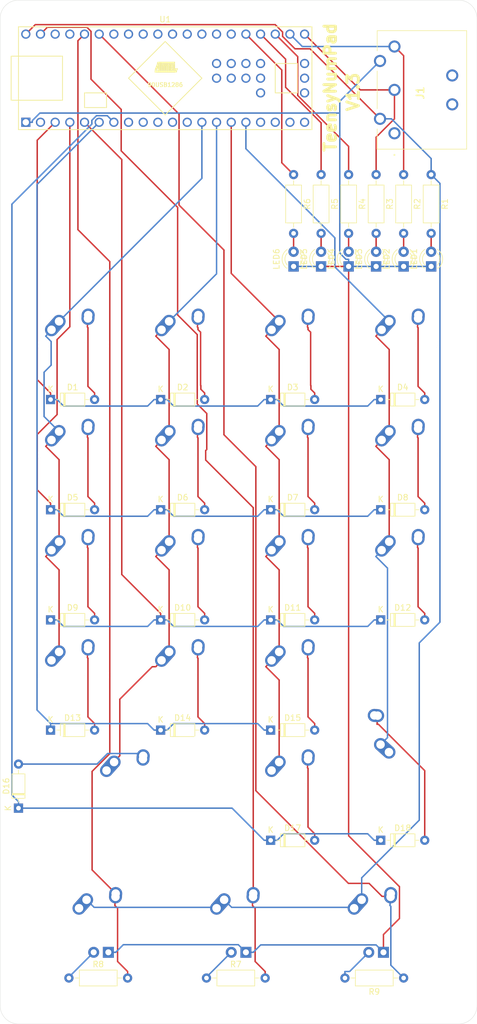
<source format=kicad_pcb>
(kicad_pcb (version 20171130) (host pcbnew "(5.1.4)-1")

  (general
    (thickness 1.6)
    (drawings 14)
    (tracks 465)
    (zones 0)
    (modules 56)
    (nets 83)
  )

  (page A4)
  (layers
    (0 F.Cu signal)
    (31 B.Cu signal)
    (32 B.Adhes user)
    (33 F.Adhes user)
    (34 B.Paste user)
    (35 F.Paste user)
    (36 B.SilkS user)
    (37 F.SilkS user)
    (38 B.Mask user)
    (39 F.Mask user)
    (40 Dwgs.User user)
    (41 Cmts.User user)
    (42 Eco1.User user)
    (43 Eco2.User user)
    (44 Edge.Cuts user)
    (45 Margin user)
    (46 B.CrtYd user)
    (47 F.CrtYd user)
    (48 B.Fab user)
    (49 F.Fab user)
  )

  (setup
    (last_trace_width 0.254)
    (trace_clearance 0.2)
    (zone_clearance 0.508)
    (zone_45_only no)
    (trace_min 0.2)
    (via_size 0.8)
    (via_drill 0.4)
    (via_min_size 0.4)
    (via_min_drill 0.3)
    (uvia_size 0.3)
    (uvia_drill 0.1)
    (uvias_allowed no)
    (uvia_min_size 0.2)
    (uvia_min_drill 0.1)
    (edge_width 0.05)
    (segment_width 0.2)
    (pcb_text_width 0.3)
    (pcb_text_size 1.5 1.5)
    (mod_edge_width 0.12)
    (mod_text_size 1 1)
    (mod_text_width 0.15)
    (pad_size 1.524 1.524)
    (pad_drill 0.762)
    (pad_to_mask_clearance 0.051)
    (solder_mask_min_width 0.25)
    (aux_axis_origin 0 0)
    (visible_elements 7FFFFFFF)
    (pcbplotparams
      (layerselection 0x010f0_ffffffff)
      (usegerberextensions true)
      (usegerberattributes false)
      (usegerberadvancedattributes false)
      (creategerberjobfile false)
      (excludeedgelayer true)
      (linewidth 0.100000)
      (plotframeref false)
      (viasonmask false)
      (mode 1)
      (useauxorigin false)
      (hpglpennumber 1)
      (hpglpenspeed 20)
      (hpglpendiameter 15.000000)
      (psnegative false)
      (psa4output false)
      (plotreference true)
      (plotvalue true)
      (plotinvisibletext false)
      (padsonsilk false)
      (subtractmaskfromsilk true)
      (outputformat 1)
      (mirror false)
      (drillshape 0)
      (scaleselection 1)
      (outputdirectory "C:/Dev/TeensyNumPad/TeensyNumPad/gerberFiles"))
  )

  (net 0 "")
  (net 1 "Net-(D1-Pad2)")
  (net 2 ROW0)
  (net 3 "Net-(D2-Pad2)")
  (net 4 "Net-(D3-Pad2)")
  (net 5 "Net-(D4-Pad2)")
  (net 6 "Net-(D5-Pad2)")
  (net 7 ROW1)
  (net 8 "Net-(D6-Pad2)")
  (net 9 "Net-(D7-Pad2)")
  (net 10 "Net-(D8-Pad2)")
  (net 11 "Net-(D9-Pad2)")
  (net 12 ROW2)
  (net 13 "Net-(D10-Pad2)")
  (net 14 "Net-(D11-Pad2)")
  (net 15 "Net-(D12-Pad2)")
  (net 16 "Net-(D13-Pad2)")
  (net 17 ROW3)
  (net 18 "Net-(D14-Pad2)")
  (net 19 "Net-(D15-Pad2)")
  (net 20 "Net-(D16-Pad2)")
  (net 21 ROW4)
  (net 22 "Net-(D17-Pad2)")
  (net 23 "Net-(D18-Pad2)")
  (net 24 COL0)
  (net 25 COL1)
  (net 26 COL2)
  (net 27 COL3)
  (net 28 "Net-(U1-Pad52)")
  (net 29 "Net-(U1-Pad51)")
  (net 30 "Net-(U1-Pad50)")
  (net 31 "Net-(U1-Pad49)")
  (net 32 "Net-(U1-Pad48)")
  (net 33 "Net-(U1-Pad47)")
  (net 34 "Net-(U1-Pad46)")
  (net 35 "Net-(U1-Pad45)")
  (net 36 "Net-(U1-Pad44)")
  (net 37 "Net-(U1-Pad41)")
  (net 38 "Net-(U1-Pad40)")
  (net 39 "Net-(U1-Pad37)")
  (net 40 "Net-(U1-Pad36)")
  (net 41 "Net-(U1-Pad35)")
  (net 42 "Net-(U1-Pad34)")
  (net 43 "Net-(U1-Pad33)")
  (net 44 "Net-(U1-Pad32)")
  (net 45 "Net-(U1-Pad31)")
  (net 46 "Net-(U1-Pad30)")
  (net 47 "Net-(U1-Pad29)")
  (net 48 "Net-(U1-Pad23)")
  (net 49 "Net-(U1-Pad18)")
  (net 50 "Net-(U1-Pad17)")
  (net 51 "Net-(U1-Pad12)")
  (net 52 "Net-(U1-Pad2)")
  (net 53 "Net-(U1-Pad8)")
  (net 54 "Net-(U1-Pad11)")
  (net 55 "Net-(U1-Pad10)")
  (net 56 "Net-(U1-Pad9)")
  (net 57 "Net-(J1-PadMH2)")
  (net 58 "Net-(J1-PadMH1)")
  (net 59 GND)
  (net 60 VCC)
  (net 61 "Net-(U1-Pad22)")
  (net 62 "Net-(U1-Pad21)")
  (net 63 "Net-(U1-Pad20)")
  (net 64 "Net-(U1-Pad19)")
  (net 65 KDAT)
  (net 66 KCLK)
  (net 67 "Net-(LED1-Pad2)")
  (net 68 "Net-(LED2-Pad2)")
  (net 69 "Net-(LED3-Pad2)")
  (net 70 "Net-(LED4-Pad2)")
  (net 71 "Net-(LED5-Pad2)")
  (net 72 "Net-(LED6-Pad2)")
  (net 73 STA1)
  (net 74 STA2)
  (net 75 STA3)
  (net 76 LAMI)
  (net 77 CTRL)
  (net 78 RAMI)
  (net 79 "Net-(J1-Pad1)")
  (net 80 "Net-(MX19-Pad3)")
  (net 81 "Net-(MX20-Pad3)")
  (net 82 "Net-(MX21-Pad3)")

  (net_class Default "This is the default net class."
    (clearance 0.2)
    (trace_width 0.254)
    (via_dia 0.8)
    (via_drill 0.4)
    (uvia_dia 0.3)
    (uvia_drill 0.1)
    (add_net COL0)
    (add_net COL1)
    (add_net COL2)
    (add_net COL3)
    (add_net CTRL)
    (add_net KCLK)
    (add_net KDAT)
    (add_net LAMI)
    (add_net "Net-(D1-Pad2)")
    (add_net "Net-(D10-Pad2)")
    (add_net "Net-(D11-Pad2)")
    (add_net "Net-(D12-Pad2)")
    (add_net "Net-(D13-Pad2)")
    (add_net "Net-(D14-Pad2)")
    (add_net "Net-(D15-Pad2)")
    (add_net "Net-(D16-Pad2)")
    (add_net "Net-(D17-Pad2)")
    (add_net "Net-(D18-Pad2)")
    (add_net "Net-(D2-Pad2)")
    (add_net "Net-(D3-Pad2)")
    (add_net "Net-(D4-Pad2)")
    (add_net "Net-(D5-Pad2)")
    (add_net "Net-(D6-Pad2)")
    (add_net "Net-(D7-Pad2)")
    (add_net "Net-(D8-Pad2)")
    (add_net "Net-(D9-Pad2)")
    (add_net "Net-(J1-Pad1)")
    (add_net "Net-(J1-PadMH1)")
    (add_net "Net-(J1-PadMH2)")
    (add_net "Net-(LED1-Pad2)")
    (add_net "Net-(LED2-Pad2)")
    (add_net "Net-(LED3-Pad2)")
    (add_net "Net-(LED4-Pad2)")
    (add_net "Net-(LED5-Pad2)")
    (add_net "Net-(LED6-Pad2)")
    (add_net "Net-(MX19-Pad3)")
    (add_net "Net-(MX20-Pad3)")
    (add_net "Net-(MX21-Pad3)")
    (add_net "Net-(U1-Pad10)")
    (add_net "Net-(U1-Pad11)")
    (add_net "Net-(U1-Pad12)")
    (add_net "Net-(U1-Pad17)")
    (add_net "Net-(U1-Pad18)")
    (add_net "Net-(U1-Pad19)")
    (add_net "Net-(U1-Pad2)")
    (add_net "Net-(U1-Pad20)")
    (add_net "Net-(U1-Pad21)")
    (add_net "Net-(U1-Pad22)")
    (add_net "Net-(U1-Pad23)")
    (add_net "Net-(U1-Pad29)")
    (add_net "Net-(U1-Pad30)")
    (add_net "Net-(U1-Pad31)")
    (add_net "Net-(U1-Pad32)")
    (add_net "Net-(U1-Pad33)")
    (add_net "Net-(U1-Pad34)")
    (add_net "Net-(U1-Pad35)")
    (add_net "Net-(U1-Pad36)")
    (add_net "Net-(U1-Pad37)")
    (add_net "Net-(U1-Pad40)")
    (add_net "Net-(U1-Pad41)")
    (add_net "Net-(U1-Pad44)")
    (add_net "Net-(U1-Pad45)")
    (add_net "Net-(U1-Pad46)")
    (add_net "Net-(U1-Pad47)")
    (add_net "Net-(U1-Pad48)")
    (add_net "Net-(U1-Pad49)")
    (add_net "Net-(U1-Pad50)")
    (add_net "Net-(U1-Pad51)")
    (add_net "Net-(U1-Pad52)")
    (add_net "Net-(U1-Pad8)")
    (add_net "Net-(U1-Pad9)")
    (add_net RAMI)
    (add_net ROW0)
    (add_net ROW1)
    (add_net ROW2)
    (add_net ROW3)
    (add_net ROW4)
    (add_net STA1)
    (add_net STA2)
    (add_net STA3)
  )

  (net_class Power ""
    (clearance 0.2)
    (trace_width 0.381)
    (via_dia 0.8)
    (via_drill 0.4)
    (uvia_dia 0.3)
    (uvia_drill 0.1)
    (add_net GND)
    (add_net VCC)
  )

  (module Resistor_THT:R_Axial_DIN0207_L6.3mm_D2.5mm_P10.16mm_Horizontal (layer F.Cu) (tedit 5AE5139B) (tstamp 60B7C16F)
    (at 138.112 198.438 180)
    (descr "Resistor, Axial_DIN0207 series, Axial, Horizontal, pin pitch=10.16mm, 0.25W = 1/4W, length*diameter=6.3*2.5mm^2, http://cdn-reichelt.de/documents/datenblatt/B400/1_4W%23YAG.pdf")
    (tags "Resistor Axial_DIN0207 series Axial Horizontal pin pitch 10.16mm 0.25W = 1/4W length 6.3mm diameter 2.5mm")
    (path /60BD481A)
    (fp_text reference R9 (at 5.08 -2.37) (layer F.SilkS)
      (effects (font (size 1 1) (thickness 0.15)))
    )
    (fp_text value 150 (at 5.08 2.37) (layer F.Fab)
      (effects (font (size 1 1) (thickness 0.15)))
    )
    (fp_text user %R (at 5.08 0) (layer F.Fab)
      (effects (font (size 1 1) (thickness 0.15)))
    )
    (fp_line (start 11.21 -1.5) (end -1.05 -1.5) (layer F.CrtYd) (width 0.05))
    (fp_line (start 11.21 1.5) (end 11.21 -1.5) (layer F.CrtYd) (width 0.05))
    (fp_line (start -1.05 1.5) (end 11.21 1.5) (layer F.CrtYd) (width 0.05))
    (fp_line (start -1.05 -1.5) (end -1.05 1.5) (layer F.CrtYd) (width 0.05))
    (fp_line (start 9.12 0) (end 8.35 0) (layer F.SilkS) (width 0.12))
    (fp_line (start 1.04 0) (end 1.81 0) (layer F.SilkS) (width 0.12))
    (fp_line (start 8.35 -1.37) (end 1.81 -1.37) (layer F.SilkS) (width 0.12))
    (fp_line (start 8.35 1.37) (end 8.35 -1.37) (layer F.SilkS) (width 0.12))
    (fp_line (start 1.81 1.37) (end 8.35 1.37) (layer F.SilkS) (width 0.12))
    (fp_line (start 1.81 -1.37) (end 1.81 1.37) (layer F.SilkS) (width 0.12))
    (fp_line (start 10.16 0) (end 8.23 0) (layer F.Fab) (width 0.1))
    (fp_line (start 0 0) (end 1.93 0) (layer F.Fab) (width 0.1))
    (fp_line (start 8.23 -1.25) (end 1.93 -1.25) (layer F.Fab) (width 0.1))
    (fp_line (start 8.23 1.25) (end 8.23 -1.25) (layer F.Fab) (width 0.1))
    (fp_line (start 1.93 1.25) (end 8.23 1.25) (layer F.Fab) (width 0.1))
    (fp_line (start 1.93 -1.25) (end 1.93 1.25) (layer F.Fab) (width 0.1))
    (pad 2 thru_hole oval (at 10.16 0 180) (size 1.6 1.6) (drill 0.8) (layers *.Cu *.Mask)
      (net 82 "Net-(MX21-Pad3)"))
    (pad 1 thru_hole circle (at 0 0 180) (size 1.6 1.6) (drill 0.8) (layers *.Cu *.Mask)
      (net 78 RAMI))
    (model ${KISYS3DMOD}/Resistor_THT.3dshapes/R_Axial_DIN0207_L6.3mm_D2.5mm_P10.16mm_Horizontal.wrl
      (at (xyz 0 0 0))
      (scale (xyz 1 1 1))
      (rotate (xyz 0 0 0))
    )
  )

  (module Resistor_THT:R_Axial_DIN0207_L6.3mm_D2.5mm_P10.16mm_Horizontal (layer F.Cu) (tedit 5AE5139B) (tstamp 60B7C716)
    (at 80.1688 198.438)
    (descr "Resistor, Axial_DIN0207 series, Axial, Horizontal, pin pitch=10.16mm, 0.25W = 1/4W, length*diameter=6.3*2.5mm^2, http://cdn-reichelt.de/documents/datenblatt/B400/1_4W%23YAG.pdf")
    (tags "Resistor Axial_DIN0207 series Axial Horizontal pin pitch 10.16mm 0.25W = 1/4W length 6.3mm diameter 2.5mm")
    (path /60BC4B0C)
    (fp_text reference R8 (at 5.08 -2.37) (layer F.SilkS)
      (effects (font (size 1 1) (thickness 0.15)))
    )
    (fp_text value 150 (at 5.08 2.37) (layer F.Fab)
      (effects (font (size 1 1) (thickness 0.15)))
    )
    (fp_text user %R (at 5.08 0) (layer F.Fab)
      (effects (font (size 1 1) (thickness 0.15)))
    )
    (fp_line (start 11.21 -1.5) (end -1.05 -1.5) (layer F.CrtYd) (width 0.05))
    (fp_line (start 11.21 1.5) (end 11.21 -1.5) (layer F.CrtYd) (width 0.05))
    (fp_line (start -1.05 1.5) (end 11.21 1.5) (layer F.CrtYd) (width 0.05))
    (fp_line (start -1.05 -1.5) (end -1.05 1.5) (layer F.CrtYd) (width 0.05))
    (fp_line (start 9.12 0) (end 8.35 0) (layer F.SilkS) (width 0.12))
    (fp_line (start 1.04 0) (end 1.81 0) (layer F.SilkS) (width 0.12))
    (fp_line (start 8.35 -1.37) (end 1.81 -1.37) (layer F.SilkS) (width 0.12))
    (fp_line (start 8.35 1.37) (end 8.35 -1.37) (layer F.SilkS) (width 0.12))
    (fp_line (start 1.81 1.37) (end 8.35 1.37) (layer F.SilkS) (width 0.12))
    (fp_line (start 1.81 -1.37) (end 1.81 1.37) (layer F.SilkS) (width 0.12))
    (fp_line (start 10.16 0) (end 8.23 0) (layer F.Fab) (width 0.1))
    (fp_line (start 0 0) (end 1.93 0) (layer F.Fab) (width 0.1))
    (fp_line (start 8.23 -1.25) (end 1.93 -1.25) (layer F.Fab) (width 0.1))
    (fp_line (start 8.23 1.25) (end 8.23 -1.25) (layer F.Fab) (width 0.1))
    (fp_line (start 1.93 1.25) (end 8.23 1.25) (layer F.Fab) (width 0.1))
    (fp_line (start 1.93 -1.25) (end 1.93 1.25) (layer F.Fab) (width 0.1))
    (pad 2 thru_hole oval (at 10.16 0) (size 1.6 1.6) (drill 0.8) (layers *.Cu *.Mask)
      (net 77 CTRL))
    (pad 1 thru_hole circle (at 0 0) (size 1.6 1.6) (drill 0.8) (layers *.Cu *.Mask)
      (net 81 "Net-(MX20-Pad3)"))
    (model ${KISYS3DMOD}/Resistor_THT.3dshapes/R_Axial_DIN0207_L6.3mm_D2.5mm_P10.16mm_Horizontal.wrl
      (at (xyz 0 0 0))
      (scale (xyz 1 1 1))
      (rotate (xyz 0 0 0))
    )
  )

  (module MX_Alps_Hybrid:MX-1.25U (layer F.Cu) (tedit 5A9F3BE7) (tstamp 60B7C00D)
    (at 133.35 188.912)
    (path /60BD4812)
    (fp_text reference MX21 (at 0 3.175) (layer Dwgs.User)
      (effects (font (size 1 1) (thickness 0.15)))
    )
    (fp_text value MX-LED (at 0 -7.9375) (layer Dwgs.User)
      (effects (font (size 1 1) (thickness 0.15)))
    )
    (fp_line (start -11.90625 9.525) (end -11.90625 -9.525) (layer Dwgs.User) (width 0.15))
    (fp_line (start 11.90625 9.525) (end -11.90625 9.525) (layer Dwgs.User) (width 0.15))
    (fp_line (start 11.90625 -9.525) (end 11.90625 9.525) (layer Dwgs.User) (width 0.15))
    (fp_line (start -11.90625 -9.525) (end 11.90625 -9.525) (layer Dwgs.User) (width 0.15))
    (fp_line (start -7 -7) (end -7 -5) (layer Dwgs.User) (width 0.15))
    (fp_line (start -5 -7) (end -7 -7) (layer Dwgs.User) (width 0.15))
    (fp_line (start -7 7) (end -5 7) (layer Dwgs.User) (width 0.15))
    (fp_line (start -7 5) (end -7 7) (layer Dwgs.User) (width 0.15))
    (fp_line (start 7 7) (end 7 5) (layer Dwgs.User) (width 0.15))
    (fp_line (start 5 7) (end 7 7) (layer Dwgs.User) (width 0.15))
    (fp_line (start 7 -7) (end 7 -5) (layer Dwgs.User) (width 0.15))
    (fp_line (start 5 -7) (end 7 -7) (layer Dwgs.User) (width 0.15))
    (pad "" np_thru_hole circle (at 5.08 0 48.0996) (size 1.75 1.75) (drill 1.75) (layers *.Cu *.Mask))
    (pad "" np_thru_hole circle (at -5.08 0 48.0996) (size 1.75 1.75) (drill 1.75) (layers *.Cu *.Mask))
    (pad 4 thru_hole rect (at 1.27 5.08) (size 1.905 1.905) (drill 1.04) (layers *.Cu B.Mask)
      (net 59 GND))
    (pad 3 thru_hole circle (at -1.27 5.08) (size 1.905 1.905) (drill 1.04) (layers *.Cu B.Mask)
      (net 82 "Net-(MX21-Pad3)"))
    (pad 1 thru_hole circle (at -2.5 -4) (size 2.25 2.25) (drill 1.47) (layers *.Cu B.Mask)
      (net 60 VCC))
    (pad "" np_thru_hole circle (at 0 0) (size 3.9878 3.9878) (drill 3.9878) (layers *.Cu *.Mask))
    (pad 1 thru_hole oval (at -3.81 -2.54 48.0996) (size 4.211556 2.25) (drill 1.47 (offset 0.980778 0)) (layers *.Cu B.Mask)
      (net 60 VCC))
    (pad 2 thru_hole circle (at 2.54 -5.08) (size 2.25 2.25) (drill 1.47) (layers *.Cu B.Mask)
      (net 78 RAMI))
    (pad 2 thru_hole oval (at 2.5 -4.5 86.0548) (size 2.831378 2.25) (drill 1.47 (offset 0.290689 0)) (layers *.Cu B.Mask)
      (net 78 RAMI))
  )

  (module MX_Alps_Hybrid:MX-1.25U (layer F.Cu) (tedit 5A9F3BE7) (tstamp 60B7BFF4)
    (at 85.725 188.912)
    (path /60BC4B03)
    (fp_text reference MX20 (at 0 3.175) (layer Dwgs.User)
      (effects (font (size 1 1) (thickness 0.15)))
    )
    (fp_text value MX-LED (at 0 -7.9375) (layer Dwgs.User)
      (effects (font (size 1 1) (thickness 0.15)))
    )
    (fp_line (start -11.90625 9.525) (end -11.90625 -9.525) (layer Dwgs.User) (width 0.15))
    (fp_line (start 11.90625 9.525) (end -11.90625 9.525) (layer Dwgs.User) (width 0.15))
    (fp_line (start 11.90625 -9.525) (end 11.90625 9.525) (layer Dwgs.User) (width 0.15))
    (fp_line (start -11.90625 -9.525) (end 11.90625 -9.525) (layer Dwgs.User) (width 0.15))
    (fp_line (start -7 -7) (end -7 -5) (layer Dwgs.User) (width 0.15))
    (fp_line (start -5 -7) (end -7 -7) (layer Dwgs.User) (width 0.15))
    (fp_line (start -7 7) (end -5 7) (layer Dwgs.User) (width 0.15))
    (fp_line (start -7 5) (end -7 7) (layer Dwgs.User) (width 0.15))
    (fp_line (start 7 7) (end 7 5) (layer Dwgs.User) (width 0.15))
    (fp_line (start 5 7) (end 7 7) (layer Dwgs.User) (width 0.15))
    (fp_line (start 7 -7) (end 7 -5) (layer Dwgs.User) (width 0.15))
    (fp_line (start 5 -7) (end 7 -7) (layer Dwgs.User) (width 0.15))
    (pad "" np_thru_hole circle (at 5.08 0 48.0996) (size 1.75 1.75) (drill 1.75) (layers *.Cu *.Mask))
    (pad "" np_thru_hole circle (at -5.08 0 48.0996) (size 1.75 1.75) (drill 1.75) (layers *.Cu *.Mask))
    (pad 4 thru_hole rect (at 1.27 5.08) (size 1.905 1.905) (drill 1.04) (layers *.Cu B.Mask)
      (net 59 GND))
    (pad 3 thru_hole circle (at -1.27 5.08) (size 1.905 1.905) (drill 1.04) (layers *.Cu B.Mask)
      (net 81 "Net-(MX20-Pad3)"))
    (pad 1 thru_hole circle (at -2.5 -4) (size 2.25 2.25) (drill 1.47) (layers *.Cu B.Mask)
      (net 60 VCC))
    (pad "" np_thru_hole circle (at 0 0) (size 3.9878 3.9878) (drill 3.9878) (layers *.Cu *.Mask))
    (pad 1 thru_hole oval (at -3.81 -2.54 48.0996) (size 4.211556 2.25) (drill 1.47 (offset 0.980778 0)) (layers *.Cu B.Mask)
      (net 60 VCC))
    (pad 2 thru_hole circle (at 2.54 -5.08) (size 2.25 2.25) (drill 1.47) (layers *.Cu B.Mask)
      (net 77 CTRL))
    (pad 2 thru_hole oval (at 2.5 -4.5 86.0548) (size 2.831378 2.25) (drill 1.47 (offset 0.290689 0)) (layers *.Cu B.Mask)
      (net 77 CTRL))
  )

  (module MX_Alps_Hybrid:MX-1.25U (layer F.Cu) (tedit 5A9F3BE7) (tstamp 60B7BFDB)
    (at 109.538 188.912)
    (path /60B8188E)
    (fp_text reference MX19 (at 0 3.175) (layer Dwgs.User)
      (effects (font (size 1 1) (thickness 0.15)))
    )
    (fp_text value MX-LED (at 0 -7.9375) (layer Dwgs.User)
      (effects (font (size 1 1) (thickness 0.15)))
    )
    (fp_line (start -11.90625 9.525) (end -11.90625 -9.525) (layer Dwgs.User) (width 0.15))
    (fp_line (start 11.90625 9.525) (end -11.90625 9.525) (layer Dwgs.User) (width 0.15))
    (fp_line (start 11.90625 -9.525) (end 11.90625 9.525) (layer Dwgs.User) (width 0.15))
    (fp_line (start -11.90625 -9.525) (end 11.90625 -9.525) (layer Dwgs.User) (width 0.15))
    (fp_line (start -7 -7) (end -7 -5) (layer Dwgs.User) (width 0.15))
    (fp_line (start -5 -7) (end -7 -7) (layer Dwgs.User) (width 0.15))
    (fp_line (start -7 7) (end -5 7) (layer Dwgs.User) (width 0.15))
    (fp_line (start -7 5) (end -7 7) (layer Dwgs.User) (width 0.15))
    (fp_line (start 7 7) (end 7 5) (layer Dwgs.User) (width 0.15))
    (fp_line (start 5 7) (end 7 7) (layer Dwgs.User) (width 0.15))
    (fp_line (start 7 -7) (end 7 -5) (layer Dwgs.User) (width 0.15))
    (fp_line (start 5 -7) (end 7 -7) (layer Dwgs.User) (width 0.15))
    (pad "" np_thru_hole circle (at 5.08 0 48.0996) (size 1.75 1.75) (drill 1.75) (layers *.Cu *.Mask))
    (pad "" np_thru_hole circle (at -5.08 0 48.0996) (size 1.75 1.75) (drill 1.75) (layers *.Cu *.Mask))
    (pad 4 thru_hole rect (at 1.27 5.08) (size 1.905 1.905) (drill 1.04) (layers *.Cu B.Mask)
      (net 59 GND))
    (pad 3 thru_hole circle (at -1.27 5.08) (size 1.905 1.905) (drill 1.04) (layers *.Cu B.Mask)
      (net 80 "Net-(MX19-Pad3)"))
    (pad 1 thru_hole circle (at -2.5 -4) (size 2.25 2.25) (drill 1.47) (layers *.Cu B.Mask)
      (net 60 VCC))
    (pad "" np_thru_hole circle (at 0 0) (size 3.9878 3.9878) (drill 3.9878) (layers *.Cu *.Mask))
    (pad 1 thru_hole oval (at -3.81 -2.54 48.0996) (size 4.211556 2.25) (drill 1.47 (offset 0.980778 0)) (layers *.Cu B.Mask)
      (net 60 VCC))
    (pad 2 thru_hole circle (at 2.54 -5.08) (size 2.25 2.25) (drill 1.47) (layers *.Cu B.Mask)
      (net 76 LAMI))
    (pad 2 thru_hole oval (at 2.5 -4.5 86.0548) (size 2.831378 2.25) (drill 1.47 (offset 0.290689 0)) (layers *.Cu B.Mask)
      (net 76 LAMI))
  )

  (module Resistor_THT:R_Axial_DIN0207_L6.3mm_D2.5mm_P10.16mm_Horizontal (layer F.Cu) (tedit 5AE5139B) (tstamp 60B7C33C)
    (at 103.981 198.438)
    (descr "Resistor, Axial_DIN0207 series, Axial, Horizontal, pin pitch=10.16mm, 0.25W = 1/4W, length*diameter=6.3*2.5mm^2, http://cdn-reichelt.de/documents/datenblatt/B400/1_4W%23YAG.pdf")
    (tags "Resistor Axial_DIN0207 series Axial Horizontal pin pitch 10.16mm 0.25W = 1/4W length 6.3mm diameter 2.5mm")
    (path /609DD78A)
    (fp_text reference R7 (at 5.08 -2.37) (layer F.SilkS)
      (effects (font (size 1 1) (thickness 0.15)))
    )
    (fp_text value 150 (at 5.08 2.37) (layer F.Fab)
      (effects (font (size 1 1) (thickness 0.15)))
    )
    (fp_text user %R (at 5.08 0) (layer F.Fab)
      (effects (font (size 1 1) (thickness 0.15)))
    )
    (fp_line (start 11.21 -1.5) (end -1.05 -1.5) (layer F.CrtYd) (width 0.05))
    (fp_line (start 11.21 1.5) (end 11.21 -1.5) (layer F.CrtYd) (width 0.05))
    (fp_line (start -1.05 1.5) (end 11.21 1.5) (layer F.CrtYd) (width 0.05))
    (fp_line (start -1.05 -1.5) (end -1.05 1.5) (layer F.CrtYd) (width 0.05))
    (fp_line (start 9.12 0) (end 8.35 0) (layer F.SilkS) (width 0.12))
    (fp_line (start 1.04 0) (end 1.81 0) (layer F.SilkS) (width 0.12))
    (fp_line (start 8.35 -1.37) (end 1.81 -1.37) (layer F.SilkS) (width 0.12))
    (fp_line (start 8.35 1.37) (end 8.35 -1.37) (layer F.SilkS) (width 0.12))
    (fp_line (start 1.81 1.37) (end 8.35 1.37) (layer F.SilkS) (width 0.12))
    (fp_line (start 1.81 -1.37) (end 1.81 1.37) (layer F.SilkS) (width 0.12))
    (fp_line (start 10.16 0) (end 8.23 0) (layer F.Fab) (width 0.1))
    (fp_line (start 0 0) (end 1.93 0) (layer F.Fab) (width 0.1))
    (fp_line (start 8.23 -1.25) (end 1.93 -1.25) (layer F.Fab) (width 0.1))
    (fp_line (start 8.23 1.25) (end 8.23 -1.25) (layer F.Fab) (width 0.1))
    (fp_line (start 1.93 1.25) (end 8.23 1.25) (layer F.Fab) (width 0.1))
    (fp_line (start 1.93 -1.25) (end 1.93 1.25) (layer F.Fab) (width 0.1))
    (pad 2 thru_hole oval (at 10.16 0) (size 1.6 1.6) (drill 0.8) (layers *.Cu *.Mask)
      (net 76 LAMI))
    (pad 1 thru_hole circle (at 0 0) (size 1.6 1.6) (drill 0.8) (layers *.Cu *.Mask)
      (net 80 "Net-(MX19-Pad3)"))
    (model ${KISYS3DMOD}/Resistor_THT.3dshapes/R_Axial_DIN0207_L6.3mm_D2.5mm_P10.16mm_Horizontal.wrl
      (at (xyz 0 0 0))
      (scale (xyz 1 1 1))
      (rotate (xyz 0 0 0))
    )
  )

  (module Resistor_THT:R_Axial_DIN0207_L6.3mm_D2.5mm_P10.16mm_Horizontal (layer F.Cu) (tedit 5AE5139B) (tstamp 6096D709)
    (at 119.062 59.5312 270)
    (descr "Resistor, Axial_DIN0207 series, Axial, Horizontal, pin pitch=10.16mm, 0.25W = 1/4W, length*diameter=6.3*2.5mm^2, http://cdn-reichelt.de/documents/datenblatt/B400/1_4W%23YAG.pdf")
    (tags "Resistor Axial_DIN0207 series Axial Horizontal pin pitch 10.16mm 0.25W = 1/4W length 6.3mm diameter 2.5mm")
    (path /609BA483)
    (fp_text reference R6 (at 5.08 -2.37 90) (layer F.SilkS)
      (effects (font (size 1 1) (thickness 0.15)))
    )
    (fp_text value 150 (at 5.08 2.37 90) (layer F.Fab)
      (effects (font (size 1 1) (thickness 0.15)))
    )
    (fp_text user %R (at 5.08 0 90) (layer F.Fab)
      (effects (font (size 1 1) (thickness 0.15)))
    )
    (fp_line (start 11.21 -1.5) (end -1.05 -1.5) (layer F.CrtYd) (width 0.05))
    (fp_line (start 11.21 1.5) (end 11.21 -1.5) (layer F.CrtYd) (width 0.05))
    (fp_line (start -1.05 1.5) (end 11.21 1.5) (layer F.CrtYd) (width 0.05))
    (fp_line (start -1.05 -1.5) (end -1.05 1.5) (layer F.CrtYd) (width 0.05))
    (fp_line (start 9.12 0) (end 8.35 0) (layer F.SilkS) (width 0.12))
    (fp_line (start 1.04 0) (end 1.81 0) (layer F.SilkS) (width 0.12))
    (fp_line (start 8.35 -1.37) (end 1.81 -1.37) (layer F.SilkS) (width 0.12))
    (fp_line (start 8.35 1.37) (end 8.35 -1.37) (layer F.SilkS) (width 0.12))
    (fp_line (start 1.81 1.37) (end 8.35 1.37) (layer F.SilkS) (width 0.12))
    (fp_line (start 1.81 -1.37) (end 1.81 1.37) (layer F.SilkS) (width 0.12))
    (fp_line (start 10.16 0) (end 8.23 0) (layer F.Fab) (width 0.1))
    (fp_line (start 0 0) (end 1.93 0) (layer F.Fab) (width 0.1))
    (fp_line (start 8.23 -1.25) (end 1.93 -1.25) (layer F.Fab) (width 0.1))
    (fp_line (start 8.23 1.25) (end 8.23 -1.25) (layer F.Fab) (width 0.1))
    (fp_line (start 1.93 1.25) (end 8.23 1.25) (layer F.Fab) (width 0.1))
    (fp_line (start 1.93 -1.25) (end 1.93 1.25) (layer F.Fab) (width 0.1))
    (pad 2 thru_hole oval (at 10.16 0 270) (size 1.6 1.6) (drill 0.8) (layers *.Cu *.Mask)
      (net 72 "Net-(LED6-Pad2)"))
    (pad 1 thru_hole circle (at 0 0 270) (size 1.6 1.6) (drill 0.8) (layers *.Cu *.Mask)
      (net 75 STA3))
    (model ${KISYS3DMOD}/Resistor_THT.3dshapes/R_Axial_DIN0207_L6.3mm_D2.5mm_P10.16mm_Horizontal.wrl
      (at (xyz 0 0 0))
      (scale (xyz 1 1 1))
      (rotate (xyz 0 0 0))
    )
  )

  (module Resistor_THT:R_Axial_DIN0207_L6.3mm_D2.5mm_P10.16mm_Horizontal (layer F.Cu) (tedit 5AE5139B) (tstamp 6096D6F2)
    (at 123.825 59.5312 270)
    (descr "Resistor, Axial_DIN0207 series, Axial, Horizontal, pin pitch=10.16mm, 0.25W = 1/4W, length*diameter=6.3*2.5mm^2, http://cdn-reichelt.de/documents/datenblatt/B400/1_4W%23YAG.pdf")
    (tags "Resistor Axial_DIN0207 series Axial Horizontal pin pitch 10.16mm 0.25W = 1/4W length 6.3mm diameter 2.5mm")
    (path /609B4FB1)
    (fp_text reference R5 (at 5.08 -2.37 90) (layer F.SilkS)
      (effects (font (size 1 1) (thickness 0.15)))
    )
    (fp_text value 150 (at 5.08 2.37 90) (layer F.Fab)
      (effects (font (size 1 1) (thickness 0.15)))
    )
    (fp_text user %R (at 5.08 0 90) (layer F.Fab)
      (effects (font (size 1 1) (thickness 0.15)))
    )
    (fp_line (start 11.21 -1.5) (end -1.05 -1.5) (layer F.CrtYd) (width 0.05))
    (fp_line (start 11.21 1.5) (end 11.21 -1.5) (layer F.CrtYd) (width 0.05))
    (fp_line (start -1.05 1.5) (end 11.21 1.5) (layer F.CrtYd) (width 0.05))
    (fp_line (start -1.05 -1.5) (end -1.05 1.5) (layer F.CrtYd) (width 0.05))
    (fp_line (start 9.12 0) (end 8.35 0) (layer F.SilkS) (width 0.12))
    (fp_line (start 1.04 0) (end 1.81 0) (layer F.SilkS) (width 0.12))
    (fp_line (start 8.35 -1.37) (end 1.81 -1.37) (layer F.SilkS) (width 0.12))
    (fp_line (start 8.35 1.37) (end 8.35 -1.37) (layer F.SilkS) (width 0.12))
    (fp_line (start 1.81 1.37) (end 8.35 1.37) (layer F.SilkS) (width 0.12))
    (fp_line (start 1.81 -1.37) (end 1.81 1.37) (layer F.SilkS) (width 0.12))
    (fp_line (start 10.16 0) (end 8.23 0) (layer F.Fab) (width 0.1))
    (fp_line (start 0 0) (end 1.93 0) (layer F.Fab) (width 0.1))
    (fp_line (start 8.23 -1.25) (end 1.93 -1.25) (layer F.Fab) (width 0.1))
    (fp_line (start 8.23 1.25) (end 8.23 -1.25) (layer F.Fab) (width 0.1))
    (fp_line (start 1.93 1.25) (end 8.23 1.25) (layer F.Fab) (width 0.1))
    (fp_line (start 1.93 -1.25) (end 1.93 1.25) (layer F.Fab) (width 0.1))
    (pad 2 thru_hole oval (at 10.16 0 270) (size 1.6 1.6) (drill 0.8) (layers *.Cu *.Mask)
      (net 71 "Net-(LED5-Pad2)"))
    (pad 1 thru_hole circle (at 0 0 270) (size 1.6 1.6) (drill 0.8) (layers *.Cu *.Mask)
      (net 74 STA2))
    (model ${KISYS3DMOD}/Resistor_THT.3dshapes/R_Axial_DIN0207_L6.3mm_D2.5mm_P10.16mm_Horizontal.wrl
      (at (xyz 0 0 0))
      (scale (xyz 1 1 1))
      (rotate (xyz 0 0 0))
    )
  )

  (module Resistor_THT:R_Axial_DIN0207_L6.3mm_D2.5mm_P10.16mm_Horizontal (layer F.Cu) (tedit 5AE5139B) (tstamp 60B77106)
    (at 128.587 59.5312 270)
    (descr "Resistor, Axial_DIN0207 series, Axial, Horizontal, pin pitch=10.16mm, 0.25W = 1/4W, length*diameter=6.3*2.5mm^2, http://cdn-reichelt.de/documents/datenblatt/B400/1_4W%23YAG.pdf")
    (tags "Resistor Axial_DIN0207 series Axial Horizontal pin pitch 10.16mm 0.25W = 1/4W length 6.3mm diameter 2.5mm")
    (path /609B154C)
    (fp_text reference R4 (at 5.08 -2.37 90) (layer F.SilkS)
      (effects (font (size 1 1) (thickness 0.15)))
    )
    (fp_text value 150 (at 5.08 2.37 90) (layer F.Fab)
      (effects (font (size 1 1) (thickness 0.15)))
    )
    (fp_text user %R (at 5.08 0 90) (layer F.Fab)
      (effects (font (size 1 1) (thickness 0.15)))
    )
    (fp_line (start 11.21 -1.5) (end -1.05 -1.5) (layer F.CrtYd) (width 0.05))
    (fp_line (start 11.21 1.5) (end 11.21 -1.5) (layer F.CrtYd) (width 0.05))
    (fp_line (start -1.05 1.5) (end 11.21 1.5) (layer F.CrtYd) (width 0.05))
    (fp_line (start -1.05 -1.5) (end -1.05 1.5) (layer F.CrtYd) (width 0.05))
    (fp_line (start 9.12 0) (end 8.35 0) (layer F.SilkS) (width 0.12))
    (fp_line (start 1.04 0) (end 1.81 0) (layer F.SilkS) (width 0.12))
    (fp_line (start 8.35 -1.37) (end 1.81 -1.37) (layer F.SilkS) (width 0.12))
    (fp_line (start 8.35 1.37) (end 8.35 -1.37) (layer F.SilkS) (width 0.12))
    (fp_line (start 1.81 1.37) (end 8.35 1.37) (layer F.SilkS) (width 0.12))
    (fp_line (start 1.81 -1.37) (end 1.81 1.37) (layer F.SilkS) (width 0.12))
    (fp_line (start 10.16 0) (end 8.23 0) (layer F.Fab) (width 0.1))
    (fp_line (start 0 0) (end 1.93 0) (layer F.Fab) (width 0.1))
    (fp_line (start 8.23 -1.25) (end 1.93 -1.25) (layer F.Fab) (width 0.1))
    (fp_line (start 8.23 1.25) (end 8.23 -1.25) (layer F.Fab) (width 0.1))
    (fp_line (start 1.93 1.25) (end 8.23 1.25) (layer F.Fab) (width 0.1))
    (fp_line (start 1.93 -1.25) (end 1.93 1.25) (layer F.Fab) (width 0.1))
    (pad 2 thru_hole oval (at 10.16 0 270) (size 1.6 1.6) (drill 0.8) (layers *.Cu *.Mask)
      (net 70 "Net-(LED4-Pad2)"))
    (pad 1 thru_hole circle (at 0 0 270) (size 1.6 1.6) (drill 0.8) (layers *.Cu *.Mask)
      (net 73 STA1))
    (model ${KISYS3DMOD}/Resistor_THT.3dshapes/R_Axial_DIN0207_L6.3mm_D2.5mm_P10.16mm_Horizontal.wrl
      (at (xyz 0 0 0))
      (scale (xyz 1 1 1))
      (rotate (xyz 0 0 0))
    )
  )

  (module Resistor_THT:R_Axial_DIN0207_L6.3mm_D2.5mm_P10.16mm_Horizontal (layer F.Cu) (tedit 5AE5139B) (tstamp 6096ED65)
    (at 133.35 59.5312 270)
    (descr "Resistor, Axial_DIN0207 series, Axial, Horizontal, pin pitch=10.16mm, 0.25W = 1/4W, length*diameter=6.3*2.5mm^2, http://cdn-reichelt.de/documents/datenblatt/B400/1_4W%23YAG.pdf")
    (tags "Resistor Axial_DIN0207 series Axial Horizontal pin pitch 10.16mm 0.25W = 1/4W length 6.3mm diameter 2.5mm")
    (path /609AE843)
    (fp_text reference R3 (at 5.08 -2.37 90) (layer F.SilkS)
      (effects (font (size 1 1) (thickness 0.15)))
    )
    (fp_text value 150 (at 5.08 2.37 90) (layer F.Fab)
      (effects (font (size 1 1) (thickness 0.15)))
    )
    (fp_text user %R (at 5.08 0 90) (layer F.Fab)
      (effects (font (size 1 1) (thickness 0.15)))
    )
    (fp_line (start 11.21 -1.5) (end -1.05 -1.5) (layer F.CrtYd) (width 0.05))
    (fp_line (start 11.21 1.5) (end 11.21 -1.5) (layer F.CrtYd) (width 0.05))
    (fp_line (start -1.05 1.5) (end 11.21 1.5) (layer F.CrtYd) (width 0.05))
    (fp_line (start -1.05 -1.5) (end -1.05 1.5) (layer F.CrtYd) (width 0.05))
    (fp_line (start 9.12 0) (end 8.35 0) (layer F.SilkS) (width 0.12))
    (fp_line (start 1.04 0) (end 1.81 0) (layer F.SilkS) (width 0.12))
    (fp_line (start 8.35 -1.37) (end 1.81 -1.37) (layer F.SilkS) (width 0.12))
    (fp_line (start 8.35 1.37) (end 8.35 -1.37) (layer F.SilkS) (width 0.12))
    (fp_line (start 1.81 1.37) (end 8.35 1.37) (layer F.SilkS) (width 0.12))
    (fp_line (start 1.81 -1.37) (end 1.81 1.37) (layer F.SilkS) (width 0.12))
    (fp_line (start 10.16 0) (end 8.23 0) (layer F.Fab) (width 0.1))
    (fp_line (start 0 0) (end 1.93 0) (layer F.Fab) (width 0.1))
    (fp_line (start 8.23 -1.25) (end 1.93 -1.25) (layer F.Fab) (width 0.1))
    (fp_line (start 8.23 1.25) (end 8.23 -1.25) (layer F.Fab) (width 0.1))
    (fp_line (start 1.93 1.25) (end 8.23 1.25) (layer F.Fab) (width 0.1))
    (fp_line (start 1.93 -1.25) (end 1.93 1.25) (layer F.Fab) (width 0.1))
    (pad 2 thru_hole oval (at 10.16 0 270) (size 1.6 1.6) (drill 0.8) (layers *.Cu *.Mask)
      (net 69 "Net-(LED3-Pad2)"))
    (pad 1 thru_hole circle (at 0 0 270) (size 1.6 1.6) (drill 0.8) (layers *.Cu *.Mask)
      (net 65 KDAT))
    (model ${KISYS3DMOD}/Resistor_THT.3dshapes/R_Axial_DIN0207_L6.3mm_D2.5mm_P10.16mm_Horizontal.wrl
      (at (xyz 0 0 0))
      (scale (xyz 1 1 1))
      (rotate (xyz 0 0 0))
    )
  )

  (module Resistor_THT:R_Axial_DIN0207_L6.3mm_D2.5mm_P10.16mm_Horizontal (layer F.Cu) (tedit 5AE5139B) (tstamp 6096E543)
    (at 138.112 59.5312 270)
    (descr "Resistor, Axial_DIN0207 series, Axial, Horizontal, pin pitch=10.16mm, 0.25W = 1/4W, length*diameter=6.3*2.5mm^2, http://cdn-reichelt.de/documents/datenblatt/B400/1_4W%23YAG.pdf")
    (tags "Resistor Axial_DIN0207 series Axial Horizontal pin pitch 10.16mm 0.25W = 1/4W length 6.3mm diameter 2.5mm")
    (path /609A0157)
    (fp_text reference R2 (at 5.08 -2.37 90) (layer F.SilkS)
      (effects (font (size 1 1) (thickness 0.15)))
    )
    (fp_text value 150 (at 5.08 2.37 90) (layer F.Fab)
      (effects (font (size 1 1) (thickness 0.15)))
    )
    (fp_text user %R (at 5.08 0 90) (layer F.Fab)
      (effects (font (size 1 1) (thickness 0.15)))
    )
    (fp_line (start 11.21 -1.5) (end -1.05 -1.5) (layer F.CrtYd) (width 0.05))
    (fp_line (start 11.21 1.5) (end 11.21 -1.5) (layer F.CrtYd) (width 0.05))
    (fp_line (start -1.05 1.5) (end 11.21 1.5) (layer F.CrtYd) (width 0.05))
    (fp_line (start -1.05 -1.5) (end -1.05 1.5) (layer F.CrtYd) (width 0.05))
    (fp_line (start 9.12 0) (end 8.35 0) (layer F.SilkS) (width 0.12))
    (fp_line (start 1.04 0) (end 1.81 0) (layer F.SilkS) (width 0.12))
    (fp_line (start 8.35 -1.37) (end 1.81 -1.37) (layer F.SilkS) (width 0.12))
    (fp_line (start 8.35 1.37) (end 8.35 -1.37) (layer F.SilkS) (width 0.12))
    (fp_line (start 1.81 1.37) (end 8.35 1.37) (layer F.SilkS) (width 0.12))
    (fp_line (start 1.81 -1.37) (end 1.81 1.37) (layer F.SilkS) (width 0.12))
    (fp_line (start 10.16 0) (end 8.23 0) (layer F.Fab) (width 0.1))
    (fp_line (start 0 0) (end 1.93 0) (layer F.Fab) (width 0.1))
    (fp_line (start 8.23 -1.25) (end 1.93 -1.25) (layer F.Fab) (width 0.1))
    (fp_line (start 8.23 1.25) (end 8.23 -1.25) (layer F.Fab) (width 0.1))
    (fp_line (start 1.93 1.25) (end 8.23 1.25) (layer F.Fab) (width 0.1))
    (fp_line (start 1.93 -1.25) (end 1.93 1.25) (layer F.Fab) (width 0.1))
    (pad 2 thru_hole oval (at 10.16 0 270) (size 1.6 1.6) (drill 0.8) (layers *.Cu *.Mask)
      (net 68 "Net-(LED2-Pad2)"))
    (pad 1 thru_hole circle (at 0 0 270) (size 1.6 1.6) (drill 0.8) (layers *.Cu *.Mask)
      (net 66 KCLK))
    (model ${KISYS3DMOD}/Resistor_THT.3dshapes/R_Axial_DIN0207_L6.3mm_D2.5mm_P10.16mm_Horizontal.wrl
      (at (xyz 0 0 0))
      (scale (xyz 1 1 1))
      (rotate (xyz 0 0 0))
    )
  )

  (module Resistor_THT:R_Axial_DIN0207_L6.3mm_D2.5mm_P10.16mm_Horizontal (layer F.Cu) (tedit 5AE5139B) (tstamp 60B7701A)
    (at 142.875 59.5312 270)
    (descr "Resistor, Axial_DIN0207 series, Axial, Horizontal, pin pitch=10.16mm, 0.25W = 1/4W, length*diameter=6.3*2.5mm^2, http://cdn-reichelt.de/documents/datenblatt/B400/1_4W%23YAG.pdf")
    (tags "Resistor Axial_DIN0207 series Axial Horizontal pin pitch 10.16mm 0.25W = 1/4W length 6.3mm diameter 2.5mm")
    (path /6098634F)
    (fp_text reference R1 (at 5.08 -2.37 90) (layer F.SilkS)
      (effects (font (size 1 1) (thickness 0.15)))
    )
    (fp_text value 150 (at 5.08 2.37 90) (layer F.Fab)
      (effects (font (size 1 1) (thickness 0.15)))
    )
    (fp_text user %R (at 5.08 0 90) (layer F.Fab)
      (effects (font (size 1 1) (thickness 0.15)))
    )
    (fp_line (start 11.21 -1.5) (end -1.05 -1.5) (layer F.CrtYd) (width 0.05))
    (fp_line (start 11.21 1.5) (end 11.21 -1.5) (layer F.CrtYd) (width 0.05))
    (fp_line (start -1.05 1.5) (end 11.21 1.5) (layer F.CrtYd) (width 0.05))
    (fp_line (start -1.05 -1.5) (end -1.05 1.5) (layer F.CrtYd) (width 0.05))
    (fp_line (start 9.12 0) (end 8.35 0) (layer F.SilkS) (width 0.12))
    (fp_line (start 1.04 0) (end 1.81 0) (layer F.SilkS) (width 0.12))
    (fp_line (start 8.35 -1.37) (end 1.81 -1.37) (layer F.SilkS) (width 0.12))
    (fp_line (start 8.35 1.37) (end 8.35 -1.37) (layer F.SilkS) (width 0.12))
    (fp_line (start 1.81 1.37) (end 8.35 1.37) (layer F.SilkS) (width 0.12))
    (fp_line (start 1.81 -1.37) (end 1.81 1.37) (layer F.SilkS) (width 0.12))
    (fp_line (start 10.16 0) (end 8.23 0) (layer F.Fab) (width 0.1))
    (fp_line (start 0 0) (end 1.93 0) (layer F.Fab) (width 0.1))
    (fp_line (start 8.23 -1.25) (end 1.93 -1.25) (layer F.Fab) (width 0.1))
    (fp_line (start 8.23 1.25) (end 8.23 -1.25) (layer F.Fab) (width 0.1))
    (fp_line (start 1.93 1.25) (end 8.23 1.25) (layer F.Fab) (width 0.1))
    (fp_line (start 1.93 -1.25) (end 1.93 1.25) (layer F.Fab) (width 0.1))
    (pad 2 thru_hole oval (at 10.16 0 270) (size 1.6 1.6) (drill 0.8) (layers *.Cu *.Mask)
      (net 67 "Net-(LED1-Pad2)"))
    (pad 1 thru_hole circle (at 0 0 270) (size 1.6 1.6) (drill 0.8) (layers *.Cu *.Mask)
      (net 60 VCC))
    (model ${KISYS3DMOD}/Resistor_THT.3dshapes/R_Axial_DIN0207_L6.3mm_D2.5mm_P10.16mm_Horizontal.wrl
      (at (xyz 0 0 0))
      (scale (xyz 1 1 1))
      (rotate (xyz 0 0 0))
    )
  )

  (module LED_THT:LED_D3.0mm (layer F.Cu) (tedit 587A3A7B) (tstamp 6096D357)
    (at 119.062 75.4062 90)
    (descr "LED, diameter 3.0mm, 2 pins")
    (tags "LED diameter 3.0mm 2 pins")
    (path /609BA47D)
    (fp_text reference LED6 (at 1.27 -2.96 90) (layer F.SilkS)
      (effects (font (size 1 1) (thickness 0.15)))
    )
    (fp_text value LED (at 1.27 2.96 90) (layer F.Fab)
      (effects (font (size 1 1) (thickness 0.15)))
    )
    (fp_line (start 3.7 -2.25) (end -1.15 -2.25) (layer F.CrtYd) (width 0.05))
    (fp_line (start 3.7 2.25) (end 3.7 -2.25) (layer F.CrtYd) (width 0.05))
    (fp_line (start -1.15 2.25) (end 3.7 2.25) (layer F.CrtYd) (width 0.05))
    (fp_line (start -1.15 -2.25) (end -1.15 2.25) (layer F.CrtYd) (width 0.05))
    (fp_line (start -0.29 1.08) (end -0.29 1.236) (layer F.SilkS) (width 0.12))
    (fp_line (start -0.29 -1.236) (end -0.29 -1.08) (layer F.SilkS) (width 0.12))
    (fp_line (start -0.23 -1.16619) (end -0.23 1.16619) (layer F.Fab) (width 0.1))
    (fp_circle (center 1.27 0) (end 2.77 0) (layer F.Fab) (width 0.1))
    (fp_arc (start 1.27 0) (end 0.229039 1.08) (angle -87.9) (layer F.SilkS) (width 0.12))
    (fp_arc (start 1.27 0) (end 0.229039 -1.08) (angle 87.9) (layer F.SilkS) (width 0.12))
    (fp_arc (start 1.27 0) (end -0.29 1.235516) (angle -108.8) (layer F.SilkS) (width 0.12))
    (fp_arc (start 1.27 0) (end -0.29 -1.235516) (angle 108.8) (layer F.SilkS) (width 0.12))
    (fp_arc (start 1.27 0) (end -0.23 -1.16619) (angle 284.3) (layer F.Fab) (width 0.1))
    (pad 2 thru_hole circle (at 2.54 0 90) (size 1.8 1.8) (drill 0.9) (layers *.Cu *.Mask)
      (net 72 "Net-(LED6-Pad2)"))
    (pad 1 thru_hole rect (at 0 0 90) (size 1.8 1.8) (drill 0.9) (layers *.Cu *.Mask)
      (net 59 GND))
    (model ${KISYS3DMOD}/LED_THT.3dshapes/LED_D3.0mm.wrl
      (at (xyz 0 0 0))
      (scale (xyz 1 1 1))
      (rotate (xyz 0 0 0))
    )
  )

  (module LED_THT:LED_D3.0mm (layer F.Cu) (tedit 587A3A7B) (tstamp 6096D344)
    (at 123.825 75.4062 90)
    (descr "LED, diameter 3.0mm, 2 pins")
    (tags "LED diameter 3.0mm 2 pins")
    (path /609B4FAB)
    (fp_text reference LED5 (at 1.27 -2.96 90) (layer F.SilkS)
      (effects (font (size 1 1) (thickness 0.15)))
    )
    (fp_text value LED (at 1.27 2.96 90) (layer F.Fab)
      (effects (font (size 1 1) (thickness 0.15)))
    )
    (fp_line (start 3.7 -2.25) (end -1.15 -2.25) (layer F.CrtYd) (width 0.05))
    (fp_line (start 3.7 2.25) (end 3.7 -2.25) (layer F.CrtYd) (width 0.05))
    (fp_line (start -1.15 2.25) (end 3.7 2.25) (layer F.CrtYd) (width 0.05))
    (fp_line (start -1.15 -2.25) (end -1.15 2.25) (layer F.CrtYd) (width 0.05))
    (fp_line (start -0.29 1.08) (end -0.29 1.236) (layer F.SilkS) (width 0.12))
    (fp_line (start -0.29 -1.236) (end -0.29 -1.08) (layer F.SilkS) (width 0.12))
    (fp_line (start -0.23 -1.16619) (end -0.23 1.16619) (layer F.Fab) (width 0.1))
    (fp_circle (center 1.27 0) (end 2.77 0) (layer F.Fab) (width 0.1))
    (fp_arc (start 1.27 0) (end 0.229039 1.08) (angle -87.9) (layer F.SilkS) (width 0.12))
    (fp_arc (start 1.27 0) (end 0.229039 -1.08) (angle 87.9) (layer F.SilkS) (width 0.12))
    (fp_arc (start 1.27 0) (end -0.29 1.235516) (angle -108.8) (layer F.SilkS) (width 0.12))
    (fp_arc (start 1.27 0) (end -0.29 -1.235516) (angle 108.8) (layer F.SilkS) (width 0.12))
    (fp_arc (start 1.27 0) (end -0.23 -1.16619) (angle 284.3) (layer F.Fab) (width 0.1))
    (pad 2 thru_hole circle (at 2.54 0 90) (size 1.8 1.8) (drill 0.9) (layers *.Cu *.Mask)
      (net 71 "Net-(LED5-Pad2)"))
    (pad 1 thru_hole rect (at 0 0 90) (size 1.8 1.8) (drill 0.9) (layers *.Cu *.Mask)
      (net 59 GND))
    (model ${KISYS3DMOD}/LED_THT.3dshapes/LED_D3.0mm.wrl
      (at (xyz 0 0 0))
      (scale (xyz 1 1 1))
      (rotate (xyz 0 0 0))
    )
  )

  (module LED_THT:LED_D3.0mm (layer F.Cu) (tedit 587A3A7B) (tstamp 6096D331)
    (at 128.588 75.4062 90)
    (descr "LED, diameter 3.0mm, 2 pins")
    (tags "LED diameter 3.0mm 2 pins")
    (path /609B1546)
    (fp_text reference LED4 (at 1.27 -2.96 90) (layer F.SilkS)
      (effects (font (size 1 1) (thickness 0.15)))
    )
    (fp_text value LED (at 1.27 2.96 90) (layer F.Fab)
      (effects (font (size 1 1) (thickness 0.15)))
    )
    (fp_line (start 3.7 -2.25) (end -1.15 -2.25) (layer F.CrtYd) (width 0.05))
    (fp_line (start 3.7 2.25) (end 3.7 -2.25) (layer F.CrtYd) (width 0.05))
    (fp_line (start -1.15 2.25) (end 3.7 2.25) (layer F.CrtYd) (width 0.05))
    (fp_line (start -1.15 -2.25) (end -1.15 2.25) (layer F.CrtYd) (width 0.05))
    (fp_line (start -0.29 1.08) (end -0.29 1.236) (layer F.SilkS) (width 0.12))
    (fp_line (start -0.29 -1.236) (end -0.29 -1.08) (layer F.SilkS) (width 0.12))
    (fp_line (start -0.23 -1.16619) (end -0.23 1.16619) (layer F.Fab) (width 0.1))
    (fp_circle (center 1.27 0) (end 2.77 0) (layer F.Fab) (width 0.1))
    (fp_arc (start 1.27 0) (end 0.229039 1.08) (angle -87.9) (layer F.SilkS) (width 0.12))
    (fp_arc (start 1.27 0) (end 0.229039 -1.08) (angle 87.9) (layer F.SilkS) (width 0.12))
    (fp_arc (start 1.27 0) (end -0.29 1.235516) (angle -108.8) (layer F.SilkS) (width 0.12))
    (fp_arc (start 1.27 0) (end -0.29 -1.235516) (angle 108.8) (layer F.SilkS) (width 0.12))
    (fp_arc (start 1.27 0) (end -0.23 -1.16619) (angle 284.3) (layer F.Fab) (width 0.1))
    (pad 2 thru_hole circle (at 2.54 0 90) (size 1.8 1.8) (drill 0.9) (layers *.Cu *.Mask)
      (net 70 "Net-(LED4-Pad2)"))
    (pad 1 thru_hole rect (at 0 0 90) (size 1.8 1.8) (drill 0.9) (layers *.Cu *.Mask)
      (net 59 GND))
    (model ${KISYS3DMOD}/LED_THT.3dshapes/LED_D3.0mm.wrl
      (at (xyz 0 0 0))
      (scale (xyz 1 1 1))
      (rotate (xyz 0 0 0))
    )
  )

  (module LED_THT:LED_D3.0mm (layer F.Cu) (tedit 587A3A7B) (tstamp 6096D31E)
    (at 133.35 75.4062 90)
    (descr "LED, diameter 3.0mm, 2 pins")
    (tags "LED diameter 3.0mm 2 pins")
    (path /609AE83D)
    (fp_text reference LED3 (at 1.27 -2.96 90) (layer F.SilkS)
      (effects (font (size 1 1) (thickness 0.15)))
    )
    (fp_text value LED (at 1.27 2.96 90) (layer F.Fab)
      (effects (font (size 1 1) (thickness 0.15)))
    )
    (fp_line (start 3.7 -2.25) (end -1.15 -2.25) (layer F.CrtYd) (width 0.05))
    (fp_line (start 3.7 2.25) (end 3.7 -2.25) (layer F.CrtYd) (width 0.05))
    (fp_line (start -1.15 2.25) (end 3.7 2.25) (layer F.CrtYd) (width 0.05))
    (fp_line (start -1.15 -2.25) (end -1.15 2.25) (layer F.CrtYd) (width 0.05))
    (fp_line (start -0.29 1.08) (end -0.29 1.236) (layer F.SilkS) (width 0.12))
    (fp_line (start -0.29 -1.236) (end -0.29 -1.08) (layer F.SilkS) (width 0.12))
    (fp_line (start -0.23 -1.16619) (end -0.23 1.16619) (layer F.Fab) (width 0.1))
    (fp_circle (center 1.27 0) (end 2.77 0) (layer F.Fab) (width 0.1))
    (fp_arc (start 1.27 0) (end 0.229039 1.08) (angle -87.9) (layer F.SilkS) (width 0.12))
    (fp_arc (start 1.27 0) (end 0.229039 -1.08) (angle 87.9) (layer F.SilkS) (width 0.12))
    (fp_arc (start 1.27 0) (end -0.29 1.235516) (angle -108.8) (layer F.SilkS) (width 0.12))
    (fp_arc (start 1.27 0) (end -0.29 -1.235516) (angle 108.8) (layer F.SilkS) (width 0.12))
    (fp_arc (start 1.27 0) (end -0.23 -1.16619) (angle 284.3) (layer F.Fab) (width 0.1))
    (pad 2 thru_hole circle (at 2.54 0 90) (size 1.8 1.8) (drill 0.9) (layers *.Cu *.Mask)
      (net 69 "Net-(LED3-Pad2)"))
    (pad 1 thru_hole rect (at 0 0 90) (size 1.8 1.8) (drill 0.9) (layers *.Cu *.Mask)
      (net 59 GND))
    (model ${KISYS3DMOD}/LED_THT.3dshapes/LED_D3.0mm.wrl
      (at (xyz 0 0 0))
      (scale (xyz 1 1 1))
      (rotate (xyz 0 0 0))
    )
  )

  (module LED_THT:LED_D3.0mm (layer F.Cu) (tedit 587A3A7B) (tstamp 6096E581)
    (at 138.112 75.4062 90)
    (descr "LED, diameter 3.0mm, 2 pins")
    (tags "LED diameter 3.0mm 2 pins")
    (path /609A0151)
    (fp_text reference LED2 (at 1.27 -2.96 90) (layer F.SilkS)
      (effects (font (size 1 1) (thickness 0.15)))
    )
    (fp_text value LED (at 1.27 2.96 90) (layer F.Fab)
      (effects (font (size 1 1) (thickness 0.15)))
    )
    (fp_line (start 3.7 -2.25) (end -1.15 -2.25) (layer F.CrtYd) (width 0.05))
    (fp_line (start 3.7 2.25) (end 3.7 -2.25) (layer F.CrtYd) (width 0.05))
    (fp_line (start -1.15 2.25) (end 3.7 2.25) (layer F.CrtYd) (width 0.05))
    (fp_line (start -1.15 -2.25) (end -1.15 2.25) (layer F.CrtYd) (width 0.05))
    (fp_line (start -0.29 1.08) (end -0.29 1.236) (layer F.SilkS) (width 0.12))
    (fp_line (start -0.29 -1.236) (end -0.29 -1.08) (layer F.SilkS) (width 0.12))
    (fp_line (start -0.23 -1.16619) (end -0.23 1.16619) (layer F.Fab) (width 0.1))
    (fp_circle (center 1.27 0) (end 2.77 0) (layer F.Fab) (width 0.1))
    (fp_arc (start 1.27 0) (end 0.229039 1.08) (angle -87.9) (layer F.SilkS) (width 0.12))
    (fp_arc (start 1.27 0) (end 0.229039 -1.08) (angle 87.9) (layer F.SilkS) (width 0.12))
    (fp_arc (start 1.27 0) (end -0.29 1.235516) (angle -108.8) (layer F.SilkS) (width 0.12))
    (fp_arc (start 1.27 0) (end -0.29 -1.235516) (angle 108.8) (layer F.SilkS) (width 0.12))
    (fp_arc (start 1.27 0) (end -0.23 -1.16619) (angle 284.3) (layer F.Fab) (width 0.1))
    (pad 2 thru_hole circle (at 2.54 0 90) (size 1.8 1.8) (drill 0.9) (layers *.Cu *.Mask)
      (net 68 "Net-(LED2-Pad2)"))
    (pad 1 thru_hole rect (at 0 0 90) (size 1.8 1.8) (drill 0.9) (layers *.Cu *.Mask)
      (net 59 GND))
    (model ${KISYS3DMOD}/LED_THT.3dshapes/LED_D3.0mm.wrl
      (at (xyz 0 0 0))
      (scale (xyz 1 1 1))
      (rotate (xyz 0 0 0))
    )
  )

  (module LED_THT:LED_D3.0mm (layer F.Cu) (tedit 587A3A7B) (tstamp 6096D2F8)
    (at 142.875 75.4062 90)
    (descr "LED, diameter 3.0mm, 2 pins")
    (tags "LED diameter 3.0mm 2 pins")
    (path /60985098)
    (fp_text reference LED1 (at 1.27 -2.96 90) (layer F.SilkS)
      (effects (font (size 1 1) (thickness 0.15)))
    )
    (fp_text value LED (at 1.27 2.96 90) (layer F.Fab)
      (effects (font (size 1 1) (thickness 0.15)))
    )
    (fp_line (start 3.7 -2.25) (end -1.15 -2.25) (layer F.CrtYd) (width 0.05))
    (fp_line (start 3.7 2.25) (end 3.7 -2.25) (layer F.CrtYd) (width 0.05))
    (fp_line (start -1.15 2.25) (end 3.7 2.25) (layer F.CrtYd) (width 0.05))
    (fp_line (start -1.15 -2.25) (end -1.15 2.25) (layer F.CrtYd) (width 0.05))
    (fp_line (start -0.29 1.08) (end -0.29 1.236) (layer F.SilkS) (width 0.12))
    (fp_line (start -0.29 -1.236) (end -0.29 -1.08) (layer F.SilkS) (width 0.12))
    (fp_line (start -0.23 -1.16619) (end -0.23 1.16619) (layer F.Fab) (width 0.1))
    (fp_circle (center 1.27 0) (end 2.77 0) (layer F.Fab) (width 0.1))
    (fp_arc (start 1.27 0) (end 0.229039 1.08) (angle -87.9) (layer F.SilkS) (width 0.12))
    (fp_arc (start 1.27 0) (end 0.229039 -1.08) (angle 87.9) (layer F.SilkS) (width 0.12))
    (fp_arc (start 1.27 0) (end -0.29 1.235516) (angle -108.8) (layer F.SilkS) (width 0.12))
    (fp_arc (start 1.27 0) (end -0.29 -1.235516) (angle 108.8) (layer F.SilkS) (width 0.12))
    (fp_arc (start 1.27 0) (end -0.23 -1.16619) (angle 284.3) (layer F.Fab) (width 0.1))
    (pad 2 thru_hole circle (at 2.54 0 90) (size 1.8 1.8) (drill 0.9) (layers *.Cu *.Mask)
      (net 67 "Net-(LED1-Pad2)"))
    (pad 1 thru_hole rect (at 0 0 90) (size 1.8 1.8) (drill 0.9) (layers *.Cu *.Mask)
      (net 59 GND))
    (model ${KISYS3DMOD}/LED_THT.3dshapes/LED_D3.0mm.wrl
      (at (xyz 0 0 0))
      (scale (xyz 1 1 1))
      (rotate (xyz 0 0 0))
    )
  )

  (module SamacSys_Parts:KCDX5SS2 (layer F.Cu) (tedit 0) (tstamp 6096BC26)
    (at 136.525 52.3875 270)
    (descr KCDX-5S-S2-1)
    (tags Connector)
    (path /60966DDE)
    (fp_text reference J1 (at -6.975 -4.475 90) (layer F.SilkS)
      (effects (font (size 1.27 1.27) (thickness 0.254)))
    )
    (fp_text value KCDX-5S-S2 (at -6.975 -4.475 90) (layer F.SilkS) hide
      (effects (font (size 1.27 1.27) (thickness 0.254)))
    )
    (fp_arc (start 3.75 0) (end 3.7 0) (angle -180) (layer F.SilkS) (width 0.2))
    (fp_arc (start 3.75 0) (end 3.8 0) (angle -180) (layer F.SilkS) (width 0.2))
    (fp_arc (start 3.75 0) (end 3.7 0) (angle -180) (layer F.SilkS) (width 0.2))
    (fp_line (start 3.7 0) (end 3.7 0) (layer F.SilkS) (width 0.2))
    (fp_line (start 3.8 0) (end 3.8 0) (layer F.SilkS) (width 0.2))
    (fp_line (start 3.7 0) (end 3.7 0) (layer F.SilkS) (width 0.2))
    (fp_line (start -18.75 4.55) (end -18.75 -13.5) (layer F.CrtYd) (width 0.1))
    (fp_line (start 4.8 4.55) (end -18.75 4.55) (layer F.CrtYd) (width 0.1))
    (fp_line (start 4.8 -13.5) (end 4.8 4.55) (layer F.CrtYd) (width 0.1))
    (fp_line (start -18.75 -13.5) (end 4.8 -13.5) (layer F.CrtYd) (width 0.1))
    (fp_line (start -10.75 3) (end -10.75 3) (layer F.SilkS) (width 0.1))
    (fp_line (start -4.25 3) (end -10.75 3) (layer F.SilkS) (width 0.1))
    (fp_line (start -4.25 3) (end -4.25 3) (layer F.SilkS) (width 0.1))
    (fp_line (start -10.75 3) (end -4.25 3) (layer F.SilkS) (width 0.1))
    (fp_line (start -17.75 3) (end -17.75 3) (layer F.SilkS) (width 0.1))
    (fp_line (start -14.25 3) (end -17.75 3) (layer F.SilkS) (width 0.1))
    (fp_line (start -14.25 3) (end -14.25 3) (layer F.SilkS) (width 0.1))
    (fp_line (start -17.75 3) (end -14.25 3) (layer F.SilkS) (width 0.1))
    (fp_line (start -17.75 3) (end -17.75 -12.5) (layer F.SilkS) (width 0.1))
    (fp_line (start -17.75 3) (end -17.75 3) (layer F.SilkS) (width 0.1))
    (fp_line (start -17.75 -12.5) (end -17.75 3) (layer F.SilkS) (width 0.1))
    (fp_line (start -17.75 -12.5) (end -17.75 -12.5) (layer F.SilkS) (width 0.1))
    (fp_line (start 2.75 -12.5) (end 2.75 -12.5) (layer F.SilkS) (width 0.1))
    (fp_line (start -17.75 -12.5) (end 2.75 -12.5) (layer F.SilkS) (width 0.1))
    (fp_line (start -17.75 -12.5) (end -17.75 -12.5) (layer F.SilkS) (width 0.1))
    (fp_line (start 2.75 -12.5) (end -17.75 -12.5) (layer F.SilkS) (width 0.1))
    (fp_line (start 2.75 -12.5) (end 2.75 3) (layer F.SilkS) (width 0.1))
    (fp_line (start 2.75 -12.5) (end 2.75 -12.5) (layer F.SilkS) (width 0.1))
    (fp_line (start 2.75 3) (end 2.75 -12.5) (layer F.SilkS) (width 0.1))
    (fp_line (start 2.75 3) (end 2.75 3) (layer F.SilkS) (width 0.1))
    (fp_line (start -0.75 3) (end -0.75 3) (layer F.SilkS) (width 0.1))
    (fp_line (start 2.75 3) (end -0.75 3) (layer F.SilkS) (width 0.1))
    (fp_line (start 2.75 3) (end 2.75 3) (layer F.SilkS) (width 0.1))
    (fp_line (start -0.75 3) (end 2.75 3) (layer F.SilkS) (width 0.1))
    (fp_line (start -17.75 -12.5) (end -17.75 3) (layer F.Fab) (width 0.2))
    (fp_line (start 2.75 -12.5) (end -17.75 -12.5) (layer F.Fab) (width 0.2))
    (fp_line (start 2.75 3) (end 2.75 -12.5) (layer F.Fab) (width 0.2))
    (fp_line (start -17.75 3) (end 2.75 3) (layer F.Fab) (width 0.2))
    (fp_text user %R (at -6.975 -4.475 90) (layer F.Fab)
      (effects (font (size 1.27 1.27) (thickness 0.254)))
    )
    (pad MH2 thru_hole circle (at -10 -10 270) (size 2.1 2.1) (drill 1.4) (layers *.Cu *.Mask)
      (net 57 "Net-(J1-PadMH2)"))
    (pad MH1 thru_hole circle (at -5 -10 270) (size 2.1 2.1) (drill 1.4) (layers *.Cu *.Mask)
      (net 58 "Net-(J1-PadMH1)"))
    (pad 5 thru_hole circle (at -12.5 2.5 270) (size 2.1 2.1) (drill 1.4) (layers *.Cu *.Mask)
      (net 59 GND))
    (pad 4 thru_hole circle (at -2.5 2.5 270) (size 2.1 2.1) (drill 1.4) (layers *.Cu *.Mask)
      (net 60 VCC))
    (pad 3 thru_hole circle (at -15 0 270) (size 2.1 2.1) (drill 1.4) (layers *.Cu *.Mask)
      (net 66 KCLK))
    (pad 2 thru_hole circle (at -7.5 0 270) (size 2.1 2.1) (drill 1.4) (layers *.Cu *.Mask)
      (net 65 KDAT))
    (pad 1 thru_hole circle (at 0 0 270) (size 2.1 2.1) (drill 1.4) (layers *.Cu *.Mask)
      (net 79 "Net-(J1-Pad1)"))
    (model C:\Dev\kicadLibs\SamacSys_Parts.3dshapes\KCDX-5S-S2.stp
      (at (xyz 0 0 0))
      (scale (xyz 1 1 1))
      (rotate (xyz 0 0 0))
    )
  )

  (module teensy:Teensy2.0++ (layer F.Cu) (tedit 5D521BC2) (tstamp 607C0F3B)
    (at 96.8375 42.8626)
    (descr 20)
    (path /607B4896)
    (fp_text reference U1 (at 0 -10.16) (layer F.SilkS)
      (effects (font (size 1 1) (thickness 0.15)))
    )
    (fp_text value "Teensy++2.0_(C)" (at 0 10.16) (layer F.Fab)
      (effects (font (size 1 1) (thickness 0.15)))
    )
    (fp_poly (pts (xy -1.778 -1.27) (xy 2.032 -1.27) (xy 1.905 -1.016) (xy -1.778 -1.016)) (layer F.SilkS) (width 0.1))
    (fp_poly (pts (xy 0.635 -2.413) (xy 1.27 -2.413) (xy 1.27 -2.159) (xy 0.889 -2.159)
      (xy 0.889 -2.032) (xy 1.27 -2.032) (xy 1.27 -1.778) (xy 0.889 -1.778)
      (xy 0.889 -1.651) (xy 1.27 -1.651) (xy 1.27 -1.397) (xy 0.635 -1.397)) (layer F.SilkS) (width 0.1))
    (fp_poly (pts (xy 1.397 -2.413) (xy 1.397 -1.397) (xy 2.032 -1.397) (xy 2.159 -1.651)
      (xy 1.651 -1.651) (xy 1.651 -2.413)) (layer F.SilkS) (width 0.1))
    (fp_poly (pts (xy 1.651 -2.54) (xy -0.635 -2.54) (xy -0.635 -1.397) (xy -0.889 -1.397)
      (xy -0.889 -2.54) (xy -1.397 -2.54) (xy -1.27 -2.794) (xy 1.651 -2.794)) (layer F.SilkS) (width 0.1))
    (fp_poly (pts (xy 0.508 -1.397) (xy 0.508 -2.413) (xy -0.508 -2.413) (xy -0.508 -1.397)
      (xy -0.254 -1.397) (xy -0.254 -2.159) (xy -0.127 -2.159) (xy -0.127 -1.397)
      (xy 0.127 -1.397) (xy 0.127 -2.159) (xy 0.254 -2.159) (xy 0.254 -1.397)) (layer F.SilkS) (width 0.1))
    (fp_poly (pts (xy -1.016 -1.397) (xy -1.016 -2.413) (xy -1.397 -2.413) (xy -1.778 -1.397)
      (xy -1.524 -1.397) (xy -1.27 -2.159) (xy -1.27 -1.397)) (layer F.SilkS) (width 0.1))
    (fp_text user 90USB1286 (at 0 1.143) (layer F.SilkS)
      (effects (font (size 0.7 0.7) (thickness 0.15)))
    )
    (fp_line (start -25.4 8.89) (end -25.4 -8.89) (layer F.SilkS) (width 0.15))
    (fp_line (start 25.4 8.89) (end -25.4 8.89) (layer F.SilkS) (width 0.15))
    (fp_line (start 25.4 -8.89) (end 25.4 8.89) (layer F.SilkS) (width 0.15))
    (fp_line (start -25.4 -8.89) (end 25.4 -8.89) (layer F.SilkS) (width 0.15))
    (fp_line (start 6.35 0) (end 0 6.35) (layer F.SilkS) (width 0.15))
    (fp_line (start 0 -6.35) (end 6.35 0) (layer F.SilkS) (width 0.15))
    (fp_line (start -6.35 0) (end 0 -6.35) (layer F.SilkS) (width 0.15))
    (fp_line (start 0 6.35) (end -6.35 0) (layer F.SilkS) (width 0.15))
    (fp_line (start 22.86 -2.54) (end 22.86 2.54) (layer F.SilkS) (width 0.15))
    (fp_line (start 19.05 -2.54) (end 22.86 -2.54) (layer F.SilkS) (width 0.15))
    (fp_line (start 19.05 2.54) (end 19.05 -2.54) (layer F.SilkS) (width 0.15))
    (fp_line (start 22.86 2.54) (end 19.05 2.54) (layer F.SilkS) (width 0.15))
    (fp_line (start -13.97 2.54) (end -13.97 5.08) (layer F.SilkS) (width 0.15))
    (fp_line (start -10.16 2.54) (end -13.97 2.54) (layer F.SilkS) (width 0.15))
    (fp_line (start -10.16 3.81) (end -10.16 2.54) (layer F.SilkS) (width 0.15))
    (fp_line (start -10.16 5.08) (end -10.16 3.81) (layer F.SilkS) (width 0.15))
    (fp_line (start -13.97 5.08) (end -10.16 5.08) (layer F.SilkS) (width 0.15))
    (fp_line (start -17.78 3.81) (end -26.67 3.81) (layer F.SilkS) (width 0.15))
    (fp_line (start -17.78 -3.81) (end -26.67 -3.81) (layer F.SilkS) (width 0.15))
    (fp_line (start -26.67 -3.81) (end -26.67 3.81) (layer F.SilkS) (width 0.15))
    (fp_line (start -17.78 3.81) (end -17.78 -3.81) (layer F.SilkS) (width 0.15))
    (pad 52 thru_hole circle (at 16.51 2.54) (size 1.6 1.6) (drill 1.1) (layers *.Cu *.Mask)
      (net 28 "Net-(U1-Pad52)"))
    (pad 51 thru_hole circle (at 16.51 0) (size 1.6 1.6) (drill 1.1) (layers *.Cu *.Mask)
      (net 29 "Net-(U1-Pad51)"))
    (pad 50 thru_hole circle (at 13.97 0) (size 1.6 1.6) (drill 1.1) (layers *.Cu *.Mask)
      (net 30 "Net-(U1-Pad50)"))
    (pad 49 thru_hole circle (at 11.43 0) (size 1.6 1.6) (drill 1.1) (layers *.Cu *.Mask)
      (net 31 "Net-(U1-Pad49)"))
    (pad 48 thru_hole circle (at 8.89 0) (size 1.6 1.6) (drill 1.1) (layers *.Cu *.Mask)
      (net 32 "Net-(U1-Pad48)"))
    (pad 47 thru_hole circle (at 16.51 -2.54) (size 1.6 1.6) (drill 1.1) (layers *.Cu *.Mask)
      (net 33 "Net-(U1-Pad47)"))
    (pad 46 thru_hole circle (at 13.97 -2.54) (size 1.6 1.6) (drill 1.1) (layers *.Cu *.Mask)
      (net 34 "Net-(U1-Pad46)"))
    (pad 45 thru_hole circle (at 11.43 -2.54) (size 1.6 1.6) (drill 1.1) (layers *.Cu *.Mask)
      (net 35 "Net-(U1-Pad45)"))
    (pad 44 thru_hole circle (at 8.89 -2.54) (size 1.6 1.6) (drill 1.1) (layers *.Cu *.Mask)
      (net 36 "Net-(U1-Pad44)"))
    (pad 43 thru_hole circle (at -24.13 -7.62) (size 1.6 1.6) (drill 1.1) (layers *.Cu *.Mask)
      (net 60 VCC))
    (pad 42 thru_hole circle (at -21.59 -7.62) (size 1.6 1.6) (drill 1.1) (layers *.Cu *.Mask)
      (net 76 LAMI))
    (pad 41 thru_hole circle (at -19.05 -7.62) (size 1.6 1.6) (drill 1.1) (layers *.Cu *.Mask)
      (net 37 "Net-(U1-Pad41)"))
    (pad 40 thru_hole circle (at -16.51 -7.62) (size 1.6 1.6) (drill 1.1) (layers *.Cu *.Mask)
      (net 38 "Net-(U1-Pad40)"))
    (pad 39 thru_hole circle (at -13.97 -7.62) (size 1.6 1.6) (drill 1.1) (layers *.Cu *.Mask)
      (net 77 CTRL))
    (pad 38 thru_hole circle (at -11.43 -7.62) (size 1.6 1.6) (drill 1.1) (layers *.Cu *.Mask)
      (net 78 RAMI))
    (pad 37 thru_hole circle (at -8.89 -7.62) (size 1.6 1.6) (drill 1.1) (layers *.Cu *.Mask)
      (net 39 "Net-(U1-Pad37)"))
    (pad 36 thru_hole circle (at -6.35 -7.62) (size 1.6 1.6) (drill 1.1) (layers *.Cu *.Mask)
      (net 40 "Net-(U1-Pad36)"))
    (pad 35 thru_hole circle (at -3.81 -7.62) (size 1.6 1.6) (drill 1.1) (layers *.Cu *.Mask)
      (net 41 "Net-(U1-Pad35)"))
    (pad 34 thru_hole circle (at -1.27 -7.62) (size 1.6 1.6) (drill 1.1) (layers *.Cu *.Mask)
      (net 42 "Net-(U1-Pad34)"))
    (pad 33 thru_hole circle (at 1.27 -7.62) (size 1.6 1.6) (drill 1.1) (layers *.Cu *.Mask)
      (net 43 "Net-(U1-Pad33)"))
    (pad 32 thru_hole circle (at 3.81 -7.62) (size 1.6 1.6) (drill 1.1) (layers *.Cu *.Mask)
      (net 44 "Net-(U1-Pad32)"))
    (pad 31 thru_hole circle (at 6.35 -7.62) (size 1.6 1.6) (drill 1.1) (layers *.Cu *.Mask)
      (net 45 "Net-(U1-Pad31)"))
    (pad 30 thru_hole circle (at 8.89 -7.62) (size 1.6 1.6) (drill 1.1) (layers *.Cu *.Mask)
      (net 46 "Net-(U1-Pad30)"))
    (pad 29 thru_hole circle (at 11.43 -7.62) (size 1.6 1.6) (drill 1.1) (layers *.Cu *.Mask)
      (net 47 "Net-(U1-Pad29)"))
    (pad 28 thru_hole circle (at 13.97 -7.62) (size 1.6 1.6) (drill 1.1) (layers *.Cu *.Mask)
      (net 75 STA3))
    (pad 27 thru_hole circle (at 16.51 -7.62) (size 1.6 1.6) (drill 1.1) (layers *.Cu *.Mask)
      (net 74 STA2))
    (pad 26 thru_hole circle (at 19.05 -7.62) (size 1.6 1.6) (drill 1.1) (layers *.Cu *.Mask)
      (net 73 STA1))
    (pad 25 thru_hole circle (at 21.59 -7.62) (size 1.6 1.6) (drill 1.1) (layers *.Cu *.Mask)
      (net 66 KCLK))
    (pad 24 thru_hole circle (at 24.13 -7.62) (size 1.6 1.6) (drill 1.1) (layers *.Cu *.Mask)
      (net 65 KDAT))
    (pad 23 thru_hole circle (at 24.13 -2.54) (size 1.6 1.6) (drill 1.1) (layers *.Cu *.Mask)
      (net 48 "Net-(U1-Pad23)"))
    (pad 22 thru_hole circle (at 24.13 0) (size 1.6 1.6) (drill 1.1) (layers *.Cu *.Mask)
      (net 61 "Net-(U1-Pad22)"))
    (pad 21 thru_hole circle (at 24.13 2.54) (size 1.6 1.6) (drill 1.1) (layers *.Cu *.Mask)
      (net 62 "Net-(U1-Pad21)"))
    (pad 20 thru_hole circle (at 24.13 7.62) (size 1.6 1.6) (drill 1.1) (layers *.Cu *.Mask)
      (net 63 "Net-(U1-Pad20)"))
    (pad 19 thru_hole circle (at 21.59 7.62) (size 1.6 1.6) (drill 1.1) (layers *.Cu *.Mask)
      (net 64 "Net-(U1-Pad19)"))
    (pad 18 thru_hole circle (at 19.05 7.62) (size 1.6 1.6) (drill 1.1) (layers *.Cu *.Mask)
      (net 49 "Net-(U1-Pad18)"))
    (pad 17 thru_hole circle (at 16.51 7.62) (size 1.6 1.6) (drill 1.1) (layers *.Cu *.Mask)
      (net 50 "Net-(U1-Pad17)"))
    (pad 16 thru_hole circle (at 13.97 7.62) (size 1.6 1.6) (drill 1.1) (layers *.Cu *.Mask)
      (net 27 COL3))
    (pad 15 thru_hole circle (at 11.43 7.62) (size 1.6 1.6) (drill 1.1) (layers *.Cu *.Mask)
      (net 26 COL2))
    (pad 14 thru_hole circle (at 8.89 7.62) (size 1.6 1.6) (drill 1.1) (layers *.Cu *.Mask)
      (net 25 COL1))
    (pad 13 thru_hole circle (at 6.35 7.62) (size 1.6 1.6) (drill 1.1) (layers *.Cu *.Mask)
      (net 24 COL0))
    (pad 12 thru_hole circle (at 3.81 7.62) (size 1.6 1.6) (drill 1.1) (layers *.Cu *.Mask)
      (net 51 "Net-(U1-Pad12)"))
    (pad 1 thru_hole rect (at -24.13 7.62) (size 1.6 1.6) (drill 1.1) (layers *.Cu *.Mask)
      (net 59 GND))
    (pad 2 thru_hole circle (at -21.59 7.62) (size 1.6 1.6) (drill 1.1) (layers *.Cu *.Mask)
      (net 52 "Net-(U1-Pad2)"))
    (pad 3 thru_hole circle (at -19.05 7.62) (size 1.6 1.6) (drill 1.1) (layers *.Cu *.Mask)
      (net 2 ROW0))
    (pad 4 thru_hole circle (at -16.51 7.62) (size 1.6 1.6) (drill 1.1) (layers *.Cu *.Mask)
      (net 7 ROW1))
    (pad 5 thru_hole circle (at -13.97 7.62) (size 1.6 1.6) (drill 1.1) (layers *.Cu *.Mask)
      (net 12 ROW2))
    (pad 6 thru_hole circle (at -11.43 7.62) (size 1.6 1.6) (drill 1.1) (layers *.Cu *.Mask)
      (net 17 ROW3))
    (pad 7 thru_hole circle (at -8.89 7.62) (size 1.6 1.6) (drill 1.1) (layers *.Cu *.Mask)
      (net 21 ROW4))
    (pad 8 thru_hole circle (at -6.35 7.62) (size 1.6 1.6) (drill 1.1) (layers *.Cu *.Mask)
      (net 53 "Net-(U1-Pad8)"))
    (pad 11 thru_hole circle (at 1.27 7.62) (size 1.6 1.6) (drill 1.1) (layers *.Cu *.Mask)
      (net 54 "Net-(U1-Pad11)"))
    (pad 10 thru_hole circle (at -1.27 7.62) (size 1.6 1.6) (drill 1.1) (layers *.Cu *.Mask)
      (net 55 "Net-(U1-Pad10)"))
    (pad 9 thru_hole circle (at -3.81 7.62) (size 1.6 1.6) (drill 1.1) (layers *.Cu *.Mask)
      (net 56 "Net-(U1-Pad9)"))
  )

  (module MX_Alps_Hybrid:MX-2U-NoLED (layer F.Cu) (tedit 5A9F522A) (tstamp 607C0EE7)
    (at 138.112 155.575 90)
    (path /607D7D40)
    (fp_text reference MX18 (at 0 3.175 90) (layer Dwgs.User)
      (effects (font (size 1 1) (thickness 0.15)))
    )
    (fp_text value MX-NoLED (at 0 -7.9375 90) (layer Dwgs.User)
      (effects (font (size 1 1) (thickness 0.15)))
    )
    (fp_line (start -19.05 9.525) (end -19.05 -9.525) (layer Dwgs.User) (width 0.15))
    (fp_line (start -19.05 9.525) (end 19.05 9.525) (layer Dwgs.User) (width 0.15))
    (fp_line (start 19.05 -9.525) (end 19.05 9.525) (layer Dwgs.User) (width 0.15))
    (fp_line (start -19.05 -9.525) (end 19.05 -9.525) (layer Dwgs.User) (width 0.15))
    (fp_line (start -7 -7) (end -7 -5) (layer Dwgs.User) (width 0.15))
    (fp_line (start -5 -7) (end -7 -7) (layer Dwgs.User) (width 0.15))
    (fp_line (start -7 7) (end -5 7) (layer Dwgs.User) (width 0.15))
    (fp_line (start -7 5) (end -7 7) (layer Dwgs.User) (width 0.15))
    (fp_line (start 7 7) (end 7 5) (layer Dwgs.User) (width 0.15))
    (fp_line (start 5 7) (end 7 7) (layer Dwgs.User) (width 0.15))
    (fp_line (start 7 -7) (end 7 -5) (layer Dwgs.User) (width 0.15))
    (fp_line (start 5 -7) (end 7 -7) (layer Dwgs.User) (width 0.15))
    (pad "" np_thru_hole circle (at 11.938 8.255 90) (size 3.9878 3.9878) (drill 3.9878) (layers *.Cu *.Mask))
    (pad "" np_thru_hole circle (at -11.938 8.255 90) (size 3.9878 3.9878) (drill 3.9878) (layers *.Cu *.Mask))
    (pad "" np_thru_hole circle (at 11.938 -6.985 90) (size 3.048 3.048) (drill 3.048) (layers *.Cu *.Mask))
    (pad "" np_thru_hole circle (at -11.938 -6.985 90) (size 3.048 3.048) (drill 3.048) (layers *.Cu *.Mask))
    (pad "" np_thru_hole circle (at 5.08 0 138.0996) (size 1.75 1.75) (drill 1.75) (layers *.Cu *.Mask))
    (pad "" np_thru_hole circle (at -5.08 0 138.0996) (size 1.75 1.75) (drill 1.75) (layers *.Cu *.Mask))
    (pad 1 thru_hole circle (at -2.5 -4 90) (size 2.25 2.25) (drill 1.47) (layers *.Cu B.Mask)
      (net 27 COL3))
    (pad "" np_thru_hole circle (at 0 0 90) (size 3.9878 3.9878) (drill 3.9878) (layers *.Cu *.Mask))
    (pad 1 thru_hole oval (at -3.81 -2.54 138.0996) (size 4.211556 2.25) (drill 1.47 (offset 0.980778 0)) (layers *.Cu B.Mask)
      (net 27 COL3))
    (pad 2 thru_hole circle (at 2.54 -5.08 90) (size 2.25 2.25) (drill 1.47) (layers *.Cu B.Mask)
      (net 23 "Net-(D18-Pad2)"))
    (pad 2 thru_hole oval (at 2.5 -4.5 176.0548) (size 2.831378 2.25) (drill 1.47 (offset 0.290689 0)) (layers *.Cu B.Mask)
      (net 23 "Net-(D18-Pad2)"))
  )

  (module MX_Alps_Hybrid:MX-1U-NoLED (layer F.Cu) (tedit 5A9F5203) (tstamp 607C0ECC)
    (at 119.062 165.1)
    (path /607D7D33)
    (fp_text reference MX17 (at 0 3.175) (layer Dwgs.User)
      (effects (font (size 1 1) (thickness 0.15)))
    )
    (fp_text value MX-NoLED (at 0 -7.9375) (layer Dwgs.User)
      (effects (font (size 1 1) (thickness 0.15)))
    )
    (fp_line (start -9.525 9.525) (end -9.525 -9.525) (layer Dwgs.User) (width 0.15))
    (fp_line (start 9.525 9.525) (end -9.525 9.525) (layer Dwgs.User) (width 0.15))
    (fp_line (start 9.525 -9.525) (end 9.525 9.525) (layer Dwgs.User) (width 0.15))
    (fp_line (start -9.525 -9.525) (end 9.525 -9.525) (layer Dwgs.User) (width 0.15))
    (fp_line (start -7 -7) (end -7 -5) (layer Dwgs.User) (width 0.15))
    (fp_line (start -5 -7) (end -7 -7) (layer Dwgs.User) (width 0.15))
    (fp_line (start -7 7) (end -5 7) (layer Dwgs.User) (width 0.15))
    (fp_line (start -7 5) (end -7 7) (layer Dwgs.User) (width 0.15))
    (fp_line (start 7 7) (end 7 5) (layer Dwgs.User) (width 0.15))
    (fp_line (start 5 7) (end 7 7) (layer Dwgs.User) (width 0.15))
    (fp_line (start 7 -7) (end 7 -5) (layer Dwgs.User) (width 0.15))
    (fp_line (start 5 -7) (end 7 -7) (layer Dwgs.User) (width 0.15))
    (pad "" np_thru_hole circle (at 5.08 0 48.0996) (size 1.75 1.75) (drill 1.75) (layers *.Cu *.Mask))
    (pad "" np_thru_hole circle (at -5.08 0 48.0996) (size 1.75 1.75) (drill 1.75) (layers *.Cu *.Mask))
    (pad 1 thru_hole circle (at -2.5 -4) (size 2.25 2.25) (drill 1.47) (layers *.Cu B.Mask)
      (net 26 COL2))
    (pad "" np_thru_hole circle (at 0 0) (size 3.9878 3.9878) (drill 3.9878) (layers *.Cu *.Mask))
    (pad 1 thru_hole oval (at -3.81 -2.54 48.0996) (size 4.211556 2.25) (drill 1.47 (offset 0.980778 0)) (layers *.Cu B.Mask)
      (net 26 COL2))
    (pad 2 thru_hole circle (at 2.54 -5.08) (size 2.25 2.25) (drill 1.47) (layers *.Cu B.Mask)
      (net 22 "Net-(D17-Pad2)"))
    (pad 2 thru_hole oval (at 2.5 -4.5 86.0548) (size 2.831378 2.25) (drill 1.47 (offset 0.290689 0)) (layers *.Cu B.Mask)
      (net 22 "Net-(D17-Pad2)"))
  )

  (module MX_Alps_Hybrid:MX-2U-NoLED (layer F.Cu) (tedit 5A9F522A) (tstamp 607C0EB5)
    (at 90.4875 165.1)
    (path /607D7D26)
    (fp_text reference MX16 (at 0 3.175) (layer Dwgs.User)
      (effects (font (size 1 1) (thickness 0.15)))
    )
    (fp_text value MX-NoLED (at 0 -7.9375) (layer Dwgs.User)
      (effects (font (size 1 1) (thickness 0.15)))
    )
    (fp_line (start -19.05 9.525) (end -19.05 -9.525) (layer Dwgs.User) (width 0.15))
    (fp_line (start -19.05 9.525) (end 19.05 9.525) (layer Dwgs.User) (width 0.15))
    (fp_line (start 19.05 -9.525) (end 19.05 9.525) (layer Dwgs.User) (width 0.15))
    (fp_line (start -19.05 -9.525) (end 19.05 -9.525) (layer Dwgs.User) (width 0.15))
    (fp_line (start -7 -7) (end -7 -5) (layer Dwgs.User) (width 0.15))
    (fp_line (start -5 -7) (end -7 -7) (layer Dwgs.User) (width 0.15))
    (fp_line (start -7 7) (end -5 7) (layer Dwgs.User) (width 0.15))
    (fp_line (start -7 5) (end -7 7) (layer Dwgs.User) (width 0.15))
    (fp_line (start 7 7) (end 7 5) (layer Dwgs.User) (width 0.15))
    (fp_line (start 5 7) (end 7 7) (layer Dwgs.User) (width 0.15))
    (fp_line (start 7 -7) (end 7 -5) (layer Dwgs.User) (width 0.15))
    (fp_line (start 5 -7) (end 7 -7) (layer Dwgs.User) (width 0.15))
    (pad "" np_thru_hole circle (at 11.938 8.255) (size 3.9878 3.9878) (drill 3.9878) (layers *.Cu *.Mask))
    (pad "" np_thru_hole circle (at -11.938 8.255) (size 3.9878 3.9878) (drill 3.9878) (layers *.Cu *.Mask))
    (pad "" np_thru_hole circle (at 11.938 -6.985) (size 3.048 3.048) (drill 3.048) (layers *.Cu *.Mask))
    (pad "" np_thru_hole circle (at -11.938 -6.985) (size 3.048 3.048) (drill 3.048) (layers *.Cu *.Mask))
    (pad "" np_thru_hole circle (at 5.08 0 48.0996) (size 1.75 1.75) (drill 1.75) (layers *.Cu *.Mask))
    (pad "" np_thru_hole circle (at -5.08 0 48.0996) (size 1.75 1.75) (drill 1.75) (layers *.Cu *.Mask))
    (pad 1 thru_hole circle (at -2.5 -4) (size 2.25 2.25) (drill 1.47) (layers *.Cu B.Mask)
      (net 25 COL1))
    (pad "" np_thru_hole circle (at 0 0) (size 3.9878 3.9878) (drill 3.9878) (layers *.Cu *.Mask))
    (pad 1 thru_hole oval (at -3.81 -2.54 48.0996) (size 4.211556 2.25) (drill 1.47 (offset 0.980778 0)) (layers *.Cu B.Mask)
      (net 25 COL1))
    (pad 2 thru_hole circle (at 2.54 -5.08) (size 2.25 2.25) (drill 1.47) (layers *.Cu B.Mask)
      (net 20 "Net-(D16-Pad2)"))
    (pad 2 thru_hole oval (at 2.5 -4.5 86.0548) (size 2.831378 2.25) (drill 1.47 (offset 0.290689 0)) (layers *.Cu B.Mask)
      (net 20 "Net-(D16-Pad2)"))
  )

  (module MX_Alps_Hybrid:MX-1U-NoLED (layer F.Cu) (tedit 5A9F5203) (tstamp 607C0E9A)
    (at 119.062 146.05)
    (path /607D3A59)
    (fp_text reference MX15 (at 0 3.175) (layer Dwgs.User)
      (effects (font (size 1 1) (thickness 0.15)))
    )
    (fp_text value MX-NoLED (at 0 -7.9375) (layer Dwgs.User)
      (effects (font (size 1 1) (thickness 0.15)))
    )
    (fp_line (start -9.525 9.525) (end -9.525 -9.525) (layer Dwgs.User) (width 0.15))
    (fp_line (start 9.525 9.525) (end -9.525 9.525) (layer Dwgs.User) (width 0.15))
    (fp_line (start 9.525 -9.525) (end 9.525 9.525) (layer Dwgs.User) (width 0.15))
    (fp_line (start -9.525 -9.525) (end 9.525 -9.525) (layer Dwgs.User) (width 0.15))
    (fp_line (start -7 -7) (end -7 -5) (layer Dwgs.User) (width 0.15))
    (fp_line (start -5 -7) (end -7 -7) (layer Dwgs.User) (width 0.15))
    (fp_line (start -7 7) (end -5 7) (layer Dwgs.User) (width 0.15))
    (fp_line (start -7 5) (end -7 7) (layer Dwgs.User) (width 0.15))
    (fp_line (start 7 7) (end 7 5) (layer Dwgs.User) (width 0.15))
    (fp_line (start 5 7) (end 7 7) (layer Dwgs.User) (width 0.15))
    (fp_line (start 7 -7) (end 7 -5) (layer Dwgs.User) (width 0.15))
    (fp_line (start 5 -7) (end 7 -7) (layer Dwgs.User) (width 0.15))
    (pad "" np_thru_hole circle (at 5.08 0 48.0996) (size 1.75 1.75) (drill 1.75) (layers *.Cu *.Mask))
    (pad "" np_thru_hole circle (at -5.08 0 48.0996) (size 1.75 1.75) (drill 1.75) (layers *.Cu *.Mask))
    (pad 1 thru_hole circle (at -2.5 -4) (size 2.25 2.25) (drill 1.47) (layers *.Cu B.Mask)
      (net 26 COL2))
    (pad "" np_thru_hole circle (at 0 0) (size 3.9878 3.9878) (drill 3.9878) (layers *.Cu *.Mask))
    (pad 1 thru_hole oval (at -3.81 -2.54 48.0996) (size 4.211556 2.25) (drill 1.47 (offset 0.980778 0)) (layers *.Cu B.Mask)
      (net 26 COL2))
    (pad 2 thru_hole circle (at 2.54 -5.08) (size 2.25 2.25) (drill 1.47) (layers *.Cu B.Mask)
      (net 19 "Net-(D15-Pad2)"))
    (pad 2 thru_hole oval (at 2.5 -4.5 86.0548) (size 2.831378 2.25) (drill 1.47 (offset 0.290689 0)) (layers *.Cu B.Mask)
      (net 19 "Net-(D15-Pad2)"))
  )

  (module MX_Alps_Hybrid:MX-1U-NoLED (layer F.Cu) (tedit 5A9F5203) (tstamp 607C0E83)
    (at 100.012 146.05)
    (path /607D3A4C)
    (fp_text reference MX14 (at 0 3.175) (layer Dwgs.User)
      (effects (font (size 1 1) (thickness 0.15)))
    )
    (fp_text value MX-NoLED (at 0 -7.9375) (layer Dwgs.User)
      (effects (font (size 1 1) (thickness 0.15)))
    )
    (fp_line (start -9.525 9.525) (end -9.525 -9.525) (layer Dwgs.User) (width 0.15))
    (fp_line (start 9.525 9.525) (end -9.525 9.525) (layer Dwgs.User) (width 0.15))
    (fp_line (start 9.525 -9.525) (end 9.525 9.525) (layer Dwgs.User) (width 0.15))
    (fp_line (start -9.525 -9.525) (end 9.525 -9.525) (layer Dwgs.User) (width 0.15))
    (fp_line (start -7 -7) (end -7 -5) (layer Dwgs.User) (width 0.15))
    (fp_line (start -5 -7) (end -7 -7) (layer Dwgs.User) (width 0.15))
    (fp_line (start -7 7) (end -5 7) (layer Dwgs.User) (width 0.15))
    (fp_line (start -7 5) (end -7 7) (layer Dwgs.User) (width 0.15))
    (fp_line (start 7 7) (end 7 5) (layer Dwgs.User) (width 0.15))
    (fp_line (start 5 7) (end 7 7) (layer Dwgs.User) (width 0.15))
    (fp_line (start 7 -7) (end 7 -5) (layer Dwgs.User) (width 0.15))
    (fp_line (start 5 -7) (end 7 -7) (layer Dwgs.User) (width 0.15))
    (pad "" np_thru_hole circle (at 5.08 0 48.0996) (size 1.75 1.75) (drill 1.75) (layers *.Cu *.Mask))
    (pad "" np_thru_hole circle (at -5.08 0 48.0996) (size 1.75 1.75) (drill 1.75) (layers *.Cu *.Mask))
    (pad 1 thru_hole circle (at -2.5 -4) (size 2.25 2.25) (drill 1.47) (layers *.Cu B.Mask)
      (net 25 COL1))
    (pad "" np_thru_hole circle (at 0 0) (size 3.9878 3.9878) (drill 3.9878) (layers *.Cu *.Mask))
    (pad 1 thru_hole oval (at -3.81 -2.54 48.0996) (size 4.211556 2.25) (drill 1.47 (offset 0.980778 0)) (layers *.Cu B.Mask)
      (net 25 COL1))
    (pad 2 thru_hole circle (at 2.54 -5.08) (size 2.25 2.25) (drill 1.47) (layers *.Cu B.Mask)
      (net 18 "Net-(D14-Pad2)"))
    (pad 2 thru_hole oval (at 2.5 -4.5 86.0548) (size 2.831378 2.25) (drill 1.47 (offset 0.290689 0)) (layers *.Cu B.Mask)
      (net 18 "Net-(D14-Pad2)"))
  )

  (module MX_Alps_Hybrid:MX-1U-NoLED (layer F.Cu) (tedit 5A9F5203) (tstamp 607C0E6C)
    (at 80.9625 146.05)
    (path /607D3A3F)
    (fp_text reference MX13 (at 0 3.175) (layer Dwgs.User)
      (effects (font (size 1 1) (thickness 0.15)))
    )
    (fp_text value MX-NoLED (at 0 -7.9375) (layer Dwgs.User)
      (effects (font (size 1 1) (thickness 0.15)))
    )
    (fp_line (start -9.525 9.525) (end -9.525 -9.525) (layer Dwgs.User) (width 0.15))
    (fp_line (start 9.525 9.525) (end -9.525 9.525) (layer Dwgs.User) (width 0.15))
    (fp_line (start 9.525 -9.525) (end 9.525 9.525) (layer Dwgs.User) (width 0.15))
    (fp_line (start -9.525 -9.525) (end 9.525 -9.525) (layer Dwgs.User) (width 0.15))
    (fp_line (start -7 -7) (end -7 -5) (layer Dwgs.User) (width 0.15))
    (fp_line (start -5 -7) (end -7 -7) (layer Dwgs.User) (width 0.15))
    (fp_line (start -7 7) (end -5 7) (layer Dwgs.User) (width 0.15))
    (fp_line (start -7 5) (end -7 7) (layer Dwgs.User) (width 0.15))
    (fp_line (start 7 7) (end 7 5) (layer Dwgs.User) (width 0.15))
    (fp_line (start 5 7) (end 7 7) (layer Dwgs.User) (width 0.15))
    (fp_line (start 7 -7) (end 7 -5) (layer Dwgs.User) (width 0.15))
    (fp_line (start 5 -7) (end 7 -7) (layer Dwgs.User) (width 0.15))
    (pad "" np_thru_hole circle (at 5.08 0 48.0996) (size 1.75 1.75) (drill 1.75) (layers *.Cu *.Mask))
    (pad "" np_thru_hole circle (at -5.08 0 48.0996) (size 1.75 1.75) (drill 1.75) (layers *.Cu *.Mask))
    (pad 1 thru_hole circle (at -2.5 -4) (size 2.25 2.25) (drill 1.47) (layers *.Cu B.Mask)
      (net 24 COL0))
    (pad "" np_thru_hole circle (at 0 0) (size 3.9878 3.9878) (drill 3.9878) (layers *.Cu *.Mask))
    (pad 1 thru_hole oval (at -3.81 -2.54 48.0996) (size 4.211556 2.25) (drill 1.47 (offset 0.980778 0)) (layers *.Cu B.Mask)
      (net 24 COL0))
    (pad 2 thru_hole circle (at 2.54 -5.08) (size 2.25 2.25) (drill 1.47) (layers *.Cu B.Mask)
      (net 16 "Net-(D13-Pad2)"))
    (pad 2 thru_hole oval (at 2.5 -4.5 86.0548) (size 2.831378 2.25) (drill 1.47 (offset 0.290689 0)) (layers *.Cu B.Mask)
      (net 16 "Net-(D13-Pad2)"))
  )

  (module MX_Alps_Hybrid:MX-1U-NoLED (layer F.Cu) (tedit 5A9F5203) (tstamp 607C0E55)
    (at 138.112 127)
    (path /607C580C)
    (fp_text reference MX12 (at 0 3.175) (layer Dwgs.User)
      (effects (font (size 1 1) (thickness 0.15)))
    )
    (fp_text value MX-NoLED (at 0 -7.9375) (layer Dwgs.User)
      (effects (font (size 1 1) (thickness 0.15)))
    )
    (fp_line (start -9.525 9.525) (end -9.525 -9.525) (layer Dwgs.User) (width 0.15))
    (fp_line (start 9.525 9.525) (end -9.525 9.525) (layer Dwgs.User) (width 0.15))
    (fp_line (start 9.525 -9.525) (end 9.525 9.525) (layer Dwgs.User) (width 0.15))
    (fp_line (start -9.525 -9.525) (end 9.525 -9.525) (layer Dwgs.User) (width 0.15))
    (fp_line (start -7 -7) (end -7 -5) (layer Dwgs.User) (width 0.15))
    (fp_line (start -5 -7) (end -7 -7) (layer Dwgs.User) (width 0.15))
    (fp_line (start -7 7) (end -5 7) (layer Dwgs.User) (width 0.15))
    (fp_line (start -7 5) (end -7 7) (layer Dwgs.User) (width 0.15))
    (fp_line (start 7 7) (end 7 5) (layer Dwgs.User) (width 0.15))
    (fp_line (start 5 7) (end 7 7) (layer Dwgs.User) (width 0.15))
    (fp_line (start 7 -7) (end 7 -5) (layer Dwgs.User) (width 0.15))
    (fp_line (start 5 -7) (end 7 -7) (layer Dwgs.User) (width 0.15))
    (pad "" np_thru_hole circle (at 5.08 0 48.0996) (size 1.75 1.75) (drill 1.75) (layers *.Cu *.Mask))
    (pad "" np_thru_hole circle (at -5.08 0 48.0996) (size 1.75 1.75) (drill 1.75) (layers *.Cu *.Mask))
    (pad 1 thru_hole circle (at -2.5 -4) (size 2.25 2.25) (drill 1.47) (layers *.Cu B.Mask)
      (net 27 COL3))
    (pad "" np_thru_hole circle (at 0 0) (size 3.9878 3.9878) (drill 3.9878) (layers *.Cu *.Mask))
    (pad 1 thru_hole oval (at -3.81 -2.54 48.0996) (size 4.211556 2.25) (drill 1.47 (offset 0.980778 0)) (layers *.Cu B.Mask)
      (net 27 COL3))
    (pad 2 thru_hole circle (at 2.54 -5.08) (size 2.25 2.25) (drill 1.47) (layers *.Cu B.Mask)
      (net 15 "Net-(D12-Pad2)"))
    (pad 2 thru_hole oval (at 2.5 -4.5 86.0548) (size 2.831378 2.25) (drill 1.47 (offset 0.290689 0)) (layers *.Cu B.Mask)
      (net 15 "Net-(D12-Pad2)"))
  )

  (module MX_Alps_Hybrid:MX-1U-NoLED (layer F.Cu) (tedit 5A9F5203) (tstamp 607C0E3E)
    (at 119.062 127)
    (path /607C57FF)
    (fp_text reference MX11 (at 0 3.175) (layer Dwgs.User)
      (effects (font (size 1 1) (thickness 0.15)))
    )
    (fp_text value MX-NoLED (at 0 -7.9375) (layer Dwgs.User)
      (effects (font (size 1 1) (thickness 0.15)))
    )
    (fp_line (start -9.525 9.525) (end -9.525 -9.525) (layer Dwgs.User) (width 0.15))
    (fp_line (start 9.525 9.525) (end -9.525 9.525) (layer Dwgs.User) (width 0.15))
    (fp_line (start 9.525 -9.525) (end 9.525 9.525) (layer Dwgs.User) (width 0.15))
    (fp_line (start -9.525 -9.525) (end 9.525 -9.525) (layer Dwgs.User) (width 0.15))
    (fp_line (start -7 -7) (end -7 -5) (layer Dwgs.User) (width 0.15))
    (fp_line (start -5 -7) (end -7 -7) (layer Dwgs.User) (width 0.15))
    (fp_line (start -7 7) (end -5 7) (layer Dwgs.User) (width 0.15))
    (fp_line (start -7 5) (end -7 7) (layer Dwgs.User) (width 0.15))
    (fp_line (start 7 7) (end 7 5) (layer Dwgs.User) (width 0.15))
    (fp_line (start 5 7) (end 7 7) (layer Dwgs.User) (width 0.15))
    (fp_line (start 7 -7) (end 7 -5) (layer Dwgs.User) (width 0.15))
    (fp_line (start 5 -7) (end 7 -7) (layer Dwgs.User) (width 0.15))
    (pad "" np_thru_hole circle (at 5.08 0 48.0996) (size 1.75 1.75) (drill 1.75) (layers *.Cu *.Mask))
    (pad "" np_thru_hole circle (at -5.08 0 48.0996) (size 1.75 1.75) (drill 1.75) (layers *.Cu *.Mask))
    (pad 1 thru_hole circle (at -2.5 -4) (size 2.25 2.25) (drill 1.47) (layers *.Cu B.Mask)
      (net 26 COL2))
    (pad "" np_thru_hole circle (at 0 0) (size 3.9878 3.9878) (drill 3.9878) (layers *.Cu *.Mask))
    (pad 1 thru_hole oval (at -3.81 -2.54 48.0996) (size 4.211556 2.25) (drill 1.47 (offset 0.980778 0)) (layers *.Cu B.Mask)
      (net 26 COL2))
    (pad 2 thru_hole circle (at 2.54 -5.08) (size 2.25 2.25) (drill 1.47) (layers *.Cu B.Mask)
      (net 14 "Net-(D11-Pad2)"))
    (pad 2 thru_hole oval (at 2.5 -4.5 86.0548) (size 2.831378 2.25) (drill 1.47 (offset 0.290689 0)) (layers *.Cu B.Mask)
      (net 14 "Net-(D11-Pad2)"))
  )

  (module MX_Alps_Hybrid:MX-1U-NoLED (layer F.Cu) (tedit 5A9F5203) (tstamp 607C0E27)
    (at 100.012 127)
    (path /607C57F2)
    (fp_text reference MX10 (at 0 3.175) (layer Dwgs.User)
      (effects (font (size 1 1) (thickness 0.15)))
    )
    (fp_text value MX-NoLED (at 0 -7.9375) (layer Dwgs.User)
      (effects (font (size 1 1) (thickness 0.15)))
    )
    (fp_line (start -9.525 9.525) (end -9.525 -9.525) (layer Dwgs.User) (width 0.15))
    (fp_line (start 9.525 9.525) (end -9.525 9.525) (layer Dwgs.User) (width 0.15))
    (fp_line (start 9.525 -9.525) (end 9.525 9.525) (layer Dwgs.User) (width 0.15))
    (fp_line (start -9.525 -9.525) (end 9.525 -9.525) (layer Dwgs.User) (width 0.15))
    (fp_line (start -7 -7) (end -7 -5) (layer Dwgs.User) (width 0.15))
    (fp_line (start -5 -7) (end -7 -7) (layer Dwgs.User) (width 0.15))
    (fp_line (start -7 7) (end -5 7) (layer Dwgs.User) (width 0.15))
    (fp_line (start -7 5) (end -7 7) (layer Dwgs.User) (width 0.15))
    (fp_line (start 7 7) (end 7 5) (layer Dwgs.User) (width 0.15))
    (fp_line (start 5 7) (end 7 7) (layer Dwgs.User) (width 0.15))
    (fp_line (start 7 -7) (end 7 -5) (layer Dwgs.User) (width 0.15))
    (fp_line (start 5 -7) (end 7 -7) (layer Dwgs.User) (width 0.15))
    (pad "" np_thru_hole circle (at 5.08 0 48.0996) (size 1.75 1.75) (drill 1.75) (layers *.Cu *.Mask))
    (pad "" np_thru_hole circle (at -5.08 0 48.0996) (size 1.75 1.75) (drill 1.75) (layers *.Cu *.Mask))
    (pad 1 thru_hole circle (at -2.5 -4) (size 2.25 2.25) (drill 1.47) (layers *.Cu B.Mask)
      (net 25 COL1))
    (pad "" np_thru_hole circle (at 0 0) (size 3.9878 3.9878) (drill 3.9878) (layers *.Cu *.Mask))
    (pad 1 thru_hole oval (at -3.81 -2.54 48.0996) (size 4.211556 2.25) (drill 1.47 (offset 0.980778 0)) (layers *.Cu B.Mask)
      (net 25 COL1))
    (pad 2 thru_hole circle (at 2.54 -5.08) (size 2.25 2.25) (drill 1.47) (layers *.Cu B.Mask)
      (net 13 "Net-(D10-Pad2)"))
    (pad 2 thru_hole oval (at 2.5 -4.5 86.0548) (size 2.831378 2.25) (drill 1.47 (offset 0.290689 0)) (layers *.Cu B.Mask)
      (net 13 "Net-(D10-Pad2)"))
  )

  (module MX_Alps_Hybrid:MX-1U-NoLED (layer F.Cu) (tedit 5A9F5203) (tstamp 607C0E10)
    (at 80.9625 127)
    (path /607C57E5)
    (fp_text reference MX9 (at 0 3.175) (layer Dwgs.User)
      (effects (font (size 1 1) (thickness 0.15)))
    )
    (fp_text value MX-NoLED (at 0 -7.9375) (layer Dwgs.User)
      (effects (font (size 1 1) (thickness 0.15)))
    )
    (fp_line (start -9.525 9.525) (end -9.525 -9.525) (layer Dwgs.User) (width 0.15))
    (fp_line (start 9.525 9.525) (end -9.525 9.525) (layer Dwgs.User) (width 0.15))
    (fp_line (start 9.525 -9.525) (end 9.525 9.525) (layer Dwgs.User) (width 0.15))
    (fp_line (start -9.525 -9.525) (end 9.525 -9.525) (layer Dwgs.User) (width 0.15))
    (fp_line (start -7 -7) (end -7 -5) (layer Dwgs.User) (width 0.15))
    (fp_line (start -5 -7) (end -7 -7) (layer Dwgs.User) (width 0.15))
    (fp_line (start -7 7) (end -5 7) (layer Dwgs.User) (width 0.15))
    (fp_line (start -7 5) (end -7 7) (layer Dwgs.User) (width 0.15))
    (fp_line (start 7 7) (end 7 5) (layer Dwgs.User) (width 0.15))
    (fp_line (start 5 7) (end 7 7) (layer Dwgs.User) (width 0.15))
    (fp_line (start 7 -7) (end 7 -5) (layer Dwgs.User) (width 0.15))
    (fp_line (start 5 -7) (end 7 -7) (layer Dwgs.User) (width 0.15))
    (pad "" np_thru_hole circle (at 5.08 0 48.0996) (size 1.75 1.75) (drill 1.75) (layers *.Cu *.Mask))
    (pad "" np_thru_hole circle (at -5.08 0 48.0996) (size 1.75 1.75) (drill 1.75) (layers *.Cu *.Mask))
    (pad 1 thru_hole circle (at -2.5 -4) (size 2.25 2.25) (drill 1.47) (layers *.Cu B.Mask)
      (net 24 COL0))
    (pad "" np_thru_hole circle (at 0 0) (size 3.9878 3.9878) (drill 3.9878) (layers *.Cu *.Mask))
    (pad 1 thru_hole oval (at -3.81 -2.54 48.0996) (size 4.211556 2.25) (drill 1.47 (offset 0.980778 0)) (layers *.Cu B.Mask)
      (net 24 COL0))
    (pad 2 thru_hole circle (at 2.54 -5.08) (size 2.25 2.25) (drill 1.47) (layers *.Cu B.Mask)
      (net 11 "Net-(D9-Pad2)"))
    (pad 2 thru_hole oval (at 2.5 -4.5 86.0548) (size 2.831378 2.25) (drill 1.47 (offset 0.290689 0)) (layers *.Cu B.Mask)
      (net 11 "Net-(D9-Pad2)"))
  )

  (module MX_Alps_Hybrid:MX-1U-NoLED (layer F.Cu) (tedit 5A9F5203) (tstamp 607C0DF9)
    (at 138.112 107.95)
    (path /607BE8BC)
    (fp_text reference MX8 (at 0 3.175) (layer Dwgs.User)
      (effects (font (size 1 1) (thickness 0.15)))
    )
    (fp_text value MX-NoLED (at 0 -7.9375) (layer Dwgs.User)
      (effects (font (size 1 1) (thickness 0.15)))
    )
    (fp_line (start -9.525 9.525) (end -9.525 -9.525) (layer Dwgs.User) (width 0.15))
    (fp_line (start 9.525 9.525) (end -9.525 9.525) (layer Dwgs.User) (width 0.15))
    (fp_line (start 9.525 -9.525) (end 9.525 9.525) (layer Dwgs.User) (width 0.15))
    (fp_line (start -9.525 -9.525) (end 9.525 -9.525) (layer Dwgs.User) (width 0.15))
    (fp_line (start -7 -7) (end -7 -5) (layer Dwgs.User) (width 0.15))
    (fp_line (start -5 -7) (end -7 -7) (layer Dwgs.User) (width 0.15))
    (fp_line (start -7 7) (end -5 7) (layer Dwgs.User) (width 0.15))
    (fp_line (start -7 5) (end -7 7) (layer Dwgs.User) (width 0.15))
    (fp_line (start 7 7) (end 7 5) (layer Dwgs.User) (width 0.15))
    (fp_line (start 5 7) (end 7 7) (layer Dwgs.User) (width 0.15))
    (fp_line (start 7 -7) (end 7 -5) (layer Dwgs.User) (width 0.15))
    (fp_line (start 5 -7) (end 7 -7) (layer Dwgs.User) (width 0.15))
    (pad "" np_thru_hole circle (at 5.08 0 48.0996) (size 1.75 1.75) (drill 1.75) (layers *.Cu *.Mask))
    (pad "" np_thru_hole circle (at -5.08 0 48.0996) (size 1.75 1.75) (drill 1.75) (layers *.Cu *.Mask))
    (pad 1 thru_hole circle (at -2.5 -4) (size 2.25 2.25) (drill 1.47) (layers *.Cu B.Mask)
      (net 27 COL3))
    (pad "" np_thru_hole circle (at 0 0) (size 3.9878 3.9878) (drill 3.9878) (layers *.Cu *.Mask))
    (pad 1 thru_hole oval (at -3.81 -2.54 48.0996) (size 4.211556 2.25) (drill 1.47 (offset 0.980778 0)) (layers *.Cu B.Mask)
      (net 27 COL3))
    (pad 2 thru_hole circle (at 2.54 -5.08) (size 2.25 2.25) (drill 1.47) (layers *.Cu B.Mask)
      (net 10 "Net-(D8-Pad2)"))
    (pad 2 thru_hole oval (at 2.5 -4.5 86.0548) (size 2.831378 2.25) (drill 1.47 (offset 0.290689 0)) (layers *.Cu B.Mask)
      (net 10 "Net-(D8-Pad2)"))
  )

  (module MX_Alps_Hybrid:MX-1U-NoLED (layer F.Cu) (tedit 5A9F5203) (tstamp 607C0DE2)
    (at 119.062 107.95)
    (path /607BE8AF)
    (fp_text reference MX7 (at 0 3.175) (layer Dwgs.User)
      (effects (font (size 1 1) (thickness 0.15)))
    )
    (fp_text value MX-NoLED (at 0 -7.9375) (layer Dwgs.User)
      (effects (font (size 1 1) (thickness 0.15)))
    )
    (fp_line (start -9.525 9.525) (end -9.525 -9.525) (layer Dwgs.User) (width 0.15))
    (fp_line (start 9.525 9.525) (end -9.525 9.525) (layer Dwgs.User) (width 0.15))
    (fp_line (start 9.525 -9.525) (end 9.525 9.525) (layer Dwgs.User) (width 0.15))
    (fp_line (start -9.525 -9.525) (end 9.525 -9.525) (layer Dwgs.User) (width 0.15))
    (fp_line (start -7 -7) (end -7 -5) (layer Dwgs.User) (width 0.15))
    (fp_line (start -5 -7) (end -7 -7) (layer Dwgs.User) (width 0.15))
    (fp_line (start -7 7) (end -5 7) (layer Dwgs.User) (width 0.15))
    (fp_line (start -7 5) (end -7 7) (layer Dwgs.User) (width 0.15))
    (fp_line (start 7 7) (end 7 5) (layer Dwgs.User) (width 0.15))
    (fp_line (start 5 7) (end 7 7) (layer Dwgs.User) (width 0.15))
    (fp_line (start 7 -7) (end 7 -5) (layer Dwgs.User) (width 0.15))
    (fp_line (start 5 -7) (end 7 -7) (layer Dwgs.User) (width 0.15))
    (pad "" np_thru_hole circle (at 5.08 0 48.0996) (size 1.75 1.75) (drill 1.75) (layers *.Cu *.Mask))
    (pad "" np_thru_hole circle (at -5.08 0 48.0996) (size 1.75 1.75) (drill 1.75) (layers *.Cu *.Mask))
    (pad 1 thru_hole circle (at -2.5 -4) (size 2.25 2.25) (drill 1.47) (layers *.Cu B.Mask)
      (net 26 COL2))
    (pad "" np_thru_hole circle (at 0 0) (size 3.9878 3.9878) (drill 3.9878) (layers *.Cu *.Mask))
    (pad 1 thru_hole oval (at -3.81 -2.54 48.0996) (size 4.211556 2.25) (drill 1.47 (offset 0.980778 0)) (layers *.Cu B.Mask)
      (net 26 COL2))
    (pad 2 thru_hole circle (at 2.54 -5.08) (size 2.25 2.25) (drill 1.47) (layers *.Cu B.Mask)
      (net 9 "Net-(D7-Pad2)"))
    (pad 2 thru_hole oval (at 2.5 -4.5 86.0548) (size 2.831378 2.25) (drill 1.47 (offset 0.290689 0)) (layers *.Cu B.Mask)
      (net 9 "Net-(D7-Pad2)"))
  )

  (module MX_Alps_Hybrid:MX-1U-NoLED (layer F.Cu) (tedit 5A9F5203) (tstamp 607C0DCB)
    (at 100.012 107.95)
    (path /607BE8A2)
    (fp_text reference MX6 (at 0 3.175) (layer Dwgs.User)
      (effects (font (size 1 1) (thickness 0.15)))
    )
    (fp_text value MX-NoLED (at 0 -7.9375) (layer Dwgs.User)
      (effects (font (size 1 1) (thickness 0.15)))
    )
    (fp_line (start -9.525 9.525) (end -9.525 -9.525) (layer Dwgs.User) (width 0.15))
    (fp_line (start 9.525 9.525) (end -9.525 9.525) (layer Dwgs.User) (width 0.15))
    (fp_line (start 9.525 -9.525) (end 9.525 9.525) (layer Dwgs.User) (width 0.15))
    (fp_line (start -9.525 -9.525) (end 9.525 -9.525) (layer Dwgs.User) (width 0.15))
    (fp_line (start -7 -7) (end -7 -5) (layer Dwgs.User) (width 0.15))
    (fp_line (start -5 -7) (end -7 -7) (layer Dwgs.User) (width 0.15))
    (fp_line (start -7 7) (end -5 7) (layer Dwgs.User) (width 0.15))
    (fp_line (start -7 5) (end -7 7) (layer Dwgs.User) (width 0.15))
    (fp_line (start 7 7) (end 7 5) (layer Dwgs.User) (width 0.15))
    (fp_line (start 5 7) (end 7 7) (layer Dwgs.User) (width 0.15))
    (fp_line (start 7 -7) (end 7 -5) (layer Dwgs.User) (width 0.15))
    (fp_line (start 5 -7) (end 7 -7) (layer Dwgs.User) (width 0.15))
    (pad "" np_thru_hole circle (at 5.08 0 48.0996) (size 1.75 1.75) (drill 1.75) (layers *.Cu *.Mask))
    (pad "" np_thru_hole circle (at -5.08 0 48.0996) (size 1.75 1.75) (drill 1.75) (layers *.Cu *.Mask))
    (pad 1 thru_hole circle (at -2.5 -4) (size 2.25 2.25) (drill 1.47) (layers *.Cu B.Mask)
      (net 25 COL1))
    (pad "" np_thru_hole circle (at 0 0) (size 3.9878 3.9878) (drill 3.9878) (layers *.Cu *.Mask))
    (pad 1 thru_hole oval (at -3.81 -2.54 48.0996) (size 4.211556 2.25) (drill 1.47 (offset 0.980778 0)) (layers *.Cu B.Mask)
      (net 25 COL1))
    (pad 2 thru_hole circle (at 2.54 -5.08) (size 2.25 2.25) (drill 1.47) (layers *.Cu B.Mask)
      (net 8 "Net-(D6-Pad2)"))
    (pad 2 thru_hole oval (at 2.5 -4.5 86.0548) (size 2.831378 2.25) (drill 1.47 (offset 0.290689 0)) (layers *.Cu B.Mask)
      (net 8 "Net-(D6-Pad2)"))
  )

  (module MX_Alps_Hybrid:MX-1U-NoLED (layer F.Cu) (tedit 5A9F5203) (tstamp 607C0DB4)
    (at 80.9625 107.95)
    (path /607BE895)
    (fp_text reference MX5 (at 0 3.175) (layer Dwgs.User)
      (effects (font (size 1 1) (thickness 0.15)))
    )
    (fp_text value MX-NoLED (at 0 -7.9375) (layer Dwgs.User)
      (effects (font (size 1 1) (thickness 0.15)))
    )
    (fp_line (start -9.525 9.525) (end -9.525 -9.525) (layer Dwgs.User) (width 0.15))
    (fp_line (start 9.525 9.525) (end -9.525 9.525) (layer Dwgs.User) (width 0.15))
    (fp_line (start 9.525 -9.525) (end 9.525 9.525) (layer Dwgs.User) (width 0.15))
    (fp_line (start -9.525 -9.525) (end 9.525 -9.525) (layer Dwgs.User) (width 0.15))
    (fp_line (start -7 -7) (end -7 -5) (layer Dwgs.User) (width 0.15))
    (fp_line (start -5 -7) (end -7 -7) (layer Dwgs.User) (width 0.15))
    (fp_line (start -7 7) (end -5 7) (layer Dwgs.User) (width 0.15))
    (fp_line (start -7 5) (end -7 7) (layer Dwgs.User) (width 0.15))
    (fp_line (start 7 7) (end 7 5) (layer Dwgs.User) (width 0.15))
    (fp_line (start 5 7) (end 7 7) (layer Dwgs.User) (width 0.15))
    (fp_line (start 7 -7) (end 7 -5) (layer Dwgs.User) (width 0.15))
    (fp_line (start 5 -7) (end 7 -7) (layer Dwgs.User) (width 0.15))
    (pad "" np_thru_hole circle (at 5.08 0 48.0996) (size 1.75 1.75) (drill 1.75) (layers *.Cu *.Mask))
    (pad "" np_thru_hole circle (at -5.08 0 48.0996) (size 1.75 1.75) (drill 1.75) (layers *.Cu *.Mask))
    (pad 1 thru_hole circle (at -2.5 -4) (size 2.25 2.25) (drill 1.47) (layers *.Cu B.Mask)
      (net 24 COL0))
    (pad "" np_thru_hole circle (at 0 0) (size 3.9878 3.9878) (drill 3.9878) (layers *.Cu *.Mask))
    (pad 1 thru_hole oval (at -3.81 -2.54 48.0996) (size 4.211556 2.25) (drill 1.47 (offset 0.980778 0)) (layers *.Cu B.Mask)
      (net 24 COL0))
    (pad 2 thru_hole circle (at 2.54 -5.08) (size 2.25 2.25) (drill 1.47) (layers *.Cu B.Mask)
      (net 6 "Net-(D5-Pad2)"))
    (pad 2 thru_hole oval (at 2.5 -4.5 86.0548) (size 2.831378 2.25) (drill 1.47 (offset 0.290689 0)) (layers *.Cu B.Mask)
      (net 6 "Net-(D5-Pad2)"))
  )

  (module MX_Alps_Hybrid:MX-1U-NoLED (layer F.Cu) (tedit 5A9F5203) (tstamp 607C0D9D)
    (at 138.112 88.9)
    (path /607B982B)
    (fp_text reference MX4 (at 0 3.175) (layer Dwgs.User)
      (effects (font (size 1 1) (thickness 0.15)))
    )
    (fp_text value MX-NoLED (at 0 -7.9375) (layer Dwgs.User)
      (effects (font (size 1 1) (thickness 0.15)))
    )
    (fp_line (start -9.525 9.525) (end -9.525 -9.525) (layer Dwgs.User) (width 0.15))
    (fp_line (start 9.525 9.525) (end -9.525 9.525) (layer Dwgs.User) (width 0.15))
    (fp_line (start 9.525 -9.525) (end 9.525 9.525) (layer Dwgs.User) (width 0.15))
    (fp_line (start -9.525 -9.525) (end 9.525 -9.525) (layer Dwgs.User) (width 0.15))
    (fp_line (start -7 -7) (end -7 -5) (layer Dwgs.User) (width 0.15))
    (fp_line (start -5 -7) (end -7 -7) (layer Dwgs.User) (width 0.15))
    (fp_line (start -7 7) (end -5 7) (layer Dwgs.User) (width 0.15))
    (fp_line (start -7 5) (end -7 7) (layer Dwgs.User) (width 0.15))
    (fp_line (start 7 7) (end 7 5) (layer Dwgs.User) (width 0.15))
    (fp_line (start 5 7) (end 7 7) (layer Dwgs.User) (width 0.15))
    (fp_line (start 7 -7) (end 7 -5) (layer Dwgs.User) (width 0.15))
    (fp_line (start 5 -7) (end 7 -7) (layer Dwgs.User) (width 0.15))
    (pad "" np_thru_hole circle (at 5.08 0 48.0996) (size 1.75 1.75) (drill 1.75) (layers *.Cu *.Mask))
    (pad "" np_thru_hole circle (at -5.08 0 48.0996) (size 1.75 1.75) (drill 1.75) (layers *.Cu *.Mask))
    (pad 1 thru_hole circle (at -2.5 -4) (size 2.25 2.25) (drill 1.47) (layers *.Cu B.Mask)
      (net 27 COL3))
    (pad "" np_thru_hole circle (at 0 0) (size 3.9878 3.9878) (drill 3.9878) (layers *.Cu *.Mask))
    (pad 1 thru_hole oval (at -3.81 -2.54 48.0996) (size 4.211556 2.25) (drill 1.47 (offset 0.980778 0)) (layers *.Cu B.Mask)
      (net 27 COL3))
    (pad 2 thru_hole circle (at 2.54 -5.08) (size 2.25 2.25) (drill 1.47) (layers *.Cu B.Mask)
      (net 5 "Net-(D4-Pad2)"))
    (pad 2 thru_hole oval (at 2.5 -4.5 86.0548) (size 2.831378 2.25) (drill 1.47 (offset 0.290689 0)) (layers *.Cu B.Mask)
      (net 5 "Net-(D4-Pad2)"))
  )

  (module MX_Alps_Hybrid:MX-1U-NoLED (layer F.Cu) (tedit 5A9F5203) (tstamp 607C0D86)
    (at 119.062 88.9)
    (path /607B928C)
    (fp_text reference MX3 (at 0 3.175) (layer Dwgs.User)
      (effects (font (size 1 1) (thickness 0.15)))
    )
    (fp_text value MX-NoLED (at 0 -7.9375) (layer Dwgs.User)
      (effects (font (size 1 1) (thickness 0.15)))
    )
    (fp_line (start -9.525 9.525) (end -9.525 -9.525) (layer Dwgs.User) (width 0.15))
    (fp_line (start 9.525 9.525) (end -9.525 9.525) (layer Dwgs.User) (width 0.15))
    (fp_line (start 9.525 -9.525) (end 9.525 9.525) (layer Dwgs.User) (width 0.15))
    (fp_line (start -9.525 -9.525) (end 9.525 -9.525) (layer Dwgs.User) (width 0.15))
    (fp_line (start -7 -7) (end -7 -5) (layer Dwgs.User) (width 0.15))
    (fp_line (start -5 -7) (end -7 -7) (layer Dwgs.User) (width 0.15))
    (fp_line (start -7 7) (end -5 7) (layer Dwgs.User) (width 0.15))
    (fp_line (start -7 5) (end -7 7) (layer Dwgs.User) (width 0.15))
    (fp_line (start 7 7) (end 7 5) (layer Dwgs.User) (width 0.15))
    (fp_line (start 5 7) (end 7 7) (layer Dwgs.User) (width 0.15))
    (fp_line (start 7 -7) (end 7 -5) (layer Dwgs.User) (width 0.15))
    (fp_line (start 5 -7) (end 7 -7) (layer Dwgs.User) (width 0.15))
    (pad "" np_thru_hole circle (at 5.08 0 48.0996) (size 1.75 1.75) (drill 1.75) (layers *.Cu *.Mask))
    (pad "" np_thru_hole circle (at -5.08 0 48.0996) (size 1.75 1.75) (drill 1.75) (layers *.Cu *.Mask))
    (pad 1 thru_hole circle (at -2.5 -4) (size 2.25 2.25) (drill 1.47) (layers *.Cu B.Mask)
      (net 26 COL2))
    (pad "" np_thru_hole circle (at 0 0) (size 3.9878 3.9878) (drill 3.9878) (layers *.Cu *.Mask))
    (pad 1 thru_hole oval (at -3.81 -2.54 48.0996) (size 4.211556 2.25) (drill 1.47 (offset 0.980778 0)) (layers *.Cu B.Mask)
      (net 26 COL2))
    (pad 2 thru_hole circle (at 2.54 -5.08) (size 2.25 2.25) (drill 1.47) (layers *.Cu B.Mask)
      (net 4 "Net-(D3-Pad2)"))
    (pad 2 thru_hole oval (at 2.5 -4.5 86.0548) (size 2.831378 2.25) (drill 1.47 (offset 0.290689 0)) (layers *.Cu B.Mask)
      (net 4 "Net-(D3-Pad2)"))
  )

  (module MX_Alps_Hybrid:MX-1U-NoLED (layer F.Cu) (tedit 5A9F5203) (tstamp 607C0D6F)
    (at 100.012 88.9)
    (path /607B8917)
    (fp_text reference MX2 (at 0 3.175) (layer Dwgs.User)
      (effects (font (size 1 1) (thickness 0.15)))
    )
    (fp_text value MX-NoLED (at 0 -7.9375) (layer Dwgs.User)
      (effects (font (size 1 1) (thickness 0.15)))
    )
    (fp_line (start -9.525 9.525) (end -9.525 -9.525) (layer Dwgs.User) (width 0.15))
    (fp_line (start 9.525 9.525) (end -9.525 9.525) (layer Dwgs.User) (width 0.15))
    (fp_line (start 9.525 -9.525) (end 9.525 9.525) (layer Dwgs.User) (width 0.15))
    (fp_line (start -9.525 -9.525) (end 9.525 -9.525) (layer Dwgs.User) (width 0.15))
    (fp_line (start -7 -7) (end -7 -5) (layer Dwgs.User) (width 0.15))
    (fp_line (start -5 -7) (end -7 -7) (layer Dwgs.User) (width 0.15))
    (fp_line (start -7 7) (end -5 7) (layer Dwgs.User) (width 0.15))
    (fp_line (start -7 5) (end -7 7) (layer Dwgs.User) (width 0.15))
    (fp_line (start 7 7) (end 7 5) (layer Dwgs.User) (width 0.15))
    (fp_line (start 5 7) (end 7 7) (layer Dwgs.User) (width 0.15))
    (fp_line (start 7 -7) (end 7 -5) (layer Dwgs.User) (width 0.15))
    (fp_line (start 5 -7) (end 7 -7) (layer Dwgs.User) (width 0.15))
    (pad "" np_thru_hole circle (at 5.08 0 48.0996) (size 1.75 1.75) (drill 1.75) (layers *.Cu *.Mask))
    (pad "" np_thru_hole circle (at -5.08 0 48.0996) (size 1.75 1.75) (drill 1.75) (layers *.Cu *.Mask))
    (pad 1 thru_hole circle (at -2.5 -4) (size 2.25 2.25) (drill 1.47) (layers *.Cu B.Mask)
      (net 25 COL1))
    (pad "" np_thru_hole circle (at 0 0) (size 3.9878 3.9878) (drill 3.9878) (layers *.Cu *.Mask))
    (pad 1 thru_hole oval (at -3.81 -2.54 48.0996) (size 4.211556 2.25) (drill 1.47 (offset 0.980778 0)) (layers *.Cu B.Mask)
      (net 25 COL1))
    (pad 2 thru_hole circle (at 2.54 -5.08) (size 2.25 2.25) (drill 1.47) (layers *.Cu B.Mask)
      (net 3 "Net-(D2-Pad2)"))
    (pad 2 thru_hole oval (at 2.5 -4.5 86.0548) (size 2.831378 2.25) (drill 1.47 (offset 0.290689 0)) (layers *.Cu B.Mask)
      (net 3 "Net-(D2-Pad2)"))
  )

  (module MX_Alps_Hybrid:MX-1U-NoLED (layer F.Cu) (tedit 5A9F5203) (tstamp 607C214D)
    (at 80.9625 88.9)
    (path /607B634E)
    (fp_text reference MX1 (at 0 3.175) (layer Dwgs.User)
      (effects (font (size 1 1) (thickness 0.15)))
    )
    (fp_text value MX-NoLED (at 0 -7.9375) (layer Dwgs.User)
      (effects (font (size 1 1) (thickness 0.15)))
    )
    (fp_line (start -9.525 9.525) (end -9.525 -9.525) (layer Dwgs.User) (width 0.15))
    (fp_line (start 9.525 9.525) (end -9.525 9.525) (layer Dwgs.User) (width 0.15))
    (fp_line (start 9.525 -9.525) (end 9.525 9.525) (layer Dwgs.User) (width 0.15))
    (fp_line (start -9.525 -9.525) (end 9.525 -9.525) (layer Dwgs.User) (width 0.15))
    (fp_line (start -7 -7) (end -7 -5) (layer Dwgs.User) (width 0.15))
    (fp_line (start -5 -7) (end -7 -7) (layer Dwgs.User) (width 0.15))
    (fp_line (start -7 7) (end -5 7) (layer Dwgs.User) (width 0.15))
    (fp_line (start -7 5) (end -7 7) (layer Dwgs.User) (width 0.15))
    (fp_line (start 7 7) (end 7 5) (layer Dwgs.User) (width 0.15))
    (fp_line (start 5 7) (end 7 7) (layer Dwgs.User) (width 0.15))
    (fp_line (start 7 -7) (end 7 -5) (layer Dwgs.User) (width 0.15))
    (fp_line (start 5 -7) (end 7 -7) (layer Dwgs.User) (width 0.15))
    (pad "" np_thru_hole circle (at 5.08 0 48.0996) (size 1.75 1.75) (drill 1.75) (layers *.Cu *.Mask))
    (pad "" np_thru_hole circle (at -5.08 0 48.0996) (size 1.75 1.75) (drill 1.75) (layers *.Cu *.Mask))
    (pad 1 thru_hole circle (at -2.5 -4) (size 2.25 2.25) (drill 1.47) (layers *.Cu B.Mask)
      (net 24 COL0))
    (pad "" np_thru_hole circle (at 0 0) (size 3.9878 3.9878) (drill 3.9878) (layers *.Cu *.Mask))
    (pad 1 thru_hole oval (at -3.81 -2.54 48.0996) (size 4.211556 2.25) (drill 1.47 (offset 0.980778 0)) (layers *.Cu B.Mask)
      (net 24 COL0))
    (pad 2 thru_hole circle (at 2.54 -5.08) (size 2.25 2.25) (drill 1.47) (layers *.Cu B.Mask)
      (net 1 "Net-(D1-Pad2)"))
    (pad 2 thru_hole oval (at 2.5 -4.5 86.0548) (size 2.831378 2.25) (drill 1.47 (offset 0.290689 0)) (layers *.Cu B.Mask)
      (net 1 "Net-(D1-Pad2)"))
  )

  (module Diode_THT:D_DO-35_SOD27_P7.62mm_Horizontal (layer F.Cu) (tedit 5AE50CD5) (tstamp 607C0D41)
    (at 134.144 174.625)
    (descr "Diode, DO-35_SOD27 series, Axial, Horizontal, pin pitch=7.62mm, , length*diameter=4*2mm^2, , http://www.diodes.com/_files/packages/DO-35.pdf")
    (tags "Diode DO-35_SOD27 series Axial Horizontal pin pitch 7.62mm  length 4mm diameter 2mm")
    (path /607D7D46)
    (fp_text reference D18 (at 3.81 -2.12) (layer F.SilkS)
      (effects (font (size 1 1) (thickness 0.15)))
    )
    (fp_text value D_Small (at 3.81 2.12) (layer F.Fab)
      (effects (font (size 1 1) (thickness 0.15)))
    )
    (fp_text user K (at 0 -1.8) (layer F.SilkS)
      (effects (font (size 1 1) (thickness 0.15)))
    )
    (fp_text user K (at 0 -1.8) (layer F.Fab)
      (effects (font (size 1 1) (thickness 0.15)))
    )
    (fp_text user %R (at 4.11 0) (layer F.Fab)
      (effects (font (size 0.8 0.8) (thickness 0.12)))
    )
    (fp_line (start 8.67 -1.25) (end -1.05 -1.25) (layer F.CrtYd) (width 0.05))
    (fp_line (start 8.67 1.25) (end 8.67 -1.25) (layer F.CrtYd) (width 0.05))
    (fp_line (start -1.05 1.25) (end 8.67 1.25) (layer F.CrtYd) (width 0.05))
    (fp_line (start -1.05 -1.25) (end -1.05 1.25) (layer F.CrtYd) (width 0.05))
    (fp_line (start 2.29 -1.12) (end 2.29 1.12) (layer F.SilkS) (width 0.12))
    (fp_line (start 2.53 -1.12) (end 2.53 1.12) (layer F.SilkS) (width 0.12))
    (fp_line (start 2.41 -1.12) (end 2.41 1.12) (layer F.SilkS) (width 0.12))
    (fp_line (start 6.58 0) (end 5.93 0) (layer F.SilkS) (width 0.12))
    (fp_line (start 1.04 0) (end 1.69 0) (layer F.SilkS) (width 0.12))
    (fp_line (start 5.93 -1.12) (end 1.69 -1.12) (layer F.SilkS) (width 0.12))
    (fp_line (start 5.93 1.12) (end 5.93 -1.12) (layer F.SilkS) (width 0.12))
    (fp_line (start 1.69 1.12) (end 5.93 1.12) (layer F.SilkS) (width 0.12))
    (fp_line (start 1.69 -1.12) (end 1.69 1.12) (layer F.SilkS) (width 0.12))
    (fp_line (start 2.31 -1) (end 2.31 1) (layer F.Fab) (width 0.1))
    (fp_line (start 2.51 -1) (end 2.51 1) (layer F.Fab) (width 0.1))
    (fp_line (start 2.41 -1) (end 2.41 1) (layer F.Fab) (width 0.1))
    (fp_line (start 7.62 0) (end 5.81 0) (layer F.Fab) (width 0.1))
    (fp_line (start 0 0) (end 1.81 0) (layer F.Fab) (width 0.1))
    (fp_line (start 5.81 -1) (end 1.81 -1) (layer F.Fab) (width 0.1))
    (fp_line (start 5.81 1) (end 5.81 -1) (layer F.Fab) (width 0.1))
    (fp_line (start 1.81 1) (end 5.81 1) (layer F.Fab) (width 0.1))
    (fp_line (start 1.81 -1) (end 1.81 1) (layer F.Fab) (width 0.1))
    (pad 2 thru_hole oval (at 7.62 0) (size 1.6 1.6) (drill 0.8) (layers *.Cu *.Mask)
      (net 23 "Net-(D18-Pad2)"))
    (pad 1 thru_hole rect (at 0 0) (size 1.6 1.6) (drill 0.8) (layers *.Cu *.Mask)
      (net 21 ROW4))
    (model ${KISYS3DMOD}/Diode_THT.3dshapes/D_DO-35_SOD27_P7.62mm_Horizontal.wrl
      (at (xyz 0 0 0))
      (scale (xyz 1 1 1))
      (rotate (xyz 0 0 0))
    )
  )

  (module Diode_THT:D_DO-35_SOD27_P7.62mm_Horizontal (layer F.Cu) (tedit 5AE50CD5) (tstamp 607C0D22)
    (at 115.094 174.625)
    (descr "Diode, DO-35_SOD27 series, Axial, Horizontal, pin pitch=7.62mm, , length*diameter=4*2mm^2, , http://www.diodes.com/_files/packages/DO-35.pdf")
    (tags "Diode DO-35_SOD27 series Axial Horizontal pin pitch 7.62mm  length 4mm diameter 2mm")
    (path /607D7D39)
    (fp_text reference D17 (at 3.81 -2.12) (layer F.SilkS)
      (effects (font (size 1 1) (thickness 0.15)))
    )
    (fp_text value D_Small (at 3.81 2.12) (layer F.Fab)
      (effects (font (size 1 1) (thickness 0.15)))
    )
    (fp_text user K (at 0 -1.8) (layer F.SilkS)
      (effects (font (size 1 1) (thickness 0.15)))
    )
    (fp_text user K (at 0 -1.8) (layer F.Fab)
      (effects (font (size 1 1) (thickness 0.15)))
    )
    (fp_text user %R (at 4.11 0) (layer F.Fab)
      (effects (font (size 0.8 0.8) (thickness 0.12)))
    )
    (fp_line (start 8.67 -1.25) (end -1.05 -1.25) (layer F.CrtYd) (width 0.05))
    (fp_line (start 8.67 1.25) (end 8.67 -1.25) (layer F.CrtYd) (width 0.05))
    (fp_line (start -1.05 1.25) (end 8.67 1.25) (layer F.CrtYd) (width 0.05))
    (fp_line (start -1.05 -1.25) (end -1.05 1.25) (layer F.CrtYd) (width 0.05))
    (fp_line (start 2.29 -1.12) (end 2.29 1.12) (layer F.SilkS) (width 0.12))
    (fp_line (start 2.53 -1.12) (end 2.53 1.12) (layer F.SilkS) (width 0.12))
    (fp_line (start 2.41 -1.12) (end 2.41 1.12) (layer F.SilkS) (width 0.12))
    (fp_line (start 6.58 0) (end 5.93 0) (layer F.SilkS) (width 0.12))
    (fp_line (start 1.04 0) (end 1.69 0) (layer F.SilkS) (width 0.12))
    (fp_line (start 5.93 -1.12) (end 1.69 -1.12) (layer F.SilkS) (width 0.12))
    (fp_line (start 5.93 1.12) (end 5.93 -1.12) (layer F.SilkS) (width 0.12))
    (fp_line (start 1.69 1.12) (end 5.93 1.12) (layer F.SilkS) (width 0.12))
    (fp_line (start 1.69 -1.12) (end 1.69 1.12) (layer F.SilkS) (width 0.12))
    (fp_line (start 2.31 -1) (end 2.31 1) (layer F.Fab) (width 0.1))
    (fp_line (start 2.51 -1) (end 2.51 1) (layer F.Fab) (width 0.1))
    (fp_line (start 2.41 -1) (end 2.41 1) (layer F.Fab) (width 0.1))
    (fp_line (start 7.62 0) (end 5.81 0) (layer F.Fab) (width 0.1))
    (fp_line (start 0 0) (end 1.81 0) (layer F.Fab) (width 0.1))
    (fp_line (start 5.81 -1) (end 1.81 -1) (layer F.Fab) (width 0.1))
    (fp_line (start 5.81 1) (end 5.81 -1) (layer F.Fab) (width 0.1))
    (fp_line (start 1.81 1) (end 5.81 1) (layer F.Fab) (width 0.1))
    (fp_line (start 1.81 -1) (end 1.81 1) (layer F.Fab) (width 0.1))
    (pad 2 thru_hole oval (at 7.62 0) (size 1.6 1.6) (drill 0.8) (layers *.Cu *.Mask)
      (net 22 "Net-(D17-Pad2)"))
    (pad 1 thru_hole rect (at 0 0) (size 1.6 1.6) (drill 0.8) (layers *.Cu *.Mask)
      (net 21 ROW4))
    (model ${KISYS3DMOD}/Diode_THT.3dshapes/D_DO-35_SOD27_P7.62mm_Horizontal.wrl
      (at (xyz 0 0 0))
      (scale (xyz 1 1 1))
      (rotate (xyz 0 0 0))
    )
  )

  (module Diode_THT:D_DO-35_SOD27_P7.62mm_Horizontal (layer F.Cu) (tedit 5AE50CD5) (tstamp 607C0D03)
    (at 71.4375 169.069 90)
    (descr "Diode, DO-35_SOD27 series, Axial, Horizontal, pin pitch=7.62mm, , length*diameter=4*2mm^2, , http://www.diodes.com/_files/packages/DO-35.pdf")
    (tags "Diode DO-35_SOD27 series Axial Horizontal pin pitch 7.62mm  length 4mm diameter 2mm")
    (path /607D7D2C)
    (fp_text reference D16 (at 3.81 -2.12 90) (layer F.SilkS)
      (effects (font (size 1 1) (thickness 0.15)))
    )
    (fp_text value D_Small (at 3.81 2.12 90) (layer F.Fab)
      (effects (font (size 1 1) (thickness 0.15)))
    )
    (fp_text user K (at 0 -1.8 90) (layer F.SilkS)
      (effects (font (size 1 1) (thickness 0.15)))
    )
    (fp_text user K (at 0 -1.8 90) (layer F.Fab)
      (effects (font (size 1 1) (thickness 0.15)))
    )
    (fp_text user %R (at 4.11 0 90) (layer F.Fab)
      (effects (font (size 0.8 0.8) (thickness 0.12)))
    )
    (fp_line (start 8.67 -1.25) (end -1.05 -1.25) (layer F.CrtYd) (width 0.05))
    (fp_line (start 8.67 1.25) (end 8.67 -1.25) (layer F.CrtYd) (width 0.05))
    (fp_line (start -1.05 1.25) (end 8.67 1.25) (layer F.CrtYd) (width 0.05))
    (fp_line (start -1.05 -1.25) (end -1.05 1.25) (layer F.CrtYd) (width 0.05))
    (fp_line (start 2.29 -1.12) (end 2.29 1.12) (layer F.SilkS) (width 0.12))
    (fp_line (start 2.53 -1.12) (end 2.53 1.12) (layer F.SilkS) (width 0.12))
    (fp_line (start 2.41 -1.12) (end 2.41 1.12) (layer F.SilkS) (width 0.12))
    (fp_line (start 6.58 0) (end 5.93 0) (layer F.SilkS) (width 0.12))
    (fp_line (start 1.04 0) (end 1.69 0) (layer F.SilkS) (width 0.12))
    (fp_line (start 5.93 -1.12) (end 1.69 -1.12) (layer F.SilkS) (width 0.12))
    (fp_line (start 5.93 1.12) (end 5.93 -1.12) (layer F.SilkS) (width 0.12))
    (fp_line (start 1.69 1.12) (end 5.93 1.12) (layer F.SilkS) (width 0.12))
    (fp_line (start 1.69 -1.12) (end 1.69 1.12) (layer F.SilkS) (width 0.12))
    (fp_line (start 2.31 -1) (end 2.31 1) (layer F.Fab) (width 0.1))
    (fp_line (start 2.51 -1) (end 2.51 1) (layer F.Fab) (width 0.1))
    (fp_line (start 2.41 -1) (end 2.41 1) (layer F.Fab) (width 0.1))
    (fp_line (start 7.62 0) (end 5.81 0) (layer F.Fab) (width 0.1))
    (fp_line (start 0 0) (end 1.81 0) (layer F.Fab) (width 0.1))
    (fp_line (start 5.81 -1) (end 1.81 -1) (layer F.Fab) (width 0.1))
    (fp_line (start 5.81 1) (end 5.81 -1) (layer F.Fab) (width 0.1))
    (fp_line (start 1.81 1) (end 5.81 1) (layer F.Fab) (width 0.1))
    (fp_line (start 1.81 -1) (end 1.81 1) (layer F.Fab) (width 0.1))
    (pad 2 thru_hole oval (at 7.62 0 90) (size 1.6 1.6) (drill 0.8) (layers *.Cu *.Mask)
      (net 20 "Net-(D16-Pad2)"))
    (pad 1 thru_hole rect (at 0 0 90) (size 1.6 1.6) (drill 0.8) (layers *.Cu *.Mask)
      (net 21 ROW4))
    (model ${KISYS3DMOD}/Diode_THT.3dshapes/D_DO-35_SOD27_P7.62mm_Horizontal.wrl
      (at (xyz 0 0 0))
      (scale (xyz 1 1 1))
      (rotate (xyz 0 0 0))
    )
  )

  (module Diode_THT:D_DO-35_SOD27_P7.62mm_Horizontal (layer F.Cu) (tedit 5AE50CD5) (tstamp 607C0CE4)
    (at 115.094 155.575)
    (descr "Diode, DO-35_SOD27 series, Axial, Horizontal, pin pitch=7.62mm, , length*diameter=4*2mm^2, , http://www.diodes.com/_files/packages/DO-35.pdf")
    (tags "Diode DO-35_SOD27 series Axial Horizontal pin pitch 7.62mm  length 4mm diameter 2mm")
    (path /607D3A5F)
    (fp_text reference D15 (at 3.81 -2.12) (layer F.SilkS)
      (effects (font (size 1 1) (thickness 0.15)))
    )
    (fp_text value D_Small (at 3.81 2.12) (layer F.Fab)
      (effects (font (size 1 1) (thickness 0.15)))
    )
    (fp_text user K (at 0 -1.8) (layer F.SilkS)
      (effects (font (size 1 1) (thickness 0.15)))
    )
    (fp_text user K (at 0 -1.8) (layer F.Fab)
      (effects (font (size 1 1) (thickness 0.15)))
    )
    (fp_text user %R (at 4.11 0) (layer F.Fab)
      (effects (font (size 0.8 0.8) (thickness 0.12)))
    )
    (fp_line (start 8.67 -1.25) (end -1.05 -1.25) (layer F.CrtYd) (width 0.05))
    (fp_line (start 8.67 1.25) (end 8.67 -1.25) (layer F.CrtYd) (width 0.05))
    (fp_line (start -1.05 1.25) (end 8.67 1.25) (layer F.CrtYd) (width 0.05))
    (fp_line (start -1.05 -1.25) (end -1.05 1.25) (layer F.CrtYd) (width 0.05))
    (fp_line (start 2.29 -1.12) (end 2.29 1.12) (layer F.SilkS) (width 0.12))
    (fp_line (start 2.53 -1.12) (end 2.53 1.12) (layer F.SilkS) (width 0.12))
    (fp_line (start 2.41 -1.12) (end 2.41 1.12) (layer F.SilkS) (width 0.12))
    (fp_line (start 6.58 0) (end 5.93 0) (layer F.SilkS) (width 0.12))
    (fp_line (start 1.04 0) (end 1.69 0) (layer F.SilkS) (width 0.12))
    (fp_line (start 5.93 -1.12) (end 1.69 -1.12) (layer F.SilkS) (width 0.12))
    (fp_line (start 5.93 1.12) (end 5.93 -1.12) (layer F.SilkS) (width 0.12))
    (fp_line (start 1.69 1.12) (end 5.93 1.12) (layer F.SilkS) (width 0.12))
    (fp_line (start 1.69 -1.12) (end 1.69 1.12) (layer F.SilkS) (width 0.12))
    (fp_line (start 2.31 -1) (end 2.31 1) (layer F.Fab) (width 0.1))
    (fp_line (start 2.51 -1) (end 2.51 1) (layer F.Fab) (width 0.1))
    (fp_line (start 2.41 -1) (end 2.41 1) (layer F.Fab) (width 0.1))
    (fp_line (start 7.62 0) (end 5.81 0) (layer F.Fab) (width 0.1))
    (fp_line (start 0 0) (end 1.81 0) (layer F.Fab) (width 0.1))
    (fp_line (start 5.81 -1) (end 1.81 -1) (layer F.Fab) (width 0.1))
    (fp_line (start 5.81 1) (end 5.81 -1) (layer F.Fab) (width 0.1))
    (fp_line (start 1.81 1) (end 5.81 1) (layer F.Fab) (width 0.1))
    (fp_line (start 1.81 -1) (end 1.81 1) (layer F.Fab) (width 0.1))
    (pad 2 thru_hole oval (at 7.62 0) (size 1.6 1.6) (drill 0.8) (layers *.Cu *.Mask)
      (net 19 "Net-(D15-Pad2)"))
    (pad 1 thru_hole rect (at 0 0) (size 1.6 1.6) (drill 0.8) (layers *.Cu *.Mask)
      (net 17 ROW3))
    (model ${KISYS3DMOD}/Diode_THT.3dshapes/D_DO-35_SOD27_P7.62mm_Horizontal.wrl
      (at (xyz 0 0 0))
      (scale (xyz 1 1 1))
      (rotate (xyz 0 0 0))
    )
  )

  (module Diode_THT:D_DO-35_SOD27_P7.62mm_Horizontal (layer F.Cu) (tedit 5AE50CD5) (tstamp 607C0CC5)
    (at 96.0438 155.575)
    (descr "Diode, DO-35_SOD27 series, Axial, Horizontal, pin pitch=7.62mm, , length*diameter=4*2mm^2, , http://www.diodes.com/_files/packages/DO-35.pdf")
    (tags "Diode DO-35_SOD27 series Axial Horizontal pin pitch 7.62mm  length 4mm diameter 2mm")
    (path /607D3A52)
    (fp_text reference D14 (at 3.81 -2.12) (layer F.SilkS)
      (effects (font (size 1 1) (thickness 0.15)))
    )
    (fp_text value D_Small (at 3.81 2.12) (layer F.Fab)
      (effects (font (size 1 1) (thickness 0.15)))
    )
    (fp_text user K (at 0 -1.8) (layer F.SilkS)
      (effects (font (size 1 1) (thickness 0.15)))
    )
    (fp_text user K (at 0 -1.8) (layer F.Fab)
      (effects (font (size 1 1) (thickness 0.15)))
    )
    (fp_text user %R (at 4.11 0) (layer F.Fab)
      (effects (font (size 0.8 0.8) (thickness 0.12)))
    )
    (fp_line (start 8.67 -1.25) (end -1.05 -1.25) (layer F.CrtYd) (width 0.05))
    (fp_line (start 8.67 1.25) (end 8.67 -1.25) (layer F.CrtYd) (width 0.05))
    (fp_line (start -1.05 1.25) (end 8.67 1.25) (layer F.CrtYd) (width 0.05))
    (fp_line (start -1.05 -1.25) (end -1.05 1.25) (layer F.CrtYd) (width 0.05))
    (fp_line (start 2.29 -1.12) (end 2.29 1.12) (layer F.SilkS) (width 0.12))
    (fp_line (start 2.53 -1.12) (end 2.53 1.12) (layer F.SilkS) (width 0.12))
    (fp_line (start 2.41 -1.12) (end 2.41 1.12) (layer F.SilkS) (width 0.12))
    (fp_line (start 6.58 0) (end 5.93 0) (layer F.SilkS) (width 0.12))
    (fp_line (start 1.04 0) (end 1.69 0) (layer F.SilkS) (width 0.12))
    (fp_line (start 5.93 -1.12) (end 1.69 -1.12) (layer F.SilkS) (width 0.12))
    (fp_line (start 5.93 1.12) (end 5.93 -1.12) (layer F.SilkS) (width 0.12))
    (fp_line (start 1.69 1.12) (end 5.93 1.12) (layer F.SilkS) (width 0.12))
    (fp_line (start 1.69 -1.12) (end 1.69 1.12) (layer F.SilkS) (width 0.12))
    (fp_line (start 2.31 -1) (end 2.31 1) (layer F.Fab) (width 0.1))
    (fp_line (start 2.51 -1) (end 2.51 1) (layer F.Fab) (width 0.1))
    (fp_line (start 2.41 -1) (end 2.41 1) (layer F.Fab) (width 0.1))
    (fp_line (start 7.62 0) (end 5.81 0) (layer F.Fab) (width 0.1))
    (fp_line (start 0 0) (end 1.81 0) (layer F.Fab) (width 0.1))
    (fp_line (start 5.81 -1) (end 1.81 -1) (layer F.Fab) (width 0.1))
    (fp_line (start 5.81 1) (end 5.81 -1) (layer F.Fab) (width 0.1))
    (fp_line (start 1.81 1) (end 5.81 1) (layer F.Fab) (width 0.1))
    (fp_line (start 1.81 -1) (end 1.81 1) (layer F.Fab) (width 0.1))
    (pad 2 thru_hole oval (at 7.62 0) (size 1.6 1.6) (drill 0.8) (layers *.Cu *.Mask)
      (net 18 "Net-(D14-Pad2)"))
    (pad 1 thru_hole rect (at 0 0) (size 1.6 1.6) (drill 0.8) (layers *.Cu *.Mask)
      (net 17 ROW3))
    (model ${KISYS3DMOD}/Diode_THT.3dshapes/D_DO-35_SOD27_P7.62mm_Horizontal.wrl
      (at (xyz 0 0 0))
      (scale (xyz 1 1 1))
      (rotate (xyz 0 0 0))
    )
  )

  (module Diode_THT:D_DO-35_SOD27_P7.62mm_Horizontal (layer F.Cu) (tedit 5AE50CD5) (tstamp 607C0CA6)
    (at 76.9938 155.575)
    (descr "Diode, DO-35_SOD27 series, Axial, Horizontal, pin pitch=7.62mm, , length*diameter=4*2mm^2, , http://www.diodes.com/_files/packages/DO-35.pdf")
    (tags "Diode DO-35_SOD27 series Axial Horizontal pin pitch 7.62mm  length 4mm diameter 2mm")
    (path /607D3A45)
    (fp_text reference D13 (at 3.81 -2.12) (layer F.SilkS)
      (effects (font (size 1 1) (thickness 0.15)))
    )
    (fp_text value D_Small (at 3.81 2.12) (layer F.Fab)
      (effects (font (size 1 1) (thickness 0.15)))
    )
    (fp_text user K (at 0 -1.8) (layer F.SilkS)
      (effects (font (size 1 1) (thickness 0.15)))
    )
    (fp_text user K (at 0 -1.8) (layer F.Fab)
      (effects (font (size 1 1) (thickness 0.15)))
    )
    (fp_text user %R (at 4.11 0) (layer F.Fab)
      (effects (font (size 0.8 0.8) (thickness 0.12)))
    )
    (fp_line (start 8.67 -1.25) (end -1.05 -1.25) (layer F.CrtYd) (width 0.05))
    (fp_line (start 8.67 1.25) (end 8.67 -1.25) (layer F.CrtYd) (width 0.05))
    (fp_line (start -1.05 1.25) (end 8.67 1.25) (layer F.CrtYd) (width 0.05))
    (fp_line (start -1.05 -1.25) (end -1.05 1.25) (layer F.CrtYd) (width 0.05))
    (fp_line (start 2.29 -1.12) (end 2.29 1.12) (layer F.SilkS) (width 0.12))
    (fp_line (start 2.53 -1.12) (end 2.53 1.12) (layer F.SilkS) (width 0.12))
    (fp_line (start 2.41 -1.12) (end 2.41 1.12) (layer F.SilkS) (width 0.12))
    (fp_line (start 6.58 0) (end 5.93 0) (layer F.SilkS) (width 0.12))
    (fp_line (start 1.04 0) (end 1.69 0) (layer F.SilkS) (width 0.12))
    (fp_line (start 5.93 -1.12) (end 1.69 -1.12) (layer F.SilkS) (width 0.12))
    (fp_line (start 5.93 1.12) (end 5.93 -1.12) (layer F.SilkS) (width 0.12))
    (fp_line (start 1.69 1.12) (end 5.93 1.12) (layer F.SilkS) (width 0.12))
    (fp_line (start 1.69 -1.12) (end 1.69 1.12) (layer F.SilkS) (width 0.12))
    (fp_line (start 2.31 -1) (end 2.31 1) (layer F.Fab) (width 0.1))
    (fp_line (start 2.51 -1) (end 2.51 1) (layer F.Fab) (width 0.1))
    (fp_line (start 2.41 -1) (end 2.41 1) (layer F.Fab) (width 0.1))
    (fp_line (start 7.62 0) (end 5.81 0) (layer F.Fab) (width 0.1))
    (fp_line (start 0 0) (end 1.81 0) (layer F.Fab) (width 0.1))
    (fp_line (start 5.81 -1) (end 1.81 -1) (layer F.Fab) (width 0.1))
    (fp_line (start 5.81 1) (end 5.81 -1) (layer F.Fab) (width 0.1))
    (fp_line (start 1.81 1) (end 5.81 1) (layer F.Fab) (width 0.1))
    (fp_line (start 1.81 -1) (end 1.81 1) (layer F.Fab) (width 0.1))
    (pad 2 thru_hole oval (at 7.62 0) (size 1.6 1.6) (drill 0.8) (layers *.Cu *.Mask)
      (net 16 "Net-(D13-Pad2)"))
    (pad 1 thru_hole rect (at 0 0) (size 1.6 1.6) (drill 0.8) (layers *.Cu *.Mask)
      (net 17 ROW3))
    (model ${KISYS3DMOD}/Diode_THT.3dshapes/D_DO-35_SOD27_P7.62mm_Horizontal.wrl
      (at (xyz 0 0 0))
      (scale (xyz 1 1 1))
      (rotate (xyz 0 0 0))
    )
  )

  (module Diode_THT:D_DO-35_SOD27_P7.62mm_Horizontal (layer F.Cu) (tedit 5AE50CD5) (tstamp 607C0C87)
    (at 134.144 136.525)
    (descr "Diode, DO-35_SOD27 series, Axial, Horizontal, pin pitch=7.62mm, , length*diameter=4*2mm^2, , http://www.diodes.com/_files/packages/DO-35.pdf")
    (tags "Diode DO-35_SOD27 series Axial Horizontal pin pitch 7.62mm  length 4mm diameter 2mm")
    (path /607C5812)
    (fp_text reference D12 (at 3.81 -2.12) (layer F.SilkS)
      (effects (font (size 1 1) (thickness 0.15)))
    )
    (fp_text value D_Small (at 3.81 2.12) (layer F.Fab)
      (effects (font (size 1 1) (thickness 0.15)))
    )
    (fp_text user K (at 0 -1.8) (layer F.SilkS)
      (effects (font (size 1 1) (thickness 0.15)))
    )
    (fp_text user K (at 0 -1.8) (layer F.Fab)
      (effects (font (size 1 1) (thickness 0.15)))
    )
    (fp_text user %R (at 4.11 0) (layer F.Fab)
      (effects (font (size 0.8 0.8) (thickness 0.12)))
    )
    (fp_line (start 8.67 -1.25) (end -1.05 -1.25) (layer F.CrtYd) (width 0.05))
    (fp_line (start 8.67 1.25) (end 8.67 -1.25) (layer F.CrtYd) (width 0.05))
    (fp_line (start -1.05 1.25) (end 8.67 1.25) (layer F.CrtYd) (width 0.05))
    (fp_line (start -1.05 -1.25) (end -1.05 1.25) (layer F.CrtYd) (width 0.05))
    (fp_line (start 2.29 -1.12) (end 2.29 1.12) (layer F.SilkS) (width 0.12))
    (fp_line (start 2.53 -1.12) (end 2.53 1.12) (layer F.SilkS) (width 0.12))
    (fp_line (start 2.41 -1.12) (end 2.41 1.12) (layer F.SilkS) (width 0.12))
    (fp_line (start 6.58 0) (end 5.93 0) (layer F.SilkS) (width 0.12))
    (fp_line (start 1.04 0) (end 1.69 0) (layer F.SilkS) (width 0.12))
    (fp_line (start 5.93 -1.12) (end 1.69 -1.12) (layer F.SilkS) (width 0.12))
    (fp_line (start 5.93 1.12) (end 5.93 -1.12) (layer F.SilkS) (width 0.12))
    (fp_line (start 1.69 1.12) (end 5.93 1.12) (layer F.SilkS) (width 0.12))
    (fp_line (start 1.69 -1.12) (end 1.69 1.12) (layer F.SilkS) (width 0.12))
    (fp_line (start 2.31 -1) (end 2.31 1) (layer F.Fab) (width 0.1))
    (fp_line (start 2.51 -1) (end 2.51 1) (layer F.Fab) (width 0.1))
    (fp_line (start 2.41 -1) (end 2.41 1) (layer F.Fab) (width 0.1))
    (fp_line (start 7.62 0) (end 5.81 0) (layer F.Fab) (width 0.1))
    (fp_line (start 0 0) (end 1.81 0) (layer F.Fab) (width 0.1))
    (fp_line (start 5.81 -1) (end 1.81 -1) (layer F.Fab) (width 0.1))
    (fp_line (start 5.81 1) (end 5.81 -1) (layer F.Fab) (width 0.1))
    (fp_line (start 1.81 1) (end 5.81 1) (layer F.Fab) (width 0.1))
    (fp_line (start 1.81 -1) (end 1.81 1) (layer F.Fab) (width 0.1))
    (pad 2 thru_hole oval (at 7.62 0) (size 1.6 1.6) (drill 0.8) (layers *.Cu *.Mask)
      (net 15 "Net-(D12-Pad2)"))
    (pad 1 thru_hole rect (at 0 0) (size 1.6 1.6) (drill 0.8) (layers *.Cu *.Mask)
      (net 12 ROW2))
    (model ${KISYS3DMOD}/Diode_THT.3dshapes/D_DO-35_SOD27_P7.62mm_Horizontal.wrl
      (at (xyz 0 0 0))
      (scale (xyz 1 1 1))
      (rotate (xyz 0 0 0))
    )
  )

  (module Diode_THT:D_DO-35_SOD27_P7.62mm_Horizontal (layer F.Cu) (tedit 5AE50CD5) (tstamp 607C0C68)
    (at 115.094 136.525)
    (descr "Diode, DO-35_SOD27 series, Axial, Horizontal, pin pitch=7.62mm, , length*diameter=4*2mm^2, , http://www.diodes.com/_files/packages/DO-35.pdf")
    (tags "Diode DO-35_SOD27 series Axial Horizontal pin pitch 7.62mm  length 4mm diameter 2mm")
    (path /607C5805)
    (fp_text reference D11 (at 3.81 -2.12) (layer F.SilkS)
      (effects (font (size 1 1) (thickness 0.15)))
    )
    (fp_text value D_Small (at 3.81 2.12) (layer F.Fab)
      (effects (font (size 1 1) (thickness 0.15)))
    )
    (fp_text user K (at 0 -1.8) (layer F.SilkS)
      (effects (font (size 1 1) (thickness 0.15)))
    )
    (fp_text user K (at 0 -1.8) (layer F.Fab)
      (effects (font (size 1 1) (thickness 0.15)))
    )
    (fp_text user %R (at 4.11 0) (layer F.Fab)
      (effects (font (size 0.8 0.8) (thickness 0.12)))
    )
    (fp_line (start 8.67 -1.25) (end -1.05 -1.25) (layer F.CrtYd) (width 0.05))
    (fp_line (start 8.67 1.25) (end 8.67 -1.25) (layer F.CrtYd) (width 0.05))
    (fp_line (start -1.05 1.25) (end 8.67 1.25) (layer F.CrtYd) (width 0.05))
    (fp_line (start -1.05 -1.25) (end -1.05 1.25) (layer F.CrtYd) (width 0.05))
    (fp_line (start 2.29 -1.12) (end 2.29 1.12) (layer F.SilkS) (width 0.12))
    (fp_line (start 2.53 -1.12) (end 2.53 1.12) (layer F.SilkS) (width 0.12))
    (fp_line (start 2.41 -1.12) (end 2.41 1.12) (layer F.SilkS) (width 0.12))
    (fp_line (start 6.58 0) (end 5.93 0) (layer F.SilkS) (width 0.12))
    (fp_line (start 1.04 0) (end 1.69 0) (layer F.SilkS) (width 0.12))
    (fp_line (start 5.93 -1.12) (end 1.69 -1.12) (layer F.SilkS) (width 0.12))
    (fp_line (start 5.93 1.12) (end 5.93 -1.12) (layer F.SilkS) (width 0.12))
    (fp_line (start 1.69 1.12) (end 5.93 1.12) (layer F.SilkS) (width 0.12))
    (fp_line (start 1.69 -1.12) (end 1.69 1.12) (layer F.SilkS) (width 0.12))
    (fp_line (start 2.31 -1) (end 2.31 1) (layer F.Fab) (width 0.1))
    (fp_line (start 2.51 -1) (end 2.51 1) (layer F.Fab) (width 0.1))
    (fp_line (start 2.41 -1) (end 2.41 1) (layer F.Fab) (width 0.1))
    (fp_line (start 7.62 0) (end 5.81 0) (layer F.Fab) (width 0.1))
    (fp_line (start 0 0) (end 1.81 0) (layer F.Fab) (width 0.1))
    (fp_line (start 5.81 -1) (end 1.81 -1) (layer F.Fab) (width 0.1))
    (fp_line (start 5.81 1) (end 5.81 -1) (layer F.Fab) (width 0.1))
    (fp_line (start 1.81 1) (end 5.81 1) (layer F.Fab) (width 0.1))
    (fp_line (start 1.81 -1) (end 1.81 1) (layer F.Fab) (width 0.1))
    (pad 2 thru_hole oval (at 7.62 0) (size 1.6 1.6) (drill 0.8) (layers *.Cu *.Mask)
      (net 14 "Net-(D11-Pad2)"))
    (pad 1 thru_hole rect (at 0 0) (size 1.6 1.6) (drill 0.8) (layers *.Cu *.Mask)
      (net 12 ROW2))
    (model ${KISYS3DMOD}/Diode_THT.3dshapes/D_DO-35_SOD27_P7.62mm_Horizontal.wrl
      (at (xyz 0 0 0))
      (scale (xyz 1 1 1))
      (rotate (xyz 0 0 0))
    )
  )

  (module Diode_THT:D_DO-35_SOD27_P7.62mm_Horizontal (layer F.Cu) (tedit 5AE50CD5) (tstamp 607C0C49)
    (at 96.0438 136.525)
    (descr "Diode, DO-35_SOD27 series, Axial, Horizontal, pin pitch=7.62mm, , length*diameter=4*2mm^2, , http://www.diodes.com/_files/packages/DO-35.pdf")
    (tags "Diode DO-35_SOD27 series Axial Horizontal pin pitch 7.62mm  length 4mm diameter 2mm")
    (path /607C57F8)
    (fp_text reference D10 (at 3.81 -2.12) (layer F.SilkS)
      (effects (font (size 1 1) (thickness 0.15)))
    )
    (fp_text value D_Small (at 3.81 2.12) (layer F.Fab)
      (effects (font (size 1 1) (thickness 0.15)))
    )
    (fp_text user K (at 0 -1.8) (layer F.SilkS)
      (effects (font (size 1 1) (thickness 0.15)))
    )
    (fp_text user K (at 0 -1.8) (layer F.Fab)
      (effects (font (size 1 1) (thickness 0.15)))
    )
    (fp_text user %R (at 4.11 0) (layer F.Fab)
      (effects (font (size 0.8 0.8) (thickness 0.12)))
    )
    (fp_line (start 8.67 -1.25) (end -1.05 -1.25) (layer F.CrtYd) (width 0.05))
    (fp_line (start 8.67 1.25) (end 8.67 -1.25) (layer F.CrtYd) (width 0.05))
    (fp_line (start -1.05 1.25) (end 8.67 1.25) (layer F.CrtYd) (width 0.05))
    (fp_line (start -1.05 -1.25) (end -1.05 1.25) (layer F.CrtYd) (width 0.05))
    (fp_line (start 2.29 -1.12) (end 2.29 1.12) (layer F.SilkS) (width 0.12))
    (fp_line (start 2.53 -1.12) (end 2.53 1.12) (layer F.SilkS) (width 0.12))
    (fp_line (start 2.41 -1.12) (end 2.41 1.12) (layer F.SilkS) (width 0.12))
    (fp_line (start 6.58 0) (end 5.93 0) (layer F.SilkS) (width 0.12))
    (fp_line (start 1.04 0) (end 1.69 0) (layer F.SilkS) (width 0.12))
    (fp_line (start 5.93 -1.12) (end 1.69 -1.12) (layer F.SilkS) (width 0.12))
    (fp_line (start 5.93 1.12) (end 5.93 -1.12) (layer F.SilkS) (width 0.12))
    (fp_line (start 1.69 1.12) (end 5.93 1.12) (layer F.SilkS) (width 0.12))
    (fp_line (start 1.69 -1.12) (end 1.69 1.12) (layer F.SilkS) (width 0.12))
    (fp_line (start 2.31 -1) (end 2.31 1) (layer F.Fab) (width 0.1))
    (fp_line (start 2.51 -1) (end 2.51 1) (layer F.Fab) (width 0.1))
    (fp_line (start 2.41 -1) (end 2.41 1) (layer F.Fab) (width 0.1))
    (fp_line (start 7.62 0) (end 5.81 0) (layer F.Fab) (width 0.1))
    (fp_line (start 0 0) (end 1.81 0) (layer F.Fab) (width 0.1))
    (fp_line (start 5.81 -1) (end 1.81 -1) (layer F.Fab) (width 0.1))
    (fp_line (start 5.81 1) (end 5.81 -1) (layer F.Fab) (width 0.1))
    (fp_line (start 1.81 1) (end 5.81 1) (layer F.Fab) (width 0.1))
    (fp_line (start 1.81 -1) (end 1.81 1) (layer F.Fab) (width 0.1))
    (pad 2 thru_hole oval (at 7.62 0) (size 1.6 1.6) (drill 0.8) (layers *.Cu *.Mask)
      (net 13 "Net-(D10-Pad2)"))
    (pad 1 thru_hole rect (at 0 0) (size 1.6 1.6) (drill 0.8) (layers *.Cu *.Mask)
      (net 12 ROW2))
    (model ${KISYS3DMOD}/Diode_THT.3dshapes/D_DO-35_SOD27_P7.62mm_Horizontal.wrl
      (at (xyz 0 0 0))
      (scale (xyz 1 1 1))
      (rotate (xyz 0 0 0))
    )
  )

  (module Diode_THT:D_DO-35_SOD27_P7.62mm_Horizontal (layer F.Cu) (tedit 5AE50CD5) (tstamp 607C0C2A)
    (at 76.9938 136.525)
    (descr "Diode, DO-35_SOD27 series, Axial, Horizontal, pin pitch=7.62mm, , length*diameter=4*2mm^2, , http://www.diodes.com/_files/packages/DO-35.pdf")
    (tags "Diode DO-35_SOD27 series Axial Horizontal pin pitch 7.62mm  length 4mm diameter 2mm")
    (path /607C57EB)
    (fp_text reference D9 (at 3.81 -2.12) (layer F.SilkS)
      (effects (font (size 1 1) (thickness 0.15)))
    )
    (fp_text value D_Small (at 3.81 2.12) (layer F.Fab)
      (effects (font (size 1 1) (thickness 0.15)))
    )
    (fp_text user K (at 0 -1.8) (layer F.SilkS)
      (effects (font (size 1 1) (thickness 0.15)))
    )
    (fp_text user K (at 0 -1.8) (layer F.Fab)
      (effects (font (size 1 1) (thickness 0.15)))
    )
    (fp_text user %R (at 4.11 0) (layer F.Fab)
      (effects (font (size 0.8 0.8) (thickness 0.12)))
    )
    (fp_line (start 8.67 -1.25) (end -1.05 -1.25) (layer F.CrtYd) (width 0.05))
    (fp_line (start 8.67 1.25) (end 8.67 -1.25) (layer F.CrtYd) (width 0.05))
    (fp_line (start -1.05 1.25) (end 8.67 1.25) (layer F.CrtYd) (width 0.05))
    (fp_line (start -1.05 -1.25) (end -1.05 1.25) (layer F.CrtYd) (width 0.05))
    (fp_line (start 2.29 -1.12) (end 2.29 1.12) (layer F.SilkS) (width 0.12))
    (fp_line (start 2.53 -1.12) (end 2.53 1.12) (layer F.SilkS) (width 0.12))
    (fp_line (start 2.41 -1.12) (end 2.41 1.12) (layer F.SilkS) (width 0.12))
    (fp_line (start 6.58 0) (end 5.93 0) (layer F.SilkS) (width 0.12))
    (fp_line (start 1.04 0) (end 1.69 0) (layer F.SilkS) (width 0.12))
    (fp_line (start 5.93 -1.12) (end 1.69 -1.12) (layer F.SilkS) (width 0.12))
    (fp_line (start 5.93 1.12) (end 5.93 -1.12) (layer F.SilkS) (width 0.12))
    (fp_line (start 1.69 1.12) (end 5.93 1.12) (layer F.SilkS) (width 0.12))
    (fp_line (start 1.69 -1.12) (end 1.69 1.12) (layer F.SilkS) (width 0.12))
    (fp_line (start 2.31 -1) (end 2.31 1) (layer F.Fab) (width 0.1))
    (fp_line (start 2.51 -1) (end 2.51 1) (layer F.Fab) (width 0.1))
    (fp_line (start 2.41 -1) (end 2.41 1) (layer F.Fab) (width 0.1))
    (fp_line (start 7.62 0) (end 5.81 0) (layer F.Fab) (width 0.1))
    (fp_line (start 0 0) (end 1.81 0) (layer F.Fab) (width 0.1))
    (fp_line (start 5.81 -1) (end 1.81 -1) (layer F.Fab) (width 0.1))
    (fp_line (start 5.81 1) (end 5.81 -1) (layer F.Fab) (width 0.1))
    (fp_line (start 1.81 1) (end 5.81 1) (layer F.Fab) (width 0.1))
    (fp_line (start 1.81 -1) (end 1.81 1) (layer F.Fab) (width 0.1))
    (pad 2 thru_hole oval (at 7.62 0) (size 1.6 1.6) (drill 0.8) (layers *.Cu *.Mask)
      (net 11 "Net-(D9-Pad2)"))
    (pad 1 thru_hole rect (at 0 0) (size 1.6 1.6) (drill 0.8) (layers *.Cu *.Mask)
      (net 12 ROW2))
    (model ${KISYS3DMOD}/Diode_THT.3dshapes/D_DO-35_SOD27_P7.62mm_Horizontal.wrl
      (at (xyz 0 0 0))
      (scale (xyz 1 1 1))
      (rotate (xyz 0 0 0))
    )
  )

  (module Diode_THT:D_DO-35_SOD27_P7.62mm_Horizontal (layer F.Cu) (tedit 5AE50CD5) (tstamp 607C0C0B)
    (at 134.144 117.475)
    (descr "Diode, DO-35_SOD27 series, Axial, Horizontal, pin pitch=7.62mm, , length*diameter=4*2mm^2, , http://www.diodes.com/_files/packages/DO-35.pdf")
    (tags "Diode DO-35_SOD27 series Axial Horizontal pin pitch 7.62mm  length 4mm diameter 2mm")
    (path /607BE8C2)
    (fp_text reference D8 (at 3.81 -2.12) (layer F.SilkS)
      (effects (font (size 1 1) (thickness 0.15)))
    )
    (fp_text value D_Small (at 3.81 2.12) (layer F.Fab)
      (effects (font (size 1 1) (thickness 0.15)))
    )
    (fp_text user K (at 0 -1.8) (layer F.SilkS)
      (effects (font (size 1 1) (thickness 0.15)))
    )
    (fp_text user K (at 0 -1.8) (layer F.Fab)
      (effects (font (size 1 1) (thickness 0.15)))
    )
    (fp_text user %R (at 4.11 0) (layer F.Fab)
      (effects (font (size 0.8 0.8) (thickness 0.12)))
    )
    (fp_line (start 8.67 -1.25) (end -1.05 -1.25) (layer F.CrtYd) (width 0.05))
    (fp_line (start 8.67 1.25) (end 8.67 -1.25) (layer F.CrtYd) (width 0.05))
    (fp_line (start -1.05 1.25) (end 8.67 1.25) (layer F.CrtYd) (width 0.05))
    (fp_line (start -1.05 -1.25) (end -1.05 1.25) (layer F.CrtYd) (width 0.05))
    (fp_line (start 2.29 -1.12) (end 2.29 1.12) (layer F.SilkS) (width 0.12))
    (fp_line (start 2.53 -1.12) (end 2.53 1.12) (layer F.SilkS) (width 0.12))
    (fp_line (start 2.41 -1.12) (end 2.41 1.12) (layer F.SilkS) (width 0.12))
    (fp_line (start 6.58 0) (end 5.93 0) (layer F.SilkS) (width 0.12))
    (fp_line (start 1.04 0) (end 1.69 0) (layer F.SilkS) (width 0.12))
    (fp_line (start 5.93 -1.12) (end 1.69 -1.12) (layer F.SilkS) (width 0.12))
    (fp_line (start 5.93 1.12) (end 5.93 -1.12) (layer F.SilkS) (width 0.12))
    (fp_line (start 1.69 1.12) (end 5.93 1.12) (layer F.SilkS) (width 0.12))
    (fp_line (start 1.69 -1.12) (end 1.69 1.12) (layer F.SilkS) (width 0.12))
    (fp_line (start 2.31 -1) (end 2.31 1) (layer F.Fab) (width 0.1))
    (fp_line (start 2.51 -1) (end 2.51 1) (layer F.Fab) (width 0.1))
    (fp_line (start 2.41 -1) (end 2.41 1) (layer F.Fab) (width 0.1))
    (fp_line (start 7.62 0) (end 5.81 0) (layer F.Fab) (width 0.1))
    (fp_line (start 0 0) (end 1.81 0) (layer F.Fab) (width 0.1))
    (fp_line (start 5.81 -1) (end 1.81 -1) (layer F.Fab) (width 0.1))
    (fp_line (start 5.81 1) (end 5.81 -1) (layer F.Fab) (width 0.1))
    (fp_line (start 1.81 1) (end 5.81 1) (layer F.Fab) (width 0.1))
    (fp_line (start 1.81 -1) (end 1.81 1) (layer F.Fab) (width 0.1))
    (pad 2 thru_hole oval (at 7.62 0) (size 1.6 1.6) (drill 0.8) (layers *.Cu *.Mask)
      (net 10 "Net-(D8-Pad2)"))
    (pad 1 thru_hole rect (at 0 0) (size 1.6 1.6) (drill 0.8) (layers *.Cu *.Mask)
      (net 7 ROW1))
    (model ${KISYS3DMOD}/Diode_THT.3dshapes/D_DO-35_SOD27_P7.62mm_Horizontal.wrl
      (at (xyz 0 0 0))
      (scale (xyz 1 1 1))
      (rotate (xyz 0 0 0))
    )
  )

  (module Diode_THT:D_DO-35_SOD27_P7.62mm_Horizontal (layer F.Cu) (tedit 5AE50CD5) (tstamp 607C0BEC)
    (at 115.094 117.475)
    (descr "Diode, DO-35_SOD27 series, Axial, Horizontal, pin pitch=7.62mm, , length*diameter=4*2mm^2, , http://www.diodes.com/_files/packages/DO-35.pdf")
    (tags "Diode DO-35_SOD27 series Axial Horizontal pin pitch 7.62mm  length 4mm diameter 2mm")
    (path /607BE8B5)
    (fp_text reference D7 (at 3.81 -2.12) (layer F.SilkS)
      (effects (font (size 1 1) (thickness 0.15)))
    )
    (fp_text value D_Small (at 3.81 2.12) (layer F.Fab)
      (effects (font (size 1 1) (thickness 0.15)))
    )
    (fp_text user K (at 0 -1.8) (layer F.SilkS)
      (effects (font (size 1 1) (thickness 0.15)))
    )
    (fp_text user K (at 0 -1.8) (layer F.Fab)
      (effects (font (size 1 1) (thickness 0.15)))
    )
    (fp_text user %R (at 4.11 0) (layer F.Fab)
      (effects (font (size 0.8 0.8) (thickness 0.12)))
    )
    (fp_line (start 8.67 -1.25) (end -1.05 -1.25) (layer F.CrtYd) (width 0.05))
    (fp_line (start 8.67 1.25) (end 8.67 -1.25) (layer F.CrtYd) (width 0.05))
    (fp_line (start -1.05 1.25) (end 8.67 1.25) (layer F.CrtYd) (width 0.05))
    (fp_line (start -1.05 -1.25) (end -1.05 1.25) (layer F.CrtYd) (width 0.05))
    (fp_line (start 2.29 -1.12) (end 2.29 1.12) (layer F.SilkS) (width 0.12))
    (fp_line (start 2.53 -1.12) (end 2.53 1.12) (layer F.SilkS) (width 0.12))
    (fp_line (start 2.41 -1.12) (end 2.41 1.12) (layer F.SilkS) (width 0.12))
    (fp_line (start 6.58 0) (end 5.93 0) (layer F.SilkS) (width 0.12))
    (fp_line (start 1.04 0) (end 1.69 0) (layer F.SilkS) (width 0.12))
    (fp_line (start 5.93 -1.12) (end 1.69 -1.12) (layer F.SilkS) (width 0.12))
    (fp_line (start 5.93 1.12) (end 5.93 -1.12) (layer F.SilkS) (width 0.12))
    (fp_line (start 1.69 1.12) (end 5.93 1.12) (layer F.SilkS) (width 0.12))
    (fp_line (start 1.69 -1.12) (end 1.69 1.12) (layer F.SilkS) (width 0.12))
    (fp_line (start 2.31 -1) (end 2.31 1) (layer F.Fab) (width 0.1))
    (fp_line (start 2.51 -1) (end 2.51 1) (layer F.Fab) (width 0.1))
    (fp_line (start 2.41 -1) (end 2.41 1) (layer F.Fab) (width 0.1))
    (fp_line (start 7.62 0) (end 5.81 0) (layer F.Fab) (width 0.1))
    (fp_line (start 0 0) (end 1.81 0) (layer F.Fab) (width 0.1))
    (fp_line (start 5.81 -1) (end 1.81 -1) (layer F.Fab) (width 0.1))
    (fp_line (start 5.81 1) (end 5.81 -1) (layer F.Fab) (width 0.1))
    (fp_line (start 1.81 1) (end 5.81 1) (layer F.Fab) (width 0.1))
    (fp_line (start 1.81 -1) (end 1.81 1) (layer F.Fab) (width 0.1))
    (pad 2 thru_hole oval (at 7.62 0) (size 1.6 1.6) (drill 0.8) (layers *.Cu *.Mask)
      (net 9 "Net-(D7-Pad2)"))
    (pad 1 thru_hole rect (at 0 0) (size 1.6 1.6) (drill 0.8) (layers *.Cu *.Mask)
      (net 7 ROW1))
    (model ${KISYS3DMOD}/Diode_THT.3dshapes/D_DO-35_SOD27_P7.62mm_Horizontal.wrl
      (at (xyz 0 0 0))
      (scale (xyz 1 1 1))
      (rotate (xyz 0 0 0))
    )
  )

  (module Diode_THT:D_DO-35_SOD27_P7.62mm_Horizontal (layer F.Cu) (tedit 5AE50CD5) (tstamp 607C0BCD)
    (at 96.0438 117.475)
    (descr "Diode, DO-35_SOD27 series, Axial, Horizontal, pin pitch=7.62mm, , length*diameter=4*2mm^2, , http://www.diodes.com/_files/packages/DO-35.pdf")
    (tags "Diode DO-35_SOD27 series Axial Horizontal pin pitch 7.62mm  length 4mm diameter 2mm")
    (path /607BE8A8)
    (fp_text reference D6 (at 3.81 -2.12) (layer F.SilkS)
      (effects (font (size 1 1) (thickness 0.15)))
    )
    (fp_text value D_Small (at 3.81 2.12) (layer F.Fab)
      (effects (font (size 1 1) (thickness 0.15)))
    )
    (fp_text user K (at 0 -1.8) (layer F.SilkS)
      (effects (font (size 1 1) (thickness 0.15)))
    )
    (fp_text user K (at 0 -1.8) (layer F.Fab)
      (effects (font (size 1 1) (thickness 0.15)))
    )
    (fp_text user %R (at 4.11 0) (layer F.Fab)
      (effects (font (size 0.8 0.8) (thickness 0.12)))
    )
    (fp_line (start 8.67 -1.25) (end -1.05 -1.25) (layer F.CrtYd) (width 0.05))
    (fp_line (start 8.67 1.25) (end 8.67 -1.25) (layer F.CrtYd) (width 0.05))
    (fp_line (start -1.05 1.25) (end 8.67 1.25) (layer F.CrtYd) (width 0.05))
    (fp_line (start -1.05 -1.25) (end -1.05 1.25) (layer F.CrtYd) (width 0.05))
    (fp_line (start 2.29 -1.12) (end 2.29 1.12) (layer F.SilkS) (width 0.12))
    (fp_line (start 2.53 -1.12) (end 2.53 1.12) (layer F.SilkS) (width 0.12))
    (fp_line (start 2.41 -1.12) (end 2.41 1.12) (layer F.SilkS) (width 0.12))
    (fp_line (start 6.58 0) (end 5.93 0) (layer F.SilkS) (width 0.12))
    (fp_line (start 1.04 0) (end 1.69 0) (layer F.SilkS) (width 0.12))
    (fp_line (start 5.93 -1.12) (end 1.69 -1.12) (layer F.SilkS) (width 0.12))
    (fp_line (start 5.93 1.12) (end 5.93 -1.12) (layer F.SilkS) (width 0.12))
    (fp_line (start 1.69 1.12) (end 5.93 1.12) (layer F.SilkS) (width 0.12))
    (fp_line (start 1.69 -1.12) (end 1.69 1.12) (layer F.SilkS) (width 0.12))
    (fp_line (start 2.31 -1) (end 2.31 1) (layer F.Fab) (width 0.1))
    (fp_line (start 2.51 -1) (end 2.51 1) (layer F.Fab) (width 0.1))
    (fp_line (start 2.41 -1) (end 2.41 1) (layer F.Fab) (width 0.1))
    (fp_line (start 7.62 0) (end 5.81 0) (layer F.Fab) (width 0.1))
    (fp_line (start 0 0) (end 1.81 0) (layer F.Fab) (width 0.1))
    (fp_line (start 5.81 -1) (end 1.81 -1) (layer F.Fab) (width 0.1))
    (fp_line (start 5.81 1) (end 5.81 -1) (layer F.Fab) (width 0.1))
    (fp_line (start 1.81 1) (end 5.81 1) (layer F.Fab) (width 0.1))
    (fp_line (start 1.81 -1) (end 1.81 1) (layer F.Fab) (width 0.1))
    (pad 2 thru_hole oval (at 7.62 0) (size 1.6 1.6) (drill 0.8) (layers *.Cu *.Mask)
      (net 8 "Net-(D6-Pad2)"))
    (pad 1 thru_hole rect (at 0 0) (size 1.6 1.6) (drill 0.8) (layers *.Cu *.Mask)
      (net 7 ROW1))
    (model ${KISYS3DMOD}/Diode_THT.3dshapes/D_DO-35_SOD27_P7.62mm_Horizontal.wrl
      (at (xyz 0 0 0))
      (scale (xyz 1 1 1))
      (rotate (xyz 0 0 0))
    )
  )

  (module Diode_THT:D_DO-35_SOD27_P7.62mm_Horizontal (layer F.Cu) (tedit 5AE50CD5) (tstamp 607C0BAE)
    (at 76.9938 117.475)
    (descr "Diode, DO-35_SOD27 series, Axial, Horizontal, pin pitch=7.62mm, , length*diameter=4*2mm^2, , http://www.diodes.com/_files/packages/DO-35.pdf")
    (tags "Diode DO-35_SOD27 series Axial Horizontal pin pitch 7.62mm  length 4mm diameter 2mm")
    (path /607BE89B)
    (fp_text reference D5 (at 3.81 -2.12) (layer F.SilkS)
      (effects (font (size 1 1) (thickness 0.15)))
    )
    (fp_text value D_Small (at 3.81 2.12) (layer F.Fab)
      (effects (font (size 1 1) (thickness 0.15)))
    )
    (fp_text user K (at 0 -1.8) (layer F.SilkS)
      (effects (font (size 1 1) (thickness 0.15)))
    )
    (fp_text user K (at 0 -1.8) (layer F.Fab)
      (effects (font (size 1 1) (thickness 0.15)))
    )
    (fp_text user %R (at 4.11 0) (layer F.Fab)
      (effects (font (size 0.8 0.8) (thickness 0.12)))
    )
    (fp_line (start 8.67 -1.25) (end -1.05 -1.25) (layer F.CrtYd) (width 0.05))
    (fp_line (start 8.67 1.25) (end 8.67 -1.25) (layer F.CrtYd) (width 0.05))
    (fp_line (start -1.05 1.25) (end 8.67 1.25) (layer F.CrtYd) (width 0.05))
    (fp_line (start -1.05 -1.25) (end -1.05 1.25) (layer F.CrtYd) (width 0.05))
    (fp_line (start 2.29 -1.12) (end 2.29 1.12) (layer F.SilkS) (width 0.12))
    (fp_line (start 2.53 -1.12) (end 2.53 1.12) (layer F.SilkS) (width 0.12))
    (fp_line (start 2.41 -1.12) (end 2.41 1.12) (layer F.SilkS) (width 0.12))
    (fp_line (start 6.58 0) (end 5.93 0) (layer F.SilkS) (width 0.12))
    (fp_line (start 1.04 0) (end 1.69 0) (layer F.SilkS) (width 0.12))
    (fp_line (start 5.93 -1.12) (end 1.69 -1.12) (layer F.SilkS) (width 0.12))
    (fp_line (start 5.93 1.12) (end 5.93 -1.12) (layer F.SilkS) (width 0.12))
    (fp_line (start 1.69 1.12) (end 5.93 1.12) (layer F.SilkS) (width 0.12))
    (fp_line (start 1.69 -1.12) (end 1.69 1.12) (layer F.SilkS) (width 0.12))
    (fp_line (start 2.31 -1) (end 2.31 1) (layer F.Fab) (width 0.1))
    (fp_line (start 2.51 -1) (end 2.51 1) (layer F.Fab) (width 0.1))
    (fp_line (start 2.41 -1) (end 2.41 1) (layer F.Fab) (width 0.1))
    (fp_line (start 7.62 0) (end 5.81 0) (layer F.Fab) (width 0.1))
    (fp_line (start 0 0) (end 1.81 0) (layer F.Fab) (width 0.1))
    (fp_line (start 5.81 -1) (end 1.81 -1) (layer F.Fab) (width 0.1))
    (fp_line (start 5.81 1) (end 5.81 -1) (layer F.Fab) (width 0.1))
    (fp_line (start 1.81 1) (end 5.81 1) (layer F.Fab) (width 0.1))
    (fp_line (start 1.81 -1) (end 1.81 1) (layer F.Fab) (width 0.1))
    (pad 2 thru_hole oval (at 7.62 0) (size 1.6 1.6) (drill 0.8) (layers *.Cu *.Mask)
      (net 6 "Net-(D5-Pad2)"))
    (pad 1 thru_hole rect (at 0 0) (size 1.6 1.6) (drill 0.8) (layers *.Cu *.Mask)
      (net 7 ROW1))
    (model ${KISYS3DMOD}/Diode_THT.3dshapes/D_DO-35_SOD27_P7.62mm_Horizontal.wrl
      (at (xyz 0 0 0))
      (scale (xyz 1 1 1))
      (rotate (xyz 0 0 0))
    )
  )

  (module Diode_THT:D_DO-35_SOD27_P7.62mm_Horizontal (layer F.Cu) (tedit 5AE50CD5) (tstamp 607C0B8F)
    (at 134.144 98.425)
    (descr "Diode, DO-35_SOD27 series, Axial, Horizontal, pin pitch=7.62mm, , length*diameter=4*2mm^2, , http://www.diodes.com/_files/packages/DO-35.pdf")
    (tags "Diode DO-35_SOD27 series Axial Horizontal pin pitch 7.62mm  length 4mm diameter 2mm")
    (path /607B9831)
    (fp_text reference D4 (at 3.81 -2.12) (layer F.SilkS)
      (effects (font (size 1 1) (thickness 0.15)))
    )
    (fp_text value D_Small (at 3.81 2.12) (layer F.Fab)
      (effects (font (size 1 1) (thickness 0.15)))
    )
    (fp_text user K (at 0 -1.8) (layer F.SilkS)
      (effects (font (size 1 1) (thickness 0.15)))
    )
    (fp_text user K (at 0 -1.8) (layer F.Fab)
      (effects (font (size 1 1) (thickness 0.15)))
    )
    (fp_text user %R (at 4.11 0) (layer F.Fab)
      (effects (font (size 0.8 0.8) (thickness 0.12)))
    )
    (fp_line (start 8.67 -1.25) (end -1.05 -1.25) (layer F.CrtYd) (width 0.05))
    (fp_line (start 8.67 1.25) (end 8.67 -1.25) (layer F.CrtYd) (width 0.05))
    (fp_line (start -1.05 1.25) (end 8.67 1.25) (layer F.CrtYd) (width 0.05))
    (fp_line (start -1.05 -1.25) (end -1.05 1.25) (layer F.CrtYd) (width 0.05))
    (fp_line (start 2.29 -1.12) (end 2.29 1.12) (layer F.SilkS) (width 0.12))
    (fp_line (start 2.53 -1.12) (end 2.53 1.12) (layer F.SilkS) (width 0.12))
    (fp_line (start 2.41 -1.12) (end 2.41 1.12) (layer F.SilkS) (width 0.12))
    (fp_line (start 6.58 0) (end 5.93 0) (layer F.SilkS) (width 0.12))
    (fp_line (start 1.04 0) (end 1.69 0) (layer F.SilkS) (width 0.12))
    (fp_line (start 5.93 -1.12) (end 1.69 -1.12) (layer F.SilkS) (width 0.12))
    (fp_line (start 5.93 1.12) (end 5.93 -1.12) (layer F.SilkS) (width 0.12))
    (fp_line (start 1.69 1.12) (end 5.93 1.12) (layer F.SilkS) (width 0.12))
    (fp_line (start 1.69 -1.12) (end 1.69 1.12) (layer F.SilkS) (width 0.12))
    (fp_line (start 2.31 -1) (end 2.31 1) (layer F.Fab) (width 0.1))
    (fp_line (start 2.51 -1) (end 2.51 1) (layer F.Fab) (width 0.1))
    (fp_line (start 2.41 -1) (end 2.41 1) (layer F.Fab) (width 0.1))
    (fp_line (start 7.62 0) (end 5.81 0) (layer F.Fab) (width 0.1))
    (fp_line (start 0 0) (end 1.81 0) (layer F.Fab) (width 0.1))
    (fp_line (start 5.81 -1) (end 1.81 -1) (layer F.Fab) (width 0.1))
    (fp_line (start 5.81 1) (end 5.81 -1) (layer F.Fab) (width 0.1))
    (fp_line (start 1.81 1) (end 5.81 1) (layer F.Fab) (width 0.1))
    (fp_line (start 1.81 -1) (end 1.81 1) (layer F.Fab) (width 0.1))
    (pad 2 thru_hole oval (at 7.62 0) (size 1.6 1.6) (drill 0.8) (layers *.Cu *.Mask)
      (net 5 "Net-(D4-Pad2)"))
    (pad 1 thru_hole rect (at 0 0) (size 1.6 1.6) (drill 0.8) (layers *.Cu *.Mask)
      (net 2 ROW0))
    (model ${KISYS3DMOD}/Diode_THT.3dshapes/D_DO-35_SOD27_P7.62mm_Horizontal.wrl
      (at (xyz 0 0 0))
      (scale (xyz 1 1 1))
      (rotate (xyz 0 0 0))
    )
  )

  (module Diode_THT:D_DO-35_SOD27_P7.62mm_Horizontal (layer F.Cu) (tedit 5AE50CD5) (tstamp 607C0B70)
    (at 115.094 98.425)
    (descr "Diode, DO-35_SOD27 series, Axial, Horizontal, pin pitch=7.62mm, , length*diameter=4*2mm^2, , http://www.diodes.com/_files/packages/DO-35.pdf")
    (tags "Diode DO-35_SOD27 series Axial Horizontal pin pitch 7.62mm  length 4mm diameter 2mm")
    (path /607B9292)
    (fp_text reference D3 (at 3.81 -2.12) (layer F.SilkS)
      (effects (font (size 1 1) (thickness 0.15)))
    )
    (fp_text value D_Small (at 3.81 2.12) (layer F.Fab)
      (effects (font (size 1 1) (thickness 0.15)))
    )
    (fp_text user K (at 0 -1.8) (layer F.SilkS)
      (effects (font (size 1 1) (thickness 0.15)))
    )
    (fp_text user K (at 0 -1.8) (layer F.Fab)
      (effects (font (size 1 1) (thickness 0.15)))
    )
    (fp_text user %R (at 4.11 0) (layer F.Fab)
      (effects (font (size 0.8 0.8) (thickness 0.12)))
    )
    (fp_line (start 8.67 -1.25) (end -1.05 -1.25) (layer F.CrtYd) (width 0.05))
    (fp_line (start 8.67 1.25) (end 8.67 -1.25) (layer F.CrtYd) (width 0.05))
    (fp_line (start -1.05 1.25) (end 8.67 1.25) (layer F.CrtYd) (width 0.05))
    (fp_line (start -1.05 -1.25) (end -1.05 1.25) (layer F.CrtYd) (width 0.05))
    (fp_line (start 2.29 -1.12) (end 2.29 1.12) (layer F.SilkS) (width 0.12))
    (fp_line (start 2.53 -1.12) (end 2.53 1.12) (layer F.SilkS) (width 0.12))
    (fp_line (start 2.41 -1.12) (end 2.41 1.12) (layer F.SilkS) (width 0.12))
    (fp_line (start 6.58 0) (end 5.93 0) (layer F.SilkS) (width 0.12))
    (fp_line (start 1.04 0) (end 1.69 0) (layer F.SilkS) (width 0.12))
    (fp_line (start 5.93 -1.12) (end 1.69 -1.12) (layer F.SilkS) (width 0.12))
    (fp_line (start 5.93 1.12) (end 5.93 -1.12) (layer F.SilkS) (width 0.12))
    (fp_line (start 1.69 1.12) (end 5.93 1.12) (layer F.SilkS) (width 0.12))
    (fp_line (start 1.69 -1.12) (end 1.69 1.12) (layer F.SilkS) (width 0.12))
    (fp_line (start 2.31 -1) (end 2.31 1) (layer F.Fab) (width 0.1))
    (fp_line (start 2.51 -1) (end 2.51 1) (layer F.Fab) (width 0.1))
    (fp_line (start 2.41 -1) (end 2.41 1) (layer F.Fab) (width 0.1))
    (fp_line (start 7.62 0) (end 5.81 0) (layer F.Fab) (width 0.1))
    (fp_line (start 0 0) (end 1.81 0) (layer F.Fab) (width 0.1))
    (fp_line (start 5.81 -1) (end 1.81 -1) (layer F.Fab) (width 0.1))
    (fp_line (start 5.81 1) (end 5.81 -1) (layer F.Fab) (width 0.1))
    (fp_line (start 1.81 1) (end 5.81 1) (layer F.Fab) (width 0.1))
    (fp_line (start 1.81 -1) (end 1.81 1) (layer F.Fab) (width 0.1))
    (pad 2 thru_hole oval (at 7.62 0) (size 1.6 1.6) (drill 0.8) (layers *.Cu *.Mask)
      (net 4 "Net-(D3-Pad2)"))
    (pad 1 thru_hole rect (at 0 0) (size 1.6 1.6) (drill 0.8) (layers *.Cu *.Mask)
      (net 2 ROW0))
    (model ${KISYS3DMOD}/Diode_THT.3dshapes/D_DO-35_SOD27_P7.62mm_Horizontal.wrl
      (at (xyz 0 0 0))
      (scale (xyz 1 1 1))
      (rotate (xyz 0 0 0))
    )
  )

  (module Diode_THT:D_DO-35_SOD27_P7.62mm_Horizontal (layer F.Cu) (tedit 5AE50CD5) (tstamp 607C0B51)
    (at 96.0438 98.425)
    (descr "Diode, DO-35_SOD27 series, Axial, Horizontal, pin pitch=7.62mm, , length*diameter=4*2mm^2, , http://www.diodes.com/_files/packages/DO-35.pdf")
    (tags "Diode DO-35_SOD27 series Axial Horizontal pin pitch 7.62mm  length 4mm diameter 2mm")
    (path /607B891D)
    (fp_text reference D2 (at 3.81 -2.12) (layer F.SilkS)
      (effects (font (size 1 1) (thickness 0.15)))
    )
    (fp_text value D_Small (at 3.81 2.12) (layer F.Fab)
      (effects (font (size 1 1) (thickness 0.15)))
    )
    (fp_text user K (at 0 -1.8) (layer F.SilkS)
      (effects (font (size 1 1) (thickness 0.15)))
    )
    (fp_text user K (at 0 -1.8) (layer F.Fab)
      (effects (font (size 1 1) (thickness 0.15)))
    )
    (fp_text user %R (at 4.11 0) (layer F.Fab)
      (effects (font (size 0.8 0.8) (thickness 0.12)))
    )
    (fp_line (start 8.67 -1.25) (end -1.05 -1.25) (layer F.CrtYd) (width 0.05))
    (fp_line (start 8.67 1.25) (end 8.67 -1.25) (layer F.CrtYd) (width 0.05))
    (fp_line (start -1.05 1.25) (end 8.67 1.25) (layer F.CrtYd) (width 0.05))
    (fp_line (start -1.05 -1.25) (end -1.05 1.25) (layer F.CrtYd) (width 0.05))
    (fp_line (start 2.29 -1.12) (end 2.29 1.12) (layer F.SilkS) (width 0.12))
    (fp_line (start 2.53 -1.12) (end 2.53 1.12) (layer F.SilkS) (width 0.12))
    (fp_line (start 2.41 -1.12) (end 2.41 1.12) (layer F.SilkS) (width 0.12))
    (fp_line (start 6.58 0) (end 5.93 0) (layer F.SilkS) (width 0.12))
    (fp_line (start 1.04 0) (end 1.69 0) (layer F.SilkS) (width 0.12))
    (fp_line (start 5.93 -1.12) (end 1.69 -1.12) (layer F.SilkS) (width 0.12))
    (fp_line (start 5.93 1.12) (end 5.93 -1.12) (layer F.SilkS) (width 0.12))
    (fp_line (start 1.69 1.12) (end 5.93 1.12) (layer F.SilkS) (width 0.12))
    (fp_line (start 1.69 -1.12) (end 1.69 1.12) (layer F.SilkS) (width 0.12))
    (fp_line (start 2.31 -1) (end 2.31 1) (layer F.Fab) (width 0.1))
    (fp_line (start 2.51 -1) (end 2.51 1) (layer F.Fab) (width 0.1))
    (fp_line (start 2.41 -1) (end 2.41 1) (layer F.Fab) (width 0.1))
    (fp_line (start 7.62 0) (end 5.81 0) (layer F.Fab) (width 0.1))
    (fp_line (start 0 0) (end 1.81 0) (layer F.Fab) (width 0.1))
    (fp_line (start 5.81 -1) (end 1.81 -1) (layer F.Fab) (width 0.1))
    (fp_line (start 5.81 1) (end 5.81 -1) (layer F.Fab) (width 0.1))
    (fp_line (start 1.81 1) (end 5.81 1) (layer F.Fab) (width 0.1))
    (fp_line (start 1.81 -1) (end 1.81 1) (layer F.Fab) (width 0.1))
    (pad 2 thru_hole oval (at 7.62 0) (size 1.6 1.6) (drill 0.8) (layers *.Cu *.Mask)
      (net 3 "Net-(D2-Pad2)"))
    (pad 1 thru_hole rect (at 0 0) (size 1.6 1.6) (drill 0.8) (layers *.Cu *.Mask)
      (net 2 ROW0))
    (model ${KISYS3DMOD}/Diode_THT.3dshapes/D_DO-35_SOD27_P7.62mm_Horizontal.wrl
      (at (xyz 0 0 0))
      (scale (xyz 1 1 1))
      (rotate (xyz 0 0 0))
    )
  )

  (module Diode_THT:D_DO-35_SOD27_P7.62mm_Horizontal (layer F.Cu) (tedit 5AE50CD5) (tstamp 607C2768)
    (at 76.9938 98.425)
    (descr "Diode, DO-35_SOD27 series, Axial, Horizontal, pin pitch=7.62mm, , length*diameter=4*2mm^2, , http://www.diodes.com/_files/packages/DO-35.pdf")
    (tags "Diode DO-35_SOD27 series Axial Horizontal pin pitch 7.62mm  length 4mm diameter 2mm")
    (path /607B6B69)
    (fp_text reference D1 (at 3.81 -2.12) (layer F.SilkS)
      (effects (font (size 1 1) (thickness 0.15)))
    )
    (fp_text value D_Small (at 3.81 2.12) (layer F.Fab)
      (effects (font (size 1 1) (thickness 0.15)))
    )
    (fp_text user K (at 0 -1.8) (layer F.SilkS)
      (effects (font (size 1 1) (thickness 0.15)))
    )
    (fp_text user K (at 0 -1.8) (layer F.Fab)
      (effects (font (size 1 1) (thickness 0.15)))
    )
    (fp_text user %R (at 4.11 0) (layer F.Fab)
      (effects (font (size 0.8 0.8) (thickness 0.12)))
    )
    (fp_line (start 8.67 -1.25) (end -1.05 -1.25) (layer F.CrtYd) (width 0.05))
    (fp_line (start 8.67 1.25) (end 8.67 -1.25) (layer F.CrtYd) (width 0.05))
    (fp_line (start -1.05 1.25) (end 8.67 1.25) (layer F.CrtYd) (width 0.05))
    (fp_line (start -1.05 -1.25) (end -1.05 1.25) (layer F.CrtYd) (width 0.05))
    (fp_line (start 2.29 -1.12) (end 2.29 1.12) (layer F.SilkS) (width 0.12))
    (fp_line (start 2.53 -1.12) (end 2.53 1.12) (layer F.SilkS) (width 0.12))
    (fp_line (start 2.41 -1.12) (end 2.41 1.12) (layer F.SilkS) (width 0.12))
    (fp_line (start 6.58 0) (end 5.93 0) (layer F.SilkS) (width 0.12))
    (fp_line (start 1.04 0) (end 1.69 0) (layer F.SilkS) (width 0.12))
    (fp_line (start 5.93 -1.12) (end 1.69 -1.12) (layer F.SilkS) (width 0.12))
    (fp_line (start 5.93 1.12) (end 5.93 -1.12) (layer F.SilkS) (width 0.12))
    (fp_line (start 1.69 1.12) (end 5.93 1.12) (layer F.SilkS) (width 0.12))
    (fp_line (start 1.69 -1.12) (end 1.69 1.12) (layer F.SilkS) (width 0.12))
    (fp_line (start 2.31 -1) (end 2.31 1) (layer F.Fab) (width 0.1))
    (fp_line (start 2.51 -1) (end 2.51 1) (layer F.Fab) (width 0.1))
    (fp_line (start 2.41 -1) (end 2.41 1) (layer F.Fab) (width 0.1))
    (fp_line (start 7.62 0) (end 5.81 0) (layer F.Fab) (width 0.1))
    (fp_line (start 0 0) (end 1.81 0) (layer F.Fab) (width 0.1))
    (fp_line (start 5.81 -1) (end 1.81 -1) (layer F.Fab) (width 0.1))
    (fp_line (start 5.81 1) (end 5.81 -1) (layer F.Fab) (width 0.1))
    (fp_line (start 1.81 1) (end 5.81 1) (layer F.Fab) (width 0.1))
    (fp_line (start 1.81 -1) (end 1.81 1) (layer F.Fab) (width 0.1))
    (pad 2 thru_hole oval (at 7.62 0) (size 1.6 1.6) (drill 0.8) (layers *.Cu *.Mask)
      (net 1 "Net-(D1-Pad2)"))
    (pad 1 thru_hole rect (at 0 0) (size 1.6 1.6) (drill 0.8) (layers *.Cu *.Mask)
      (net 2 ROW0))
    (model ${KISYS3DMOD}/Diode_THT.3dshapes/D_DO-35_SOD27_P7.62mm_Horizontal.wrl
      (at (xyz 0 0 0))
      (scale (xyz 1 1 1))
      (rotate (xyz 0 0 0))
    )
  )

  (gr_line (start 150.8125 203.2) (end 150.8125 174.625) (layer Edge.Cuts) (width 0.05) (tstamp 60972998))
  (gr_line (start 68.2625 203.2) (end 68.2625 174.625) (layer Edge.Cuts) (width 0.05) (tstamp 60972997))
  (gr_line (start 150.8125 32.54375) (end 150.8125 55.5625) (layer Edge.Cuts) (width 0.05) (tstamp 6096EC6C))
  (gr_line (start 68.2625 32.54375) (end 68.2625 55.5625) (layer Edge.Cuts) (width 0.05) (tstamp 6096EC6B))
  (gr_text V1.3 (at 129.38125 45.24375 90) (layer F.SilkS) (tstamp 607DAF94)
    (effects (font (size 2 2) (thickness 0.5)))
  )
  (gr_text TeensyNumPad (at 125.4125 44.45 90) (layer F.SilkS)
    (effects (font (size 2 2) (thickness 0.5)))
  )
  (gr_line (start 71.4375 206.375) (end 147.6375 206.375) (layer Edge.Cuts) (width 0.05) (tstamp 607C2F56))
  (gr_line (start 68.2625 55.5625) (end 68.2625 174.625) (layer Edge.Cuts) (width 0.05) (tstamp 607C2F55))
  (gr_line (start 147.6375 29.36875) (end 71.4375 29.36875) (layer Edge.Cuts) (width 0.05) (tstamp 607C2F54))
  (gr_line (start 150.8125 174.625) (end 150.8125 55.5625) (layer Edge.Cuts) (width 0.05) (tstamp 607C2F53))
  (gr_arc (start 147.6375 203.2) (end 147.6375 206.375) (angle -90) (layer Edge.Cuts) (width 0.05))
  (gr_arc (start 71.4375 203.2) (end 68.2625 203.2) (angle -90) (layer Edge.Cuts) (width 0.05))
  (gr_arc (start 71.4375 32.54375) (end 71.4375 29.36875) (angle -90) (layer Edge.Cuts) (width 0.05))
  (gr_arc (start 147.6375 32.54375) (end 150.8125 32.54375) (angle -90) (layer Edge.Cuts) (width 0.05))

  (segment (start 83.5025 83.82) (end 83.4625 83.86) (width 0.25) (layer F.Cu) (net 1))
  (segment (start 83.4625 83.86) (end 83.4625 84.4) (width 0.25) (layer F.Cu) (net 1))
  (segment (start 83.4625 84.4) (end 83.3599 85.8884) (width 0.25) (layer F.Cu) (net 1))
  (segment (start 84.6138 98.425) (end 84.6138 97.2997) (width 0.25) (layer F.Cu) (net 1))
  (segment (start 84.6138 97.2997) (end 83.4625 96.1484) (width 0.25) (layer F.Cu) (net 1))
  (segment (start 83.4625 96.1484) (end 83.4625 85.991) (width 0.25) (layer F.Cu) (net 1))
  (segment (start 83.4625 85.991) (end 83.3599 85.8884) (width 0.25) (layer F.Cu) (net 1))
  (segment (start 96.0438 98.425) (end 94.9185 98.425) (width 0.25) (layer B.Cu) (net 2))
  (segment (start 76.9938 98.425) (end 78.1191 98.425) (width 0.25) (layer B.Cu) (net 2))
  (segment (start 78.1191 98.425) (end 79.2444 99.5503) (width 0.25) (layer B.Cu) (net 2))
  (segment (start 79.2444 99.5503) (end 93.7932 99.5503) (width 0.25) (layer B.Cu) (net 2))
  (segment (start 93.7932 99.5503) (end 94.9185 98.425) (width 0.25) (layer B.Cu) (net 2))
  (segment (start 76.9938 98.425) (end 76.9938 97.2997) (width 0.25) (layer F.Cu) (net 2))
  (segment (start 76.9938 97.2997) (end 74.6807 94.9866) (width 0.25) (layer F.Cu) (net 2))
  (segment (start 74.6807 94.9866) (end 74.6807 53.5894) (width 0.25) (layer F.Cu) (net 2))
  (segment (start 74.6807 53.5894) (end 77.7875 50.4826) (width 0.25) (layer F.Cu) (net 2))
  (segment (start 134.144 98.425) (end 133.0187 98.425) (width 0.25) (layer B.Cu) (net 2))
  (segment (start 115.094 98.425) (end 116.2193 98.425) (width 0.25) (layer B.Cu) (net 2))
  (segment (start 116.2193 98.425) (end 117.3446 99.5503) (width 0.25) (layer B.Cu) (net 2))
  (segment (start 117.3446 99.5503) (end 131.8934 99.5503) (width 0.25) (layer B.Cu) (net 2))
  (segment (start 131.8934 99.5503) (end 133.0187 98.425) (width 0.25) (layer B.Cu) (net 2))
  (segment (start 114.5314 98.425) (end 115.094 98.425) (width 0.25) (layer B.Cu) (net 2))
  (segment (start 114.5314 98.425) (end 113.9687 98.425) (width 0.25) (layer B.Cu) (net 2))
  (segment (start 96.0438 98.425) (end 97.1691 98.425) (width 0.25) (layer B.Cu) (net 2))
  (segment (start 97.1691 98.425) (end 98.2944 99.5503) (width 0.25) (layer B.Cu) (net 2))
  (segment (start 98.2944 99.5503) (end 112.8434 99.5503) (width 0.25) (layer B.Cu) (net 2))
  (segment (start 112.8434 99.5503) (end 113.9687 98.425) (width 0.25) (layer B.Cu) (net 2))
  (segment (start 103.6638 97.2997) (end 103.0086 96.6445) (width 0.25) (layer F.Cu) (net 3))
  (segment (start 103.0086 96.6445) (end 103.0086 96.0076) (width 0.25) (layer F.Cu) (net 3))
  (segment (start 103.0086 96.0076) (end 102.9623 95.9613) (width 0.25) (layer F.Cu) (net 3))
  (segment (start 102.9623 95.9613) (end 102.9623 86.7814) (width 0.25) (layer F.Cu) (net 3))
  (segment (start 102.9623 86.7814) (end 102.512 86.3311) (width 0.25) (layer F.Cu) (net 3))
  (segment (start 102.512 86.3311) (end 102.512 85.991) (width 0.25) (layer F.Cu) (net 3))
  (segment (start 102.512 85.991) (end 102.4094 85.8884) (width 0.25) (layer F.Cu) (net 3))
  (segment (start 102.552 83.82) (end 102.512 83.86) (width 0.25) (layer F.Cu) (net 3))
  (segment (start 102.512 83.86) (end 102.512 84.4) (width 0.25) (layer F.Cu) (net 3))
  (segment (start 102.512 84.4) (end 102.4094 85.8884) (width 0.25) (layer F.Cu) (net 3))
  (segment (start 103.6638 98.425) (end 103.6638 97.2997) (width 0.25) (layer F.Cu) (net 3))
  (segment (start 122.714 97.2997) (end 122.0587 96.6444) (width 0.25) (layer F.Cu) (net 4))
  (segment (start 122.0587 96.6444) (end 122.0587 96.0075) (width 0.25) (layer F.Cu) (net 4))
  (segment (start 122.0587 96.0075) (end 122.0123 95.9611) (width 0.25) (layer F.Cu) (net 4))
  (segment (start 122.0123 95.9611) (end 122.0123 86.7814) (width 0.25) (layer F.Cu) (net 4))
  (segment (start 122.0123 86.7814) (end 121.562 86.3311) (width 0.25) (layer F.Cu) (net 4))
  (segment (start 121.562 86.3311) (end 121.562 85.991) (width 0.25) (layer F.Cu) (net 4))
  (segment (start 121.562 85.991) (end 121.4594 85.8884) (width 0.25) (layer F.Cu) (net 4))
  (segment (start 121.602 83.82) (end 121.562 83.86) (width 0.25) (layer F.Cu) (net 4))
  (segment (start 121.562 83.86) (end 121.562 84.4) (width 0.25) (layer F.Cu) (net 4))
  (segment (start 121.562 84.4) (end 121.4594 85.8884) (width 0.25) (layer F.Cu) (net 4))
  (segment (start 122.714 98.425) (end 122.714 97.2997) (width 0.25) (layer F.Cu) (net 4))
  (segment (start 140.652 83.82) (end 140.612 83.86) (width 0.25) (layer F.Cu) (net 5))
  (segment (start 140.612 83.86) (end 140.612 84.4) (width 0.25) (layer F.Cu) (net 5))
  (segment (start 140.612 84.4) (end 140.5094 85.8884) (width 0.25) (layer F.Cu) (net 5))
  (segment (start 141.764 98.425) (end 141.764 97.2997) (width 0.25) (layer F.Cu) (net 5))
  (segment (start 141.764 97.2997) (end 140.612 96.1477) (width 0.25) (layer F.Cu) (net 5))
  (segment (start 140.612 96.1477) (end 140.612 85.991) (width 0.25) (layer F.Cu) (net 5))
  (segment (start 140.612 85.991) (end 140.5094 85.8884) (width 0.25) (layer F.Cu) (net 5))
  (segment (start 83.5025 102.87) (end 83.4625 102.91) (width 0.25) (layer F.Cu) (net 6))
  (segment (start 83.4625 102.91) (end 83.4625 103.45) (width 0.25) (layer F.Cu) (net 6))
  (segment (start 83.4625 103.45) (end 83.3599 104.9384) (width 0.25) (layer F.Cu) (net 6))
  (segment (start 84.6138 117.475) (end 84.6138 116.3497) (width 0.25) (layer F.Cu) (net 6))
  (segment (start 84.6138 116.3497) (end 83.4625 115.1984) (width 0.25) (layer F.Cu) (net 6))
  (segment (start 83.4625 115.1984) (end 83.4625 105.041) (width 0.25) (layer F.Cu) (net 6))
  (segment (start 83.4625 105.041) (end 83.3599 104.9384) (width 0.25) (layer F.Cu) (net 6))
  (segment (start 96.0438 117.475) (end 94.9185 117.475) (width 0.25) (layer B.Cu) (net 7))
  (segment (start 76.9938 117.475) (end 78.1191 117.475) (width 0.25) (layer B.Cu) (net 7))
  (segment (start 78.1191 117.475) (end 79.2444 118.6003) (width 0.25) (layer B.Cu) (net 7))
  (segment (start 79.2444 118.6003) (end 93.7932 118.6003) (width 0.25) (layer B.Cu) (net 7))
  (segment (start 93.7932 118.6003) (end 94.9185 117.475) (width 0.25) (layer B.Cu) (net 7))
  (segment (start 76.9938 117.475) (end 76.9938 116.3497) (width 0.25) (layer F.Cu) (net 7))
  (segment (start 76.9938 116.3497) (end 74.6809 114.0368) (width 0.25) (layer F.Cu) (net 7))
  (segment (start 74.6809 114.0368) (end 74.6809 104.458) (width 0.25) (layer F.Cu) (net 7))
  (segment (start 74.6809 104.458) (end 78.1191 101.0198) (width 0.25) (layer F.Cu) (net 7))
  (segment (start 78.1191 101.0198) (end 78.1191 88.052) (width 0.25) (layer F.Cu) (net 7))
  (segment (start 78.1191 88.052) (end 80.3275 85.8436) (width 0.25) (layer F.Cu) (net 7))
  (segment (start 80.3275 85.8436) (end 80.3275 50.4826) (width 0.25) (layer F.Cu) (net 7))
  (segment (start 134.144 117.475) (end 133.0187 117.475) (width 0.25) (layer B.Cu) (net 7))
  (segment (start 115.094 117.475) (end 116.2193 117.475) (width 0.25) (layer B.Cu) (net 7))
  (segment (start 116.2193 117.475) (end 117.3446 118.6003) (width 0.25) (layer B.Cu) (net 7))
  (segment (start 117.3446 118.6003) (end 131.8934 118.6003) (width 0.25) (layer B.Cu) (net 7))
  (segment (start 131.8934 118.6003) (end 133.0187 117.475) (width 0.25) (layer B.Cu) (net 7))
  (segment (start 114.5314 117.475) (end 115.094 117.475) (width 0.25) (layer B.Cu) (net 7))
  (segment (start 114.5314 117.475) (end 113.9687 117.475) (width 0.25) (layer B.Cu) (net 7))
  (segment (start 96.0438 117.475) (end 97.1691 117.475) (width 0.25) (layer B.Cu) (net 7))
  (segment (start 97.1691 117.475) (end 98.2944 118.6003) (width 0.25) (layer B.Cu) (net 7))
  (segment (start 98.2944 118.6003) (end 112.8434 118.6003) (width 0.25) (layer B.Cu) (net 7))
  (segment (start 112.8434 118.6003) (end 113.9687 117.475) (width 0.25) (layer B.Cu) (net 7))
  (segment (start 102.552 102.87) (end 102.512 102.91) (width 0.25) (layer F.Cu) (net 8))
  (segment (start 102.512 102.91) (end 102.512 103.45) (width 0.25) (layer F.Cu) (net 8))
  (segment (start 102.512 103.45) (end 102.4094 104.9384) (width 0.25) (layer F.Cu) (net 8))
  (segment (start 103.6638 117.475) (end 103.6638 116.3497) (width 0.25) (layer F.Cu) (net 8))
  (segment (start 103.6638 116.3497) (end 102.512 115.1979) (width 0.25) (layer F.Cu) (net 8))
  (segment (start 102.512 115.1979) (end 102.512 105.041) (width 0.25) (layer F.Cu) (net 8))
  (segment (start 102.512 105.041) (end 102.4094 104.9384) (width 0.25) (layer F.Cu) (net 8))
  (segment (start 121.602 102.87) (end 121.562 102.91) (width 0.25) (layer F.Cu) (net 9))
  (segment (start 121.562 102.91) (end 121.562 103.45) (width 0.25) (layer F.Cu) (net 9))
  (segment (start 121.562 103.45) (end 121.4594 104.9384) (width 0.25) (layer F.Cu) (net 9))
  (segment (start 122.714 117.475) (end 122.714 116.3497) (width 0.25) (layer F.Cu) (net 9))
  (segment (start 122.714 116.3497) (end 121.562 115.1977) (width 0.25) (layer F.Cu) (net 9))
  (segment (start 121.562 115.1977) (end 121.562 105.041) (width 0.25) (layer F.Cu) (net 9))
  (segment (start 121.562 105.041) (end 121.4594 104.9384) (width 0.25) (layer F.Cu) (net 9))
  (segment (start 140.652 102.87) (end 140.612 102.91) (width 0.25) (layer F.Cu) (net 10))
  (segment (start 140.612 102.91) (end 140.612 103.45) (width 0.25) (layer F.Cu) (net 10))
  (segment (start 140.612 103.45) (end 140.5094 104.9384) (width 0.25) (layer F.Cu) (net 10))
  (segment (start 141.764 117.475) (end 141.764 116.3497) (width 0.25) (layer F.Cu) (net 10))
  (segment (start 141.764 116.3497) (end 140.612 115.1977) (width 0.25) (layer F.Cu) (net 10))
  (segment (start 140.612 115.1977) (end 140.612 105.041) (width 0.25) (layer F.Cu) (net 10))
  (segment (start 140.612 105.041) (end 140.5094 104.9384) (width 0.25) (layer F.Cu) (net 10))
  (segment (start 83.5025 121.92) (end 83.4625 121.96) (width 0.25) (layer F.Cu) (net 11))
  (segment (start 83.4625 121.96) (end 83.4625 122.5) (width 0.25) (layer F.Cu) (net 11))
  (segment (start 83.4625 122.5) (end 83.3599 123.9884) (width 0.25) (layer F.Cu) (net 11))
  (segment (start 84.6138 136.525) (end 84.6138 135.3997) (width 0.25) (layer F.Cu) (net 11))
  (segment (start 84.6138 135.3997) (end 83.4625 134.2484) (width 0.25) (layer F.Cu) (net 11))
  (segment (start 83.4625 134.2484) (end 83.4625 124.091) (width 0.25) (layer F.Cu) (net 11))
  (segment (start 83.4625 124.091) (end 83.3599 123.9884) (width 0.25) (layer F.Cu) (net 11))
  (segment (start 96.0438 136.525) (end 96.0438 135.3997) (width 0.25) (layer F.Cu) (net 12))
  (segment (start 96.0438 135.3997) (end 89.3187 128.6746) (width 0.25) (layer F.Cu) (net 12))
  (segment (start 89.3187 128.6746) (end 89.3187 56.9338) (width 0.25) (layer F.Cu) (net 12))
  (segment (start 89.3187 56.9338) (end 82.8675 50.4826) (width 0.25) (layer F.Cu) (net 12))
  (segment (start 96.0438 136.525) (end 94.9185 136.525) (width 0.25) (layer B.Cu) (net 12))
  (segment (start 76.9938 136.525) (end 78.1191 136.525) (width 0.25) (layer B.Cu) (net 12))
  (segment (start 78.1191 136.525) (end 79.2444 137.6503) (width 0.25) (layer B.Cu) (net 12))
  (segment (start 79.2444 137.6503) (end 93.7932 137.6503) (width 0.25) (layer B.Cu) (net 12))
  (segment (start 93.7932 137.6503) (end 94.9185 136.525) (width 0.25) (layer B.Cu) (net 12))
  (segment (start 134.144 136.525) (end 133.0187 136.525) (width 0.25) (layer B.Cu) (net 12))
  (segment (start 115.094 136.525) (end 116.2193 136.525) (width 0.25) (layer B.Cu) (net 12))
  (segment (start 116.2193 136.525) (end 117.3446 137.6503) (width 0.25) (layer B.Cu) (net 12))
  (segment (start 117.3446 137.6503) (end 131.8934 137.6503) (width 0.25) (layer B.Cu) (net 12))
  (segment (start 131.8934 137.6503) (end 133.0187 136.525) (width 0.25) (layer B.Cu) (net 12))
  (segment (start 114.5314 136.525) (end 115.094 136.525) (width 0.25) (layer B.Cu) (net 12))
  (segment (start 114.5314 136.525) (end 113.9687 136.525) (width 0.25) (layer B.Cu) (net 12))
  (segment (start 96.0438 136.525) (end 97.1691 136.525) (width 0.25) (layer B.Cu) (net 12))
  (segment (start 97.1691 136.525) (end 98.2944 137.6503) (width 0.25) (layer B.Cu) (net 12))
  (segment (start 98.2944 137.6503) (end 112.8434 137.6503) (width 0.25) (layer B.Cu) (net 12))
  (segment (start 112.8434 137.6503) (end 113.9687 136.525) (width 0.25) (layer B.Cu) (net 12))
  (segment (start 102.552 121.92) (end 102.512 121.96) (width 0.25) (layer F.Cu) (net 13))
  (segment (start 102.512 121.96) (end 102.512 122.5) (width 0.25) (layer F.Cu) (net 13))
  (segment (start 102.512 122.5) (end 102.4094 123.9884) (width 0.25) (layer F.Cu) (net 13))
  (segment (start 103.6638 136.525) (end 103.6638 135.3997) (width 0.25) (layer F.Cu) (net 13))
  (segment (start 103.6638 135.3997) (end 102.512 134.2479) (width 0.25) (layer F.Cu) (net 13))
  (segment (start 102.512 134.2479) (end 102.512 124.091) (width 0.25) (layer F.Cu) (net 13))
  (segment (start 102.512 124.091) (end 102.4094 123.9884) (width 0.25) (layer F.Cu) (net 13))
  (segment (start 121.602 121.92) (end 121.562 121.96) (width 0.25) (layer F.Cu) (net 14))
  (segment (start 121.562 121.96) (end 121.562 122.5) (width 0.25) (layer F.Cu) (net 14))
  (segment (start 121.562 122.5) (end 121.4594 123.9884) (width 0.25) (layer F.Cu) (net 14))
  (segment (start 122.714 136.525) (end 122.714 135.3997) (width 0.25) (layer F.Cu) (net 14))
  (segment (start 122.714 135.3997) (end 121.562 134.2477) (width 0.25) (layer F.Cu) (net 14))
  (segment (start 121.562 134.2477) (end 121.562 124.091) (width 0.25) (layer F.Cu) (net 14))
  (segment (start 121.562 124.091) (end 121.4594 123.9884) (width 0.25) (layer F.Cu) (net 14))
  (segment (start 140.652 121.92) (end 140.612 121.96) (width 0.25) (layer F.Cu) (net 15))
  (segment (start 140.612 121.96) (end 140.612 122.5) (width 0.25) (layer F.Cu) (net 15))
  (segment (start 140.612 122.5) (end 140.5094 123.9884) (width 0.25) (layer F.Cu) (net 15))
  (segment (start 141.764 136.525) (end 141.764 135.3997) (width 0.25) (layer F.Cu) (net 15))
  (segment (start 141.764 135.3997) (end 140.612 134.2477) (width 0.25) (layer F.Cu) (net 15))
  (segment (start 140.612 134.2477) (end 140.612 124.091) (width 0.25) (layer F.Cu) (net 15))
  (segment (start 140.612 124.091) (end 140.5094 123.9884) (width 0.25) (layer F.Cu) (net 15))
  (segment (start 83.5025 140.97) (end 83.4625 141.01) (width 0.25) (layer F.Cu) (net 16))
  (segment (start 83.4625 141.01) (end 83.4625 141.55) (width 0.25) (layer F.Cu) (net 16))
  (segment (start 83.4625 141.55) (end 83.3599 143.0384) (width 0.25) (layer F.Cu) (net 16))
  (segment (start 84.6138 155.575) (end 84.6138 154.4497) (width 0.25) (layer F.Cu) (net 16))
  (segment (start 84.6138 154.4497) (end 83.4625 153.2984) (width 0.25) (layer F.Cu) (net 16))
  (segment (start 83.4625 153.2984) (end 83.4625 143.141) (width 0.25) (layer F.Cu) (net 16))
  (segment (start 83.4625 143.141) (end 83.3599 143.0384) (width 0.25) (layer F.Cu) (net 16))
  (segment (start 96.0438 155.575) (end 94.9185 155.575) (width 0.25) (layer B.Cu) (net 17))
  (segment (start 76.9938 154.4497) (end 93.7932 154.4497) (width 0.25) (layer B.Cu) (net 17))
  (segment (start 93.7932 154.4497) (end 94.9185 155.575) (width 0.25) (layer B.Cu) (net 17))
  (segment (start 76.9938 154.5623) (end 76.9938 154.4497) (width 0.25) (layer B.Cu) (net 17))
  (segment (start 76.9938 155.575) (end 76.9938 154.5623) (width 0.25) (layer B.Cu) (net 17))
  (segment (start 76.9938 154.4497) (end 74.6471 152.103) (width 0.25) (layer B.Cu) (net 17))
  (segment (start 74.6471 152.103) (end 74.6471 61.243) (width 0.25) (layer B.Cu) (net 17))
  (segment (start 74.6471 61.243) (end 85.4075 50.4826) (width 0.25) (layer B.Cu) (net 17))
  (segment (start 115.094 155.575) (end 113.9687 155.575) (width 0.25) (layer B.Cu) (net 17))
  (segment (start 96.0438 155.575) (end 97.1691 155.575) (width 0.25) (layer B.Cu) (net 17))
  (segment (start 97.1691 155.575) (end 98.2944 154.4497) (width 0.25) (layer B.Cu) (net 17))
  (segment (start 98.2944 154.4497) (end 112.8434 154.4497) (width 0.25) (layer B.Cu) (net 17))
  (segment (start 112.8434 154.4497) (end 113.9687 155.575) (width 0.25) (layer B.Cu) (net 17))
  (segment (start 102.552 140.97) (end 102.512 141.01) (width 0.25) (layer F.Cu) (net 18))
  (segment (start 102.512 141.01) (end 102.512 141.55) (width 0.25) (layer F.Cu) (net 18))
  (segment (start 102.512 141.55) (end 102.4094 143.0384) (width 0.25) (layer F.Cu) (net 18))
  (segment (start 103.6638 155.575) (end 103.6638 154.4497) (width 0.25) (layer F.Cu) (net 18))
  (segment (start 103.6638 154.4497) (end 102.512 153.2979) (width 0.25) (layer F.Cu) (net 18))
  (segment (start 102.512 153.2979) (end 102.512 143.141) (width 0.25) (layer F.Cu) (net 18))
  (segment (start 102.512 143.141) (end 102.4094 143.0384) (width 0.25) (layer F.Cu) (net 18))
  (segment (start 121.602 140.97) (end 121.562 141.01) (width 0.25) (layer F.Cu) (net 19))
  (segment (start 121.562 141.01) (end 121.562 141.55) (width 0.25) (layer F.Cu) (net 19))
  (segment (start 121.562 141.55) (end 121.4594 143.0384) (width 0.25) (layer F.Cu) (net 19))
  (segment (start 122.714 155.575) (end 122.714 154.4497) (width 0.25) (layer F.Cu) (net 19))
  (segment (start 122.714 154.4497) (end 121.562 153.2977) (width 0.25) (layer F.Cu) (net 19))
  (segment (start 121.562 153.2977) (end 121.562 143.141) (width 0.25) (layer F.Cu) (net 19))
  (segment (start 121.562 143.141) (end 121.4594 143.0384) (width 0.25) (layer F.Cu) (net 19))
  (segment (start 71.4375 161.449) (end 85.0312 161.449) (width 0.25) (layer B.Cu) (net 20))
  (segment (start 85.0312 161.449) (end 86.8558 159.6244) (width 0.25) (layer B.Cu) (net 20))
  (segment (start 86.8558 159.6244) (end 92.6319 159.6244) (width 0.25) (layer B.Cu) (net 20))
  (segment (start 92.6319 159.6244) (end 93.0275 160.02) (width 0.25) (layer B.Cu) (net 20))
  (segment (start 92.9875 160.6) (end 93.0275 160.56) (width 0.25) (layer F.Cu) (net 20))
  (segment (start 93.0275 160.56) (end 93.0275 160.02) (width 0.25) (layer F.Cu) (net 20))
  (segment (start 71.4375 169.069) (end 71.4375 167.9437) (width 0.25) (layer B.Cu) (net 21))
  (segment (start 71.4375 167.9437) (end 70.302 166.8082) (width 0.25) (layer B.Cu) (net 21))
  (segment (start 70.302 166.8082) (end 70.302 64.6397) (width 0.25) (layer B.Cu) (net 21))
  (segment (start 70.302 64.6397) (end 84.1375 50.8042) (width 0.25) (layer B.Cu) (net 21))
  (segment (start 84.1375 50.8042) (end 84.1375 50.147) (width 0.25) (layer B.Cu) (net 21))
  (segment (start 84.1375 50.147) (end 84.9406 49.3439) (width 0.25) (layer B.Cu) (net 21))
  (segment (start 84.9406 49.3439) (end 86.8088 49.3439) (width 0.25) (layer B.Cu) (net 21))
  (segment (start 86.8088 49.3439) (end 87.9475 50.4826) (width 0.25) (layer B.Cu) (net 21))
  (segment (start 113.9687 174.625) (end 108.4127 169.069) (width 0.25) (layer B.Cu) (net 21))
  (segment (start 108.4127 169.069) (end 71.4375 169.069) (width 0.25) (layer B.Cu) (net 21))
  (segment (start 115.094 174.625) (end 113.9687 174.625) (width 0.25) (layer B.Cu) (net 21))
  (segment (start 134.144 174.625) (end 133.0187 174.625) (width 0.25) (layer B.Cu) (net 21))
  (segment (start 115.094 174.625) (end 116.2193 174.625) (width 0.25) (layer B.Cu) (net 21))
  (segment (start 116.2193 174.625) (end 117.3446 173.4997) (width 0.25) (layer B.Cu) (net 21))
  (segment (start 117.3446 173.4997) (end 131.8934 173.4997) (width 0.25) (layer B.Cu) (net 21))
  (segment (start 131.8934 173.4997) (end 133.0187 174.625) (width 0.25) (layer B.Cu) (net 21))
  (segment (start 121.602 160.02) (end 121.562 160.06) (width 0.25) (layer F.Cu) (net 22))
  (segment (start 121.562 160.06) (end 121.562 160.6) (width 0.25) (layer F.Cu) (net 22))
  (segment (start 121.562 160.6) (end 121.4594 162.0884) (width 0.25) (layer F.Cu) (net 22))
  (segment (start 122.714 174.625) (end 122.714 173.4997) (width 0.25) (layer F.Cu) (net 22))
  (segment (start 122.714 173.4997) (end 121.562 172.3477) (width 0.25) (layer F.Cu) (net 22))
  (segment (start 121.562 172.3477) (end 121.562 162.191) (width 0.25) (layer F.Cu) (net 22))
  (segment (start 121.562 162.191) (end 121.4594 162.0884) (width 0.25) (layer F.Cu) (net 22))
  (segment (start 133.032 153.035) (end 133.572 153.035) (width 0.25) (layer F.Cu) (net 23))
  (segment (start 133.572 153.035) (end 133.612 153.075) (width 0.25) (layer F.Cu) (net 23))
  (segment (start 133.612 153.075) (end 133.5094 154.5633) (width 0.25) (layer F.Cu) (net 23))
  (segment (start 141.764 174.625) (end 141.764 162.5848) (width 0.25) (layer F.Cu) (net 23))
  (segment (start 141.764 162.5848) (end 133.7425 154.5633) (width 0.25) (layer F.Cu) (net 23))
  (segment (start 133.7425 154.5633) (end 133.5094 154.5633) (width 0.25) (layer F.Cu) (net 23))
  (segment (start 77.1525 124.46) (end 76.1622 125.5637) (width 0.25) (layer F.Cu) (net 24))
  (segment (start 76.1622 125.5637) (end 78.4625 127.864) (width 0.25) (layer F.Cu) (net 24))
  (segment (start 78.4625 127.864) (end 78.4625 142.05) (width 0.25) (layer F.Cu) (net 24))
  (segment (start 78.4625 84.9) (end 103.1875 60.175) (width 0.25) (layer B.Cu) (net 24))
  (segment (start 103.1875 60.175) (end 103.1875 50.4826) (width 0.25) (layer B.Cu) (net 24))
  (segment (start 78.4625 84.9) (end 78.4625 85.05) (width 0.25) (layer B.Cu) (net 24))
  (segment (start 78.4625 85.05) (end 77.1525 86.36) (width 0.25) (layer B.Cu) (net 24))
  (segment (start 77.1525 143.51) (end 78.4625 142.2) (width 0.25) (layer B.Cu) (net 24))
  (segment (start 78.4625 142.2) (end 78.4625 142.05) (width 0.25) (layer B.Cu) (net 24))
  (segment (start 77.1525 124.46) (end 78.4625 123.15) (width 0.25) (layer B.Cu) (net 24))
  (segment (start 78.4625 123.15) (end 78.4625 123) (width 0.25) (layer B.Cu) (net 24))
  (segment (start 77.1525 105.41) (end 76.1622 106.5137) (width 0.25) (layer F.Cu) (net 24))
  (segment (start 76.1622 106.5137) (end 78.4625 108.814) (width 0.25) (layer F.Cu) (net 24))
  (segment (start 78.4625 108.814) (end 78.4625 123) (width 0.25) (layer F.Cu) (net 24))
  (segment (start 77.1525 105.41) (end 78.4625 104.1) (width 0.25) (layer B.Cu) (net 24))
  (segment (start 78.4625 104.1) (end 78.4625 103.95) (width 0.25) (layer B.Cu) (net 24))
  (segment (start 77.1525 86.36) (end 76.1622 87.4637) (width 0.25) (layer B.Cu) (net 24))
  (segment (start 76.1622 87.4637) (end 77.0906 88.3921) (width 0.25) (layer B.Cu) (net 24))
  (segment (start 77.0906 88.3921) (end 77.0906 92.4778) (width 0.25) (layer B.Cu) (net 24))
  (segment (start 77.0906 92.4778) (end 75.8684 93.7) (width 0.25) (layer B.Cu) (net 24))
  (segment (start 75.8684 93.7) (end 75.8684 101.3559) (width 0.25) (layer B.Cu) (net 24))
  (segment (start 75.8684 101.3559) (end 78.4625 103.95) (width 0.25) (layer B.Cu) (net 24))
  (segment (start 88.9778 159.9961) (end 88.9778 159.9962) (width 0.25) (layer F.Cu) (net 25))
  (segment (start 95.2117 144.6137) (end 94.597 144.6137) (width 0.25) (layer F.Cu) (net 25))
  (segment (start 94.597 144.6137) (end 88.9777 150.233) (width 0.25) (layer F.Cu) (net 25))
  (segment (start 88.9777 150.233) (end 88.9777 159.9961) (width 0.25) (layer F.Cu) (net 25))
  (segment (start 88.9777 159.9961) (end 88.9778 159.9961) (width 0.25) (layer F.Cu) (net 25))
  (segment (start 87.9875 161.1) (end 87.9875 160.9864) (width 0.25) (layer F.Cu) (net 25))
  (segment (start 87.9875 160.9864) (end 88.9778 159.9961) (width 0.25) (layer F.Cu) (net 25))
  (segment (start 86.6775 162.56) (end 88.9778 159.9962) (width 0.25) (layer F.Cu) (net 25))
  (segment (start 96.202 86.36) (end 95.2117 87.4637) (width 0.25) (layer F.Cu) (net 25))
  (segment (start 95.2117 87.4637) (end 97.512 89.764) (width 0.25) (layer F.Cu) (net 25))
  (segment (start 97.512 89.764) (end 97.512 103.95) (width 0.25) (layer F.Cu) (net 25))
  (segment (start 96.202 143.51) (end 95.2117 144.6137) (width 0.25) (layer F.Cu) (net 25))
  (segment (start 96.202 105.41) (end 95.2117 106.5137) (width 0.25) (layer F.Cu) (net 25))
  (segment (start 95.2117 106.5137) (end 97.512 108.814) (width 0.25) (layer F.Cu) (net 25))
  (segment (start 97.512 108.814) (end 97.512 123) (width 0.25) (layer F.Cu) (net 25))
  (segment (start 96.202 124.46) (end 95.2117 125.5637) (width 0.25) (layer F.Cu) (net 25))
  (segment (start 95.2117 125.5637) (end 97.512 127.864) (width 0.25) (layer F.Cu) (net 25))
  (segment (start 97.512 127.864) (end 97.512 142.05) (width 0.25) (layer F.Cu) (net 25))
  (segment (start 97.512 84.9) (end 105.7275 76.6845) (width 0.25) (layer B.Cu) (net 25))
  (segment (start 105.7275 76.6845) (end 105.7275 50.4826) (width 0.25) (layer B.Cu) (net 25))
  (segment (start 96.202 86.36) (end 97.512 85.05) (width 0.25) (layer B.Cu) (net 25))
  (segment (start 97.512 85.05) (end 97.512 84.9) (width 0.25) (layer B.Cu) (net 25))
  (segment (start 96.202 143.51) (end 97.512 142.2) (width 0.25) (layer B.Cu) (net 25))
  (segment (start 97.512 142.2) (end 97.512 142.05) (width 0.25) (layer B.Cu) (net 25))
  (segment (start 96.202 124.46) (end 97.512 123.15) (width 0.25) (layer B.Cu) (net 25))
  (segment (start 97.512 123.15) (end 97.512 123) (width 0.25) (layer B.Cu) (net 25))
  (segment (start 96.202 105.41) (end 97.512 104.1) (width 0.25) (layer B.Cu) (net 25))
  (segment (start 97.512 104.1) (end 97.512 103.95) (width 0.25) (layer B.Cu) (net 25))
  (segment (start 115.252 124.46) (end 114.2617 125.5637) (width 0.25) (layer F.Cu) (net 26))
  (segment (start 114.2617 125.5637) (end 116.562 127.864) (width 0.25) (layer F.Cu) (net 26))
  (segment (start 116.562 127.864) (end 116.562 142.05) (width 0.25) (layer F.Cu) (net 26))
  (segment (start 115.252 143.51) (end 114.2617 144.6137) (width 0.25) (layer F.Cu) (net 26))
  (segment (start 114.2617 144.6137) (end 116.562 146.914) (width 0.25) (layer F.Cu) (net 26))
  (segment (start 116.562 146.914) (end 116.562 161.1) (width 0.25) (layer F.Cu) (net 26))
  (segment (start 108.2675 50.4826) (end 108.2675 76.6055) (width 0.25) (layer F.Cu) (net 26))
  (segment (start 108.2675 76.6055) (end 116.562 84.9) (width 0.25) (layer F.Cu) (net 26))
  (segment (start 115.252 86.36) (end 114.2617 87.4637) (width 0.25) (layer F.Cu) (net 26))
  (segment (start 114.2617 87.4637) (end 116.562 89.764) (width 0.25) (layer F.Cu) (net 26))
  (segment (start 116.562 89.764) (end 116.562 103.95) (width 0.25) (layer F.Cu) (net 26))
  (segment (start 115.252 162.56) (end 116.562 161.25) (width 0.25) (layer B.Cu) (net 26))
  (segment (start 116.562 161.25) (end 116.562 161.1) (width 0.25) (layer B.Cu) (net 26))
  (segment (start 115.252 143.51) (end 116.562 142.2) (width 0.25) (layer B.Cu) (net 26))
  (segment (start 116.562 142.2) (end 116.562 142.05) (width 0.25) (layer B.Cu) (net 26))
  (segment (start 115.252 124.46) (end 116.562 123.15) (width 0.25) (layer B.Cu) (net 26))
  (segment (start 116.562 123.15) (end 116.562 123) (width 0.25) (layer B.Cu) (net 26))
  (segment (start 115.252 105.41) (end 114.2617 106.5137) (width 0.25) (layer F.Cu) (net 26))
  (segment (start 114.2617 106.5137) (end 116.562 108.814) (width 0.25) (layer F.Cu) (net 26))
  (segment (start 116.562 108.814) (end 116.562 123) (width 0.25) (layer F.Cu) (net 26))
  (segment (start 115.252 105.41) (end 116.562 104.1) (width 0.25) (layer B.Cu) (net 26))
  (segment (start 116.562 104.1) (end 116.562 103.95) (width 0.25) (layer B.Cu) (net 26))
  (segment (start 115.252 86.36) (end 116.562 85.05) (width 0.25) (layer B.Cu) (net 26))
  (segment (start 116.562 85.05) (end 116.562 84.9) (width 0.25) (layer B.Cu) (net 26))
  (segment (start 134.187 158) (end 134.112 158.075) (width 0.25) (layer B.Cu) (net 27))
  (segment (start 133.3117 125.5637) (end 135.3193 127.5713) (width 0.25) (layer B.Cu) (net 27))
  (segment (start 135.3193 127.5713) (end 135.3193 156.8677) (width 0.25) (layer B.Cu) (net 27))
  (segment (start 135.3193 156.8677) (end 134.187 158) (width 0.25) (layer B.Cu) (net 27))
  (segment (start 134.187 158) (end 135.572 159.385) (width 0.25) (layer B.Cu) (net 27))
  (segment (start 134.302 124.46) (end 133.3117 125.5637) (width 0.25) (layer B.Cu) (net 27))
  (segment (start 135.612 123) (end 135.612 123.15) (width 0.25) (layer B.Cu) (net 27))
  (segment (start 135.612 123.15) (end 134.302 124.46) (width 0.25) (layer B.Cu) (net 27))
  (segment (start 134.302 105.41) (end 133.3117 106.5137) (width 0.25) (layer F.Cu) (net 27))
  (segment (start 133.3117 106.5137) (end 135.612 108.814) (width 0.25) (layer F.Cu) (net 27))
  (segment (start 135.612 108.814) (end 135.612 123) (width 0.25) (layer F.Cu) (net 27))
  (segment (start 135.612 84.9) (end 126.206 75.494) (width 0.25) (layer B.Cu) (net 27))
  (segment (start 126.206 75.494) (end 126.206 70.4582) (width 0.25) (layer B.Cu) (net 27))
  (segment (start 126.206 70.4582) (end 110.8075 55.0597) (width 0.25) (layer B.Cu) (net 27))
  (segment (start 110.8075 55.0597) (end 110.8075 50.4826) (width 0.25) (layer B.Cu) (net 27))
  (segment (start 134.302 86.36) (end 135.612 85.05) (width 0.25) (layer B.Cu) (net 27))
  (segment (start 135.612 85.05) (end 135.612 84.9) (width 0.25) (layer B.Cu) (net 27))
  (segment (start 134.302 105.41) (end 135.612 104.1) (width 0.25) (layer B.Cu) (net 27))
  (segment (start 135.612 104.1) (end 135.612 103.95) (width 0.25) (layer B.Cu) (net 27))
  (segment (start 134.302 86.36) (end 133.3117 87.4637) (width 0.25) (layer F.Cu) (net 27))
  (segment (start 133.3117 87.4637) (end 135.612 89.764) (width 0.25) (layer F.Cu) (net 27))
  (segment (start 135.612 89.764) (end 135.612 103.95) (width 0.25) (layer F.Cu) (net 27))
  (segment (start 133.35 75.4062) (end 129.8133 75.4062) (width 0.25) (layer B.Cu) (net 59))
  (segment (start 138.112 75.4062) (end 133.35 75.4062) (width 0.25) (layer B.Cu) (net 59))
  (segment (start 128.588 75.4062) (end 129.8133 75.4062) (width 0.25) (layer B.Cu) (net 59))
  (segment (start 127.059 48.8935) (end 127.059 73.1114) (width 0.25) (layer B.Cu) (net 59))
  (segment (start 127.059 73.1114) (end 128.1285 74.1809) (width 0.25) (layer B.Cu) (net 59))
  (segment (start 128.1285 74.1809) (end 128.588 74.1809) (width 0.25) (layer B.Cu) (net 59))
  (segment (start 134.025 39.8875) (end 127.059 46.8535) (width 0.25) (layer B.Cu) (net 59))
  (segment (start 127.059 46.8535) (end 127.059 48.8935) (width 0.25) (layer B.Cu) (net 59))
  (segment (start 127.059 48.8935) (end 75.1405 48.8935) (width 0.25) (layer B.Cu) (net 59))
  (segment (start 75.1405 48.8935) (end 73.8328 50.2012) (width 0.25) (layer B.Cu) (net 59))
  (segment (start 73.8328 50.2012) (end 73.8328 50.4826) (width 0.25) (layer B.Cu) (net 59))
  (segment (start 128.588 75.4062) (end 128.588 74.1809) (width 0.25) (layer B.Cu) (net 59))
  (segment (start 134.62 193.992) (end 134.62 190.9221) (width 0.25) (layer F.Cu) (net 59))
  (segment (start 134.62 190.9221) (end 137.3895 188.1526) (width 0.25) (layer F.Cu) (net 59))
  (segment (start 137.3895 188.1526) (end 137.3895 182.6428) (width 0.25) (layer F.Cu) (net 59))
  (segment (start 137.3895 182.6428) (end 128.588 173.8413) (width 0.25) (layer F.Cu) (net 59))
  (segment (start 128.588 173.8413) (end 128.588 75.4062) (width 0.25) (layer F.Cu) (net 59))
  (segment (start 110.808 193.992) (end 112.0858 193.992) (width 0.25) (layer B.Cu) (net 59))
  (segment (start 134.62 193.992) (end 133.3422 192.7142) (width 0.25) (layer B.Cu) (net 59))
  (segment (start 133.3422 192.7142) (end 113.3636 192.7142) (width 0.25) (layer B.Cu) (net 59))
  (segment (start 113.3636 192.7142) (end 112.0858 193.992) (width 0.25) (layer B.Cu) (net 59))
  (segment (start 128.588 75.4062) (end 125.0503 75.4062) (width 0.25) (layer F.Cu) (net 59))
  (segment (start 123.825 75.4062) (end 125.0503 75.4062) (width 0.25) (layer F.Cu) (net 59))
  (segment (start 86.995 193.992) (end 88.2728 193.992) (width 0.25) (layer B.Cu) (net 59))
  (segment (start 88.2728 193.992) (end 89.5895 192.6753) (width 0.25) (layer B.Cu) (net 59))
  (segment (start 89.5895 192.6753) (end 109.4913 192.6753) (width 0.25) (layer B.Cu) (net 59))
  (segment (start 109.4913 192.6753) (end 110.808 193.992) (width 0.25) (layer B.Cu) (net 59))
  (segment (start 123.825 75.4062) (end 119.062 75.4062) (width 0.25) (layer B.Cu) (net 59))
  (segment (start 142.875 75.4062) (end 138.112 75.4062) (width 0.25) (layer B.Cu) (net 59))
  (segment (start 72.7075 50.4826) (end 73.8328 50.4826) (width 0.25) (layer B.Cu) (net 59))
  (segment (start 142.875 59.5312) (end 144.3961 61.0523) (width 0.25) (layer B.Cu) (net 60))
  (segment (start 144.3961 61.0523) (end 144.3961 136.9198) (width 0.25) (layer B.Cu) (net 60))
  (segment (start 144.3961 136.9198) (end 140.8177 140.4982) (width 0.25) (layer B.Cu) (net 60))
  (segment (start 140.8177 140.4982) (end 140.8177 171.147) (width 0.25) (layer B.Cu) (net 60))
  (segment (start 140.8177 171.147) (end 130.85 181.1147) (width 0.25) (layer B.Cu) (net 60))
  (segment (start 130.85 181.1147) (end 130.85 184.912) (width 0.25) (layer B.Cu) (net 60))
  (segment (start 134.025 49.8875) (end 136.005 49.8875) (width 0.25) (layer B.Cu) (net 60))
  (segment (start 136.005 49.8875) (end 142.875 56.7575) (width 0.25) (layer B.Cu) (net 60))
  (segment (start 142.875 56.7575) (end 142.875 59.5312) (width 0.25) (layer B.Cu) (net 60))
  (segment (start 72.7075 35.2426) (end 74.3462 33.6039) (width 0.25) (layer F.Cu) (net 60))
  (segment (start 74.3462 33.6039) (end 115.879 33.6039) (width 0.25) (layer F.Cu) (net 60))
  (segment (start 115.879 33.6039) (end 117.1575 34.8824) (width 0.25) (layer F.Cu) (net 60))
  (segment (start 117.1575 34.8824) (end 117.1575 35.6372) (width 0.25) (layer F.Cu) (net 60))
  (segment (start 117.1575 35.6372) (end 119.3029 37.7826) (width 0.25) (layer F.Cu) (net 60))
  (segment (start 119.3029 37.7826) (end 121.9201 37.7826) (width 0.25) (layer F.Cu) (net 60))
  (segment (start 121.9201 37.7826) (end 134.025 49.8875) (width 0.25) (layer F.Cu) (net 60))
  (segment (start 81.915 186.372) (end 83.225 185.062) (width 0.25) (layer F.Cu) (net 60))
  (segment (start 83.225 185.062) (end 83.225 184.912) (width 0.25) (layer F.Cu) (net 60))
  (segment (start 105.728 186.222) (end 105.728 186.372) (width 0.25) (layer B.Cu) (net 60))
  (segment (start 107.038 184.912) (end 105.728 186.222) (width 0.25) (layer B.Cu) (net 60))
  (segment (start 105.728 186.222) (end 84.535 186.222) (width 0.25) (layer B.Cu) (net 60))
  (segment (start 84.535 186.222) (end 83.225 184.912) (width 0.25) (layer B.Cu) (net 60))
  (segment (start 129.54 186.222) (end 129.54 186.372) (width 0.25) (layer B.Cu) (net 60))
  (segment (start 130.85 184.912) (end 129.54 186.222) (width 0.25) (layer B.Cu) (net 60))
  (segment (start 129.54 186.222) (end 108.348 186.222) (width 0.25) (layer B.Cu) (net 60))
  (segment (start 108.348 186.222) (end 107.038 184.912) (width 0.25) (layer B.Cu) (net 60))
  (segment (start 120.9675 35.2426) (end 130.6124 44.8875) (width 0.25) (layer F.Cu) (net 65))
  (segment (start 130.6124 44.8875) (end 136.525 44.8875) (width 0.25) (layer F.Cu) (net 65))
  (segment (start 136.525 44.8875) (end 136.525 49.8875) (width 0.25) (layer F.Cu) (net 65))
  (segment (start 136.525 49.8875) (end 133.35 53.0625) (width 0.25) (layer F.Cu) (net 65))
  (segment (start 133.35 53.0625) (end 133.35 59.5312) (width 0.25) (layer F.Cu) (net 65))
  (segment (start 118.4275 35.2426) (end 120.5724 37.3875) (width 0.25) (layer B.Cu) (net 66))
  (segment (start 120.5724 37.3875) (end 136.525 37.3875) (width 0.25) (layer B.Cu) (net 66))
  (segment (start 136.525 37.3875) (end 138.112 38.9745) (width 0.25) (layer F.Cu) (net 66))
  (segment (start 138.112 38.9745) (end 138.112 59.5312) (width 0.25) (layer F.Cu) (net 66))
  (segment (start 142.875 72.8662) (end 142.875 69.6912) (width 0.25) (layer F.Cu) (net 67))
  (segment (start 138.112 72.8662) (end 138.112 69.6912) (width 0.25) (layer F.Cu) (net 68))
  (segment (start 133.35 72.8662) (end 133.35 69.6912) (width 0.25) (layer F.Cu) (net 69))
  (segment (start 128.588 72.8662) (end 128.587 72.8652) (width 0.25) (layer F.Cu) (net 70))
  (segment (start 128.587 72.8652) (end 128.587 69.6912) (width 0.25) (layer F.Cu) (net 70))
  (segment (start 123.825 72.8662) (end 123.825 69.6912) (width 0.25) (layer F.Cu) (net 71))
  (segment (start 119.062 72.8662) (end 119.062 69.6912) (width 0.25) (layer F.Cu) (net 72))
  (segment (start 115.8875 35.2426) (end 119.778 39.1331) (width 0.25) (layer F.Cu) (net 73))
  (segment (start 119.778 39.1331) (end 119.778 45.8529) (width 0.25) (layer F.Cu) (net 73))
  (segment (start 119.778 45.8529) (end 128.587 54.6619) (width 0.25) (layer F.Cu) (net 73))
  (segment (start 128.587 54.6619) (end 128.587 59.5312) (width 0.25) (layer F.Cu) (net 73))
  (segment (start 113.3475 35.2426) (end 117.6802 39.5753) (width 0.25) (layer F.Cu) (net 74))
  (segment (start 117.6802 39.5753) (end 117.6802 44.4334) (width 0.25) (layer F.Cu) (net 74))
  (segment (start 117.6802 44.4334) (end 123.825 50.5782) (width 0.25) (layer F.Cu) (net 74))
  (segment (start 123.825 50.5782) (end 123.825 59.5312) (width 0.25) (layer F.Cu) (net 74))
  (segment (start 110.8075 35.2426) (end 117.0179 41.453) (width 0.25) (layer F.Cu) (net 75))
  (segment (start 117.0179 41.453) (end 117.0179 57.4871) (width 0.25) (layer F.Cu) (net 75))
  (segment (start 117.0179 57.4871) (end 119.062 59.5312) (width 0.25) (layer F.Cu) (net 75))
  (segment (start 75.2475 35.2426) (end 76.4358 34.0543) (width 0.25) (layer F.Cu) (net 76))
  (segment (start 76.4358 34.0543) (end 83.282 34.0543) (width 0.25) (layer F.Cu) (net 76))
  (segment (start 83.282 34.0543) (end 83.9929 34.7652) (width 0.25) (layer F.Cu) (net 76))
  (segment (start 83.9929 34.7652) (end 83.9929 43.0337) (width 0.25) (layer F.Cu) (net 76))
  (segment (start 83.9929 43.0337) (end 89.2175 48.2583) (width 0.25) (layer F.Cu) (net 76))
  (segment (start 89.2175 48.2583) (end 89.2175 55.4215) (width 0.25) (layer F.Cu) (net 76))
  (segment (start 89.2175 55.4215) (end 98.986 65.19) (width 0.25) (layer F.Cu) (net 76))
  (segment (start 98.986 65.19) (end 98.986 83.7926) (width 0.25) (layer F.Cu) (net 76))
  (segment (start 98.986 83.7926) (end 102.3836 87.1902) (width 0.25) (layer F.Cu) (net 76))
  (segment (start 102.3836 87.1902) (end 102.3836 99.1895) (width 0.25) (layer F.Cu) (net 76))
  (segment (start 102.3836 99.1895) (end 104.0318 100.8377) (width 0.25) (layer F.Cu) (net 76))
  (segment (start 104.0318 100.8377) (end 104.0318 107.0592) (width 0.25) (layer F.Cu) (net 76))
  (segment (start 104.0318 107.0592) (end 103.8408 107.2502) (width 0.25) (layer F.Cu) (net 76))
  (segment (start 103.8408 107.2502) (end 103.8408 108.8769) (width 0.25) (layer F.Cu) (net 76))
  (segment (start 103.8408 108.8769) (end 112.078 117.1141) (width 0.25) (layer F.Cu) (net 76))
  (segment (start 112.078 117.1141) (end 112.078 183.832) (width 0.25) (layer F.Cu) (net 76))
  (segment (start 114.141 198.438) (end 114.141 197.3127) (width 0.25) (layer F.Cu) (net 76))
  (segment (start 112.038 184.412) (end 111.9354 185.9004) (width 0.25) (layer F.Cu) (net 76))
  (segment (start 111.9354 185.9004) (end 112.4045 186.3695) (width 0.25) (layer F.Cu) (net 76))
  (segment (start 112.4045 186.3695) (end 112.4045 195.5762) (width 0.25) (layer F.Cu) (net 76))
  (segment (start 112.4045 195.5762) (end 114.141 197.3127) (width 0.25) (layer F.Cu) (net 76))
  (segment (start 112.078 183.832) (end 112.078 184.372) (width 0.25) (layer F.Cu) (net 76))
  (segment (start 112.078 184.372) (end 112.038 184.412) (width 0.25) (layer F.Cu) (net 76))
  (segment (start 82.8675 35.2426) (end 81.7283 36.3818) (width 0.25) (layer F.Cu) (net 77))
  (segment (start 81.7283 36.3818) (end 81.7283 69.0498) (width 0.25) (layer F.Cu) (net 77))
  (segment (start 81.7283 69.0498) (end 87.2442 74.5657) (width 0.25) (layer F.Cu) (net 77))
  (segment (start 87.2442 74.5657) (end 87.2442 159.6503) (width 0.25) (layer F.Cu) (net 77))
  (segment (start 87.2442 159.6503) (end 84.1815 162.713) (width 0.25) (layer F.Cu) (net 77))
  (segment (start 84.1815 162.713) (end 84.1815 179.7485) (width 0.25) (layer F.Cu) (net 77))
  (segment (start 84.1815 179.7485) (end 88.265 183.832) (width 0.25) (layer F.Cu) (net 77))
  (segment (start 88.225 184.412) (end 88.265 183.832) (width 0.25) (layer F.Cu) (net 77))
  (segment (start 90.3288 198.438) (end 90.3288 197.3127) (width 0.25) (layer F.Cu) (net 77))
  (segment (start 88.225 184.412) (end 88.1224 185.9004) (width 0.25) (layer F.Cu) (net 77))
  (segment (start 88.1224 185.9004) (end 88.5915 186.3695) (width 0.25) (layer F.Cu) (net 77))
  (segment (start 88.5915 186.3695) (end 88.5915 195.5754) (width 0.25) (layer F.Cu) (net 77))
  (segment (start 88.5915 195.5754) (end 90.3288 197.3127) (width 0.25) (layer F.Cu) (net 77))
  (segment (start 135.85 184.412) (end 135.7474 185.9004) (width 0.25) (layer B.Cu) (net 78))
  (segment (start 135.7474 185.9004) (end 135.8979 186.0509) (width 0.25) (layer B.Cu) (net 78))
  (segment (start 135.8979 186.0509) (end 135.8979 196.2239) (width 0.25) (layer B.Cu) (net 78))
  (segment (start 135.8979 196.2239) (end 138.112 198.438) (width 0.25) (layer B.Cu) (net 78))
  (segment (start 135.85 184.412) (end 134.3617 184.3094) (width 0.25) (layer F.Cu) (net 78))
  (segment (start 85.4075 35.2426) (end 99.2328 49.0679) (width 0.25) (layer F.Cu) (net 78))
  (segment (start 99.2328 49.0679) (end 99.2328 64.7998) (width 0.25) (layer F.Cu) (net 78))
  (segment (start 99.2328 64.7998) (end 100.1353 65.7023) (width 0.25) (layer F.Cu) (net 78))
  (segment (start 100.1353 65.7023) (end 100.1353 65.7024) (width 0.25) (layer F.Cu) (net 78))
  (segment (start 100.1353 65.7024) (end 107.0053 72.5724) (width 0.25) (layer F.Cu) (net 78))
  (segment (start 107.0053 72.5724) (end 107.0053 104.5063) (width 0.25) (layer F.Cu) (net 78))
  (segment (start 107.0053 104.5063) (end 112.5284 110.0294) (width 0.25) (layer F.Cu) (net 78))
  (segment (start 112.5284 110.0294) (end 112.5284 166.0478) (width 0.25) (layer F.Cu) (net 78))
  (segment (start 112.5284 166.0478) (end 128.5587 182.0781) (width 0.25) (layer F.Cu) (net 78))
  (segment (start 128.5587 182.0781) (end 132.1305 182.0781) (width 0.25) (layer F.Cu) (net 78))
  (segment (start 132.1305 182.0781) (end 134.3617 184.3093) (width 0.25) (layer F.Cu) (net 78))
  (segment (start 134.3617 184.3093) (end 134.3617 184.3094) (width 0.25) (layer F.Cu) (net 78))
  (segment (start 135.85 184.412) (end 135.89 184.372) (width 0.25) (layer F.Cu) (net 78))
  (segment (start 135.89 184.372) (end 135.89 183.832) (width 0.25) (layer F.Cu) (net 78))
  (segment (start 108.268 193.992) (end 103.981 198.279) (width 0.25) (layer B.Cu) (net 80))
  (segment (start 103.981 198.279) (end 103.981 198.438) (width 0.25) (layer B.Cu) (net 80))
  (segment (start 84.455 193.992) (end 80.1688 198.2782) (width 0.25) (layer B.Cu) (net 81))
  (segment (start 80.1688 198.2782) (end 80.1688 198.438) (width 0.25) (layer B.Cu) (net 81))
  (segment (start 127.952 198.438) (end 127.952 197.3127) (width 0.25) (layer B.Cu) (net 82))
  (segment (start 132.08 193.992) (end 128.7593 197.3127) (width 0.25) (layer B.Cu) (net 82))
  (segment (start 128.7593 197.3127) (end 127.952 197.3127) (width 0.25) (layer B.Cu) (net 82))

)

</source>
